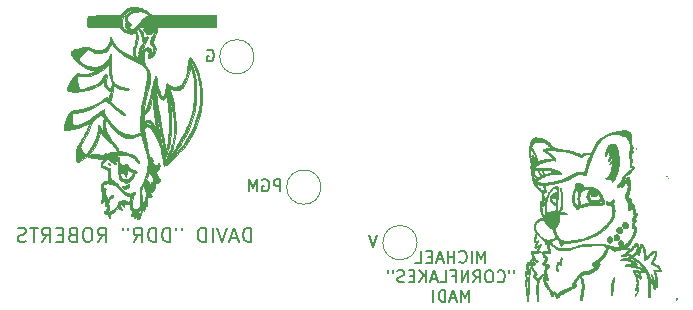
<source format=gbo>
G04 #@! TF.GenerationSoftware,KiCad,Pcbnew,(5.1.5)-3*
G04 #@! TF.CreationDate,2020-07-28T19:33:27-07:00*
G04 #@! TF.ProjectId,Main Board,4d61696e-2042-46f6-9172-642e6b696361,rev?*
G04 #@! TF.SameCoordinates,Original*
G04 #@! TF.FileFunction,Legend,Bot*
G04 #@! TF.FilePolarity,Positive*
%FSLAX46Y46*%
G04 Gerber Fmt 4.6, Leading zero omitted, Abs format (unit mm)*
G04 Created by KiCad (PCBNEW (5.1.5)-3) date 2020-07-28 19:33:27*
%MOMM*%
%LPD*%
G04 APERTURE LIST*
%ADD10C,0.150000*%
%ADD11C,0.180000*%
%ADD12C,0.010000*%
%ADD13C,0.120000*%
G04 APERTURE END LIST*
D10*
X169280952Y-106102380D02*
X169280952Y-105102380D01*
X168947619Y-105816666D01*
X168614285Y-105102380D01*
X168614285Y-106102380D01*
X168138095Y-106102380D02*
X168138095Y-105102380D01*
X167090476Y-106007142D02*
X167138095Y-106054761D01*
X167280952Y-106102380D01*
X167376190Y-106102380D01*
X167519047Y-106054761D01*
X167614285Y-105959523D01*
X167661904Y-105864285D01*
X167709523Y-105673809D01*
X167709523Y-105530952D01*
X167661904Y-105340476D01*
X167614285Y-105245238D01*
X167519047Y-105150000D01*
X167376190Y-105102380D01*
X167280952Y-105102380D01*
X167138095Y-105150000D01*
X167090476Y-105197619D01*
X166661904Y-106102380D02*
X166661904Y-105102380D01*
X166661904Y-105578571D02*
X166090476Y-105578571D01*
X166090476Y-106102380D02*
X166090476Y-105102380D01*
X165661904Y-105816666D02*
X165185714Y-105816666D01*
X165757142Y-106102380D02*
X165423809Y-105102380D01*
X165090476Y-106102380D01*
X164757142Y-105578571D02*
X164423809Y-105578571D01*
X164280952Y-106102380D02*
X164757142Y-106102380D01*
X164757142Y-105102380D01*
X164280952Y-105102380D01*
X163376190Y-106102380D02*
X163852380Y-106102380D01*
X163852380Y-105102380D01*
X171709523Y-106752380D02*
X171709523Y-106942857D01*
X171328571Y-106752380D02*
X171328571Y-106942857D01*
X170328571Y-107657142D02*
X170376190Y-107704761D01*
X170519047Y-107752380D01*
X170614285Y-107752380D01*
X170757142Y-107704761D01*
X170852380Y-107609523D01*
X170900000Y-107514285D01*
X170947619Y-107323809D01*
X170947619Y-107180952D01*
X170900000Y-106990476D01*
X170852380Y-106895238D01*
X170757142Y-106800000D01*
X170614285Y-106752380D01*
X170519047Y-106752380D01*
X170376190Y-106800000D01*
X170328571Y-106847619D01*
X169709523Y-106752380D02*
X169519047Y-106752380D01*
X169423809Y-106800000D01*
X169328571Y-106895238D01*
X169280952Y-107085714D01*
X169280952Y-107419047D01*
X169328571Y-107609523D01*
X169423809Y-107704761D01*
X169519047Y-107752380D01*
X169709523Y-107752380D01*
X169804761Y-107704761D01*
X169900000Y-107609523D01*
X169947619Y-107419047D01*
X169947619Y-107085714D01*
X169900000Y-106895238D01*
X169804761Y-106800000D01*
X169709523Y-106752380D01*
X168280952Y-107752380D02*
X168614285Y-107276190D01*
X168852380Y-107752380D02*
X168852380Y-106752380D01*
X168471428Y-106752380D01*
X168376190Y-106800000D01*
X168328571Y-106847619D01*
X168280952Y-106942857D01*
X168280952Y-107085714D01*
X168328571Y-107180952D01*
X168376190Y-107228571D01*
X168471428Y-107276190D01*
X168852380Y-107276190D01*
X167852380Y-107752380D02*
X167852380Y-106752380D01*
X167280952Y-107752380D01*
X167280952Y-106752380D01*
X166471428Y-107228571D02*
X166804761Y-107228571D01*
X166804761Y-107752380D02*
X166804761Y-106752380D01*
X166328571Y-106752380D01*
X165471428Y-107752380D02*
X165947619Y-107752380D01*
X165947619Y-106752380D01*
X165185714Y-107466666D02*
X164709523Y-107466666D01*
X165280952Y-107752380D02*
X164947619Y-106752380D01*
X164614285Y-107752380D01*
X164280952Y-107752380D02*
X164280952Y-106752380D01*
X163709523Y-107752380D02*
X164138095Y-107180952D01*
X163709523Y-106752380D02*
X164280952Y-107323809D01*
X163280952Y-107228571D02*
X162947619Y-107228571D01*
X162804761Y-107752380D02*
X163280952Y-107752380D01*
X163280952Y-106752380D01*
X162804761Y-106752380D01*
X162423809Y-107704761D02*
X162280952Y-107752380D01*
X162042857Y-107752380D01*
X161947619Y-107704761D01*
X161900000Y-107657142D01*
X161852380Y-107561904D01*
X161852380Y-107466666D01*
X161900000Y-107371428D01*
X161947619Y-107323809D01*
X162042857Y-107276190D01*
X162233333Y-107228571D01*
X162328571Y-107180952D01*
X162376190Y-107133333D01*
X162423809Y-107038095D01*
X162423809Y-106942857D01*
X162376190Y-106847619D01*
X162328571Y-106800000D01*
X162233333Y-106752380D01*
X161995238Y-106752380D01*
X161852380Y-106800000D01*
X161471428Y-106752380D02*
X161471428Y-106942857D01*
X161090476Y-106752380D02*
X161090476Y-106942857D01*
X167900000Y-109402380D02*
X167900000Y-108402380D01*
X167566666Y-109116666D01*
X167233333Y-108402380D01*
X167233333Y-109402380D01*
X166804761Y-109116666D02*
X166328571Y-109116666D01*
X166900000Y-109402380D02*
X166566666Y-108402380D01*
X166233333Y-109402380D01*
X165900000Y-109402380D02*
X165900000Y-108402380D01*
X165661904Y-108402380D01*
X165519047Y-108450000D01*
X165423809Y-108545238D01*
X165376190Y-108640476D01*
X165328571Y-108830952D01*
X165328571Y-108973809D01*
X165376190Y-109164285D01*
X165423809Y-109259523D01*
X165519047Y-109354761D01*
X165661904Y-109402380D01*
X165900000Y-109402380D01*
X164900000Y-109402380D02*
X164900000Y-108402380D01*
D11*
X149457142Y-104342857D02*
X149457142Y-103142857D01*
X149171428Y-103142857D01*
X149000000Y-103200000D01*
X148885714Y-103314285D01*
X148828571Y-103428571D01*
X148771428Y-103657142D01*
X148771428Y-103828571D01*
X148828571Y-104057142D01*
X148885714Y-104171428D01*
X149000000Y-104285714D01*
X149171428Y-104342857D01*
X149457142Y-104342857D01*
X148314285Y-104000000D02*
X147742857Y-104000000D01*
X148428571Y-104342857D02*
X148028571Y-103142857D01*
X147628571Y-104342857D01*
X147400000Y-103142857D02*
X147000000Y-104342857D01*
X146600000Y-103142857D01*
X146200000Y-104342857D02*
X146200000Y-103142857D01*
X145628571Y-104342857D02*
X145628571Y-103142857D01*
X145342857Y-103142857D01*
X145171428Y-103200000D01*
X145057142Y-103314285D01*
X145000000Y-103428571D01*
X144942857Y-103657142D01*
X144942857Y-103828571D01*
X145000000Y-104057142D01*
X145057142Y-104171428D01*
X145171428Y-104285714D01*
X145342857Y-104342857D01*
X145628571Y-104342857D01*
X143571428Y-103142857D02*
X143571428Y-103371428D01*
X143114285Y-103142857D02*
X143114285Y-103371428D01*
X142600000Y-104342857D02*
X142600000Y-103142857D01*
X142314285Y-103142857D01*
X142142857Y-103200000D01*
X142028571Y-103314285D01*
X141971428Y-103428571D01*
X141914285Y-103657142D01*
X141914285Y-103828571D01*
X141971428Y-104057142D01*
X142028571Y-104171428D01*
X142142857Y-104285714D01*
X142314285Y-104342857D01*
X142600000Y-104342857D01*
X141400000Y-104342857D02*
X141400000Y-103142857D01*
X141114285Y-103142857D01*
X140942857Y-103200000D01*
X140828571Y-103314285D01*
X140771428Y-103428571D01*
X140714285Y-103657142D01*
X140714285Y-103828571D01*
X140771428Y-104057142D01*
X140828571Y-104171428D01*
X140942857Y-104285714D01*
X141114285Y-104342857D01*
X141400000Y-104342857D01*
X139514285Y-104342857D02*
X139914285Y-103771428D01*
X140200000Y-104342857D02*
X140200000Y-103142857D01*
X139742857Y-103142857D01*
X139628571Y-103200000D01*
X139571428Y-103257142D01*
X139514285Y-103371428D01*
X139514285Y-103542857D01*
X139571428Y-103657142D01*
X139628571Y-103714285D01*
X139742857Y-103771428D01*
X140200000Y-103771428D01*
X139057142Y-103142857D02*
X139057142Y-103371428D01*
X138600000Y-103142857D02*
X138600000Y-103371428D01*
X136485714Y-104342857D02*
X136885714Y-103771428D01*
X137171428Y-104342857D02*
X137171428Y-103142857D01*
X136714285Y-103142857D01*
X136600000Y-103200000D01*
X136542857Y-103257142D01*
X136485714Y-103371428D01*
X136485714Y-103542857D01*
X136542857Y-103657142D01*
X136600000Y-103714285D01*
X136714285Y-103771428D01*
X137171428Y-103771428D01*
X135742857Y-103142857D02*
X135514285Y-103142857D01*
X135400000Y-103200000D01*
X135285714Y-103314285D01*
X135228571Y-103542857D01*
X135228571Y-103942857D01*
X135285714Y-104171428D01*
X135400000Y-104285714D01*
X135514285Y-104342857D01*
X135742857Y-104342857D01*
X135857142Y-104285714D01*
X135971428Y-104171428D01*
X136028571Y-103942857D01*
X136028571Y-103542857D01*
X135971428Y-103314285D01*
X135857142Y-103200000D01*
X135742857Y-103142857D01*
X134314285Y-103714285D02*
X134142857Y-103771428D01*
X134085714Y-103828571D01*
X134028571Y-103942857D01*
X134028571Y-104114285D01*
X134085714Y-104228571D01*
X134142857Y-104285714D01*
X134257142Y-104342857D01*
X134714285Y-104342857D01*
X134714285Y-103142857D01*
X134314285Y-103142857D01*
X134200000Y-103200000D01*
X134142857Y-103257142D01*
X134085714Y-103371428D01*
X134085714Y-103485714D01*
X134142857Y-103600000D01*
X134200000Y-103657142D01*
X134314285Y-103714285D01*
X134714285Y-103714285D01*
X133514285Y-103714285D02*
X133114285Y-103714285D01*
X132942857Y-104342857D02*
X133514285Y-104342857D01*
X133514285Y-103142857D01*
X132942857Y-103142857D01*
X131742857Y-104342857D02*
X132142857Y-103771428D01*
X132428571Y-104342857D02*
X132428571Y-103142857D01*
X131971428Y-103142857D01*
X131857142Y-103200000D01*
X131800000Y-103257142D01*
X131742857Y-103371428D01*
X131742857Y-103542857D01*
X131800000Y-103657142D01*
X131857142Y-103714285D01*
X131971428Y-103771428D01*
X132428571Y-103771428D01*
X131400000Y-103142857D02*
X130714285Y-103142857D01*
X131057142Y-104342857D02*
X131057142Y-103142857D01*
X130371428Y-104285714D02*
X130200000Y-104342857D01*
X129914285Y-104342857D01*
X129800000Y-104285714D01*
X129742857Y-104228571D01*
X129685714Y-104114285D01*
X129685714Y-104000000D01*
X129742857Y-103885714D01*
X129800000Y-103828571D01*
X129914285Y-103771428D01*
X130142857Y-103714285D01*
X130257142Y-103657142D01*
X130314285Y-103600000D01*
X130371428Y-103485714D01*
X130371428Y-103371428D01*
X130314285Y-103257142D01*
X130257142Y-103200000D01*
X130142857Y-103142857D01*
X129857142Y-103142857D01*
X129685714Y-103200000D01*
D10*
X151933333Y-100052380D02*
X151933333Y-99052380D01*
X151552380Y-99052380D01*
X151457142Y-99100000D01*
X151409523Y-99147619D01*
X151361904Y-99242857D01*
X151361904Y-99385714D01*
X151409523Y-99480952D01*
X151457142Y-99528571D01*
X151552380Y-99576190D01*
X151933333Y-99576190D01*
X150409523Y-99100000D02*
X150504761Y-99052380D01*
X150647619Y-99052380D01*
X150790476Y-99100000D01*
X150885714Y-99195238D01*
X150933333Y-99290476D01*
X150980952Y-99480952D01*
X150980952Y-99623809D01*
X150933333Y-99814285D01*
X150885714Y-99909523D01*
X150790476Y-100004761D01*
X150647619Y-100052380D01*
X150552380Y-100052380D01*
X150409523Y-100004761D01*
X150361904Y-99957142D01*
X150361904Y-99623809D01*
X150552380Y-99623809D01*
X149933333Y-100052380D02*
X149933333Y-99052380D01*
X149600000Y-99766666D01*
X149266666Y-99052380D01*
X149266666Y-100052380D01*
X145738095Y-88100000D02*
X145833333Y-88052380D01*
X145976190Y-88052380D01*
X146119047Y-88100000D01*
X146214285Y-88195238D01*
X146261904Y-88290476D01*
X146309523Y-88480952D01*
X146309523Y-88623809D01*
X146261904Y-88814285D01*
X146214285Y-88909523D01*
X146119047Y-89004761D01*
X145976190Y-89052380D01*
X145880952Y-89052380D01*
X145738095Y-89004761D01*
X145690476Y-88957142D01*
X145690476Y-88623809D01*
X145880952Y-88623809D01*
X160133333Y-103782380D02*
X159800000Y-104782380D01*
X159466666Y-103782380D01*
D12*
G36*
X137320630Y-97681630D02*
G01*
X137341202Y-97728447D01*
X137399623Y-97785917D01*
X137468993Y-97816240D01*
X137518266Y-97809225D01*
X137525667Y-97788998D01*
X137500500Y-97737000D01*
X137441000Y-97737000D01*
X137425511Y-97771845D01*
X137412778Y-97765222D01*
X137407711Y-97714982D01*
X137412778Y-97708777D01*
X137437945Y-97714588D01*
X137441000Y-97737000D01*
X137500500Y-97737000D01*
X137497925Y-97731680D01*
X137434846Y-97669560D01*
X137366648Y-97627222D01*
X137325821Y-97626401D01*
X137320630Y-97681630D01*
G37*
X137320630Y-97681630D02*
X137341202Y-97728447D01*
X137399623Y-97785917D01*
X137468993Y-97816240D01*
X137518266Y-97809225D01*
X137525667Y-97788998D01*
X137500500Y-97737000D01*
X137441000Y-97737000D01*
X137425511Y-97771845D01*
X137412778Y-97765222D01*
X137407711Y-97714982D01*
X137412778Y-97708777D01*
X137437945Y-97714588D01*
X137441000Y-97737000D01*
X137500500Y-97737000D01*
X137497925Y-97731680D01*
X137434846Y-97669560D01*
X137366648Y-97627222D01*
X137325821Y-97626401D01*
X137320630Y-97681630D01*
G36*
X138789200Y-97763346D02*
G01*
X138806936Y-97828501D01*
X138868097Y-97889591D01*
X138904256Y-97907381D01*
X138999960Y-97940998D01*
X139040469Y-97940945D01*
X139049057Y-97905353D01*
X139049019Y-97895750D01*
X139009289Y-97789027D01*
X138895503Y-97720147D01*
X138890917Y-97718686D01*
X138816617Y-97718587D01*
X138789200Y-97763346D01*
G37*
X138789200Y-97763346D02*
X138806936Y-97828501D01*
X138868097Y-97889591D01*
X138904256Y-97907381D01*
X138999960Y-97940998D01*
X139040469Y-97940945D01*
X139049057Y-97905353D01*
X139049019Y-97895750D01*
X139009289Y-97789027D01*
X138895503Y-97720147D01*
X138890917Y-97718686D01*
X138816617Y-97718587D01*
X138789200Y-97763346D01*
G36*
X138221445Y-97649828D02*
G01*
X138219241Y-97759305D01*
X138218303Y-97923418D01*
X138218766Y-98127154D01*
X138219349Y-98213250D01*
X138224394Y-98491772D01*
X138238093Y-98700980D01*
X138265913Y-98856164D01*
X138313321Y-98972616D01*
X138385787Y-99065627D01*
X138488779Y-99150490D01*
X138575421Y-99209003D01*
X138730937Y-99300058D01*
X138848920Y-99337104D01*
X138955643Y-99321782D01*
X139077381Y-99255735D01*
X139098381Y-99241676D01*
X139229012Y-99130144D01*
X139363595Y-98978968D01*
X139481639Y-98814940D01*
X139562653Y-98664847D01*
X139581204Y-98610459D01*
X139617764Y-98526033D01*
X139677493Y-98510063D01*
X139692647Y-98513352D01*
X139753869Y-98512859D01*
X139761992Y-98452218D01*
X139761261Y-98447100D01*
X139759469Y-98438153D01*
X139467560Y-98438153D01*
X139456961Y-98479485D01*
X139412850Y-98569823D01*
X139370831Y-98644733D01*
X139216974Y-98847642D01*
X139038536Y-98981313D01*
X138845411Y-99040966D01*
X138647496Y-99021825D01*
X138613838Y-99010296D01*
X138521337Y-98936508D01*
X138443490Y-98802078D01*
X138441749Y-98797773D01*
X138386968Y-98644787D01*
X138375197Y-98553609D01*
X138409439Y-98511429D01*
X138492697Y-98505439D01*
X138509917Y-98506901D01*
X138604484Y-98529449D01*
X138673440Y-98589511D01*
X138738938Y-98701317D01*
X138830376Y-98882468D01*
X138878273Y-98731833D01*
X138838000Y-98731833D01*
X138816833Y-98753000D01*
X138795667Y-98731833D01*
X138816833Y-98710666D01*
X138838000Y-98731833D01*
X138878273Y-98731833D01*
X138894707Y-98680151D01*
X138939264Y-98529763D01*
X138969241Y-98414333D01*
X138626333Y-98414333D01*
X138610844Y-98449178D01*
X138598111Y-98442555D01*
X138593045Y-98392315D01*
X138598111Y-98386111D01*
X138623278Y-98391922D01*
X138626333Y-98414333D01*
X138969241Y-98414333D01*
X138975872Y-98388800D01*
X138985468Y-98345173D01*
X139011898Y-98212512D01*
X139231866Y-98317988D01*
X139353452Y-98377435D01*
X139439846Y-98421824D01*
X139467560Y-98438153D01*
X139759469Y-98438153D01*
X139752673Y-98404240D01*
X139732979Y-98369181D01*
X139689100Y-98333747D01*
X139607954Y-98289762D01*
X139476463Y-98229050D01*
X139281546Y-98143436D01*
X139261333Y-98134618D01*
X139163482Y-98089738D01*
X138777267Y-98089738D01*
X138746300Y-98123243D01*
X138661141Y-98156520D01*
X138598133Y-98148037D01*
X138584000Y-98120498D01*
X138617400Y-98061517D01*
X138698464Y-98050789D01*
X138731896Y-98060253D01*
X138777267Y-98089738D01*
X139163482Y-98089738D01*
X139045139Y-98035460D01*
X138806602Y-97918621D01*
X138592894Y-97807298D01*
X138568265Y-97793817D01*
X138420020Y-97712628D01*
X138303240Y-97649776D01*
X138235119Y-97614465D01*
X138224780Y-97610000D01*
X138221445Y-97649828D01*
G37*
X138221445Y-97649828D02*
X138219241Y-97759305D01*
X138218303Y-97923418D01*
X138218766Y-98127154D01*
X138219349Y-98213250D01*
X138224394Y-98491772D01*
X138238093Y-98700980D01*
X138265913Y-98856164D01*
X138313321Y-98972616D01*
X138385787Y-99065627D01*
X138488779Y-99150490D01*
X138575421Y-99209003D01*
X138730937Y-99300058D01*
X138848920Y-99337104D01*
X138955643Y-99321782D01*
X139077381Y-99255735D01*
X139098381Y-99241676D01*
X139229012Y-99130144D01*
X139363595Y-98978968D01*
X139481639Y-98814940D01*
X139562653Y-98664847D01*
X139581204Y-98610459D01*
X139617764Y-98526033D01*
X139677493Y-98510063D01*
X139692647Y-98513352D01*
X139753869Y-98512859D01*
X139761992Y-98452218D01*
X139761261Y-98447100D01*
X139759469Y-98438153D01*
X139467560Y-98438153D01*
X139456961Y-98479485D01*
X139412850Y-98569823D01*
X139370831Y-98644733D01*
X139216974Y-98847642D01*
X139038536Y-98981313D01*
X138845411Y-99040966D01*
X138647496Y-99021825D01*
X138613838Y-99010296D01*
X138521337Y-98936508D01*
X138443490Y-98802078D01*
X138441749Y-98797773D01*
X138386968Y-98644787D01*
X138375197Y-98553609D01*
X138409439Y-98511429D01*
X138492697Y-98505439D01*
X138509917Y-98506901D01*
X138604484Y-98529449D01*
X138673440Y-98589511D01*
X138738938Y-98701317D01*
X138830376Y-98882468D01*
X138878273Y-98731833D01*
X138838000Y-98731833D01*
X138816833Y-98753000D01*
X138795667Y-98731833D01*
X138816833Y-98710666D01*
X138838000Y-98731833D01*
X138878273Y-98731833D01*
X138894707Y-98680151D01*
X138939264Y-98529763D01*
X138969241Y-98414333D01*
X138626333Y-98414333D01*
X138610844Y-98449178D01*
X138598111Y-98442555D01*
X138593045Y-98392315D01*
X138598111Y-98386111D01*
X138623278Y-98391922D01*
X138626333Y-98414333D01*
X138969241Y-98414333D01*
X138975872Y-98388800D01*
X138985468Y-98345173D01*
X139011898Y-98212512D01*
X139231866Y-98317988D01*
X139353452Y-98377435D01*
X139439846Y-98421824D01*
X139467560Y-98438153D01*
X139759469Y-98438153D01*
X139752673Y-98404240D01*
X139732979Y-98369181D01*
X139689100Y-98333747D01*
X139607954Y-98289762D01*
X139476463Y-98229050D01*
X139281546Y-98143436D01*
X139261333Y-98134618D01*
X139163482Y-98089738D01*
X138777267Y-98089738D01*
X138746300Y-98123243D01*
X138661141Y-98156520D01*
X138598133Y-98148037D01*
X138584000Y-98120498D01*
X138617400Y-98061517D01*
X138698464Y-98050789D01*
X138731896Y-98060253D01*
X138777267Y-98089738D01*
X139163482Y-98089738D01*
X139045139Y-98035460D01*
X138806602Y-97918621D01*
X138592894Y-97807298D01*
X138568265Y-97793817D01*
X138420020Y-97712628D01*
X138303240Y-97649776D01*
X138235119Y-97614465D01*
X138224780Y-97610000D01*
X138221445Y-97649828D01*
G36*
X138922213Y-99519067D02*
G01*
X138785327Y-99565263D01*
X138669489Y-99594422D01*
X138625879Y-99599666D01*
X138558758Y-99625923D01*
X138541667Y-99700970D01*
X138574685Y-99796976D01*
X138660778Y-99847468D01*
X138780506Y-99850633D01*
X138914430Y-99804660D01*
X139004085Y-99744070D01*
X139095234Y-99641830D01*
X139134110Y-99543018D01*
X139134333Y-99536470D01*
X139134333Y-99438467D01*
X138922213Y-99519067D01*
G37*
X138922213Y-99519067D02*
X138785327Y-99565263D01*
X138669489Y-99594422D01*
X138625879Y-99599666D01*
X138558758Y-99625923D01*
X138541667Y-99700970D01*
X138574685Y-99796976D01*
X138660778Y-99847468D01*
X138780506Y-99850633D01*
X138914430Y-99804660D01*
X139004085Y-99744070D01*
X139095234Y-99641830D01*
X139134110Y-99543018D01*
X139134333Y-99536470D01*
X139134333Y-99438467D01*
X138922213Y-99519067D01*
G36*
X139362384Y-84477932D02*
G01*
X139061108Y-84571209D01*
X138790570Y-84740854D01*
X138619347Y-84908481D01*
X138444179Y-85111838D01*
X137052954Y-85142991D01*
X136718157Y-85151543D01*
X136410964Y-85161415D01*
X136141474Y-85172126D01*
X135919784Y-85183192D01*
X135755994Y-85194130D01*
X135660204Y-85204456D01*
X135639193Y-85210605D01*
X135619958Y-85282664D01*
X135604853Y-85413868D01*
X135594738Y-85578760D01*
X135590472Y-85751882D01*
X135592916Y-85907776D01*
X135602929Y-86020983D01*
X135610743Y-86052860D01*
X135651429Y-86158554D01*
X137003378Y-86143761D01*
X138355326Y-86128968D01*
X138463679Y-86292700D01*
X138616426Y-86456609D01*
X138822253Y-86585734D01*
X139056851Y-86671575D01*
X139295912Y-86705635D01*
X139515128Y-86679412D01*
X139543459Y-86670231D01*
X139623862Y-86663407D01*
X139681645Y-86724963D01*
X139687018Y-86734727D01*
X139738090Y-86915406D01*
X139729305Y-87151542D01*
X139661103Y-87439157D01*
X139585775Y-87650171D01*
X139489015Y-87924654D01*
X139440911Y-88146927D01*
X139440261Y-88333210D01*
X139485862Y-88499721D01*
X139517849Y-88566416D01*
X139567980Y-88667751D01*
X139592086Y-88732383D01*
X139591823Y-88742288D01*
X139545342Y-88734892D01*
X139441591Y-88693004D01*
X139296495Y-88624685D01*
X139125979Y-88537999D01*
X138945969Y-88441007D01*
X138772391Y-88341772D01*
X138639289Y-88260070D01*
X138314586Y-88024396D01*
X138041882Y-87770293D01*
X137829594Y-87507637D01*
X137686138Y-87246303D01*
X137633303Y-87079583D01*
X137597399Y-86972867D01*
X137560571Y-86948073D01*
X137533086Y-87003200D01*
X137524737Y-87100750D01*
X137495565Y-87293685D01*
X137418131Y-87494163D01*
X137304317Y-87687613D01*
X137166009Y-87859466D01*
X137015090Y-87995151D01*
X136863444Y-88080099D01*
X136722955Y-88099740D01*
X136711456Y-88097844D01*
X136597377Y-88092199D01*
X136520956Y-88107872D01*
X136438063Y-88129750D01*
X136341120Y-88121204D01*
X136211993Y-88077667D01*
X136032549Y-87994568D01*
X135993168Y-87974886D01*
X135769214Y-87877936D01*
X135583256Y-87834702D01*
X135514106Y-87830999D01*
X135277620Y-87848629D01*
X135005616Y-87896051D01*
X134734140Y-87965062D01*
X134499240Y-88047461D01*
X134435333Y-88076467D01*
X134298954Y-88150685D01*
X134224165Y-88214672D01*
X134192527Y-88285832D01*
X134188934Y-88309023D01*
X134209960Y-88455084D01*
X134295202Y-88629496D01*
X134433703Y-88821650D01*
X134614508Y-89020938D01*
X134826663Y-89216750D01*
X135059212Y-89398476D01*
X135301200Y-89555507D01*
X135541672Y-89677234D01*
X135641833Y-89716064D01*
X135866770Y-89769455D01*
X136112114Y-89787872D01*
X136344699Y-89771030D01*
X136520250Y-89723575D01*
X136618540Y-89685498D01*
X136674260Y-89671622D01*
X136679000Y-89674050D01*
X136642455Y-89707006D01*
X136545189Y-89761254D01*
X136405758Y-89828357D01*
X136242717Y-89899878D01*
X136074622Y-89967381D01*
X135920029Y-90022430D01*
X135895833Y-90030127D01*
X135742218Y-90073621D01*
X135607912Y-90098082D01*
X135463073Y-90106123D01*
X135277857Y-90100357D01*
X135169811Y-90093718D01*
X134740122Y-90065129D01*
X134538752Y-90249814D01*
X134402554Y-90390208D01*
X134270029Y-90551476D01*
X134203852Y-90646166D01*
X134119476Y-90792351D01*
X134032078Y-90963966D01*
X133951380Y-91139257D01*
X133887105Y-91296470D01*
X133848976Y-91413852D01*
X133842667Y-91454338D01*
X133876270Y-91516552D01*
X133979850Y-91563748D01*
X134157563Y-91596950D01*
X134413565Y-91617183D01*
X134520000Y-91621315D01*
X135022766Y-91599899D01*
X135521825Y-91508302D01*
X135999797Y-91351813D01*
X136439301Y-91135717D01*
X136710750Y-90954844D01*
X136975333Y-90755393D01*
X136975333Y-90882056D01*
X137008274Y-91072802D01*
X137096323Y-91256693D01*
X137223319Y-91410991D01*
X137373101Y-91512958D01*
X137439235Y-91534778D01*
X137528561Y-91557246D01*
X137567910Y-91572780D01*
X137568000Y-91573180D01*
X137557508Y-91615986D01*
X137530646Y-91714554D01*
X137508908Y-91792066D01*
X137467692Y-91942563D01*
X137431981Y-92081067D01*
X137421039Y-92126794D01*
X137392263Y-92252755D01*
X137316369Y-92152140D01*
X137240475Y-92051526D01*
X137097321Y-92158699D01*
X136632011Y-92473336D01*
X136156076Y-92724457D01*
X135651924Y-92919182D01*
X135101967Y-93064629D01*
X134664378Y-93143343D01*
X134473392Y-93173751D01*
X134344854Y-93201871D01*
X134257253Y-93236352D01*
X134189080Y-93285842D01*
X134118825Y-93358988D01*
X134113708Y-93364729D01*
X133941236Y-93608200D01*
X133798116Y-93907281D01*
X133693951Y-94235253D01*
X133638347Y-94565395D01*
X133631735Y-94705550D01*
X133631000Y-94870267D01*
X133980250Y-94847194D01*
X134384600Y-94788263D01*
X134817193Y-94661899D01*
X135285004Y-94465940D01*
X135414362Y-94402775D01*
X135593330Y-94313642D01*
X135708736Y-94259680D01*
X135772565Y-94237837D01*
X135796801Y-94245061D01*
X135793432Y-94278302D01*
X135783367Y-94308832D01*
X135726797Y-94448527D01*
X135637691Y-94642452D01*
X135525868Y-94871523D01*
X135401145Y-95116660D01*
X135273343Y-95358781D01*
X135152278Y-95578802D01*
X135047771Y-95757644D01*
X134996319Y-95838404D01*
X134872469Y-96024419D01*
X134787146Y-96161495D01*
X134730964Y-96270500D01*
X134694537Y-96372301D01*
X134668478Y-96487764D01*
X134647054Y-96614830D01*
X134627451Y-96794208D01*
X134620445Y-96990826D01*
X134624768Y-97186771D01*
X134639152Y-97364129D01*
X134662328Y-97504989D01*
X134693027Y-97591436D01*
X134717529Y-97610000D01*
X134843494Y-97579033D01*
X135013008Y-97491277D01*
X135214777Y-97354446D01*
X135437510Y-97176255D01*
X135669914Y-96964420D01*
X135687427Y-96947383D01*
X135946147Y-96678011D01*
X136145411Y-96426585D01*
X136299171Y-96168862D01*
X136421375Y-95880598D01*
X136525976Y-95537552D01*
X136548219Y-95451499D01*
X136664217Y-94991286D01*
X136841535Y-95234781D01*
X136941509Y-95357591D01*
X137086226Y-95516802D01*
X137257046Y-95692682D01*
X137435327Y-95865499D01*
X137452551Y-95881576D01*
X137660987Y-96084613D01*
X137833242Y-96270891D01*
X137957266Y-96426901D01*
X138001949Y-96497455D01*
X138117649Y-96710033D01*
X137959241Y-96736217D01*
X137805005Y-96754146D01*
X137641421Y-96762752D01*
X137627478Y-96762867D01*
X137466678Y-96787663D01*
X137378733Y-96846637D01*
X137302758Y-96903040D01*
X137226788Y-96888971D01*
X137105701Y-96850162D01*
X137019775Y-96875310D01*
X136988663Y-96928600D01*
X136959490Y-96982209D01*
X136895577Y-96986604D01*
X136844230Y-96973823D01*
X136703488Y-96945049D01*
X136514605Y-96921401D01*
X136306895Y-96904913D01*
X136109671Y-96897621D01*
X135952247Y-96901558D01*
X135898581Y-96908191D01*
X135791507Y-96944190D01*
X135747835Y-96994681D01*
X135747667Y-96998084D01*
X135713738Y-97052535D01*
X135684167Y-97059666D01*
X135627799Y-97080326D01*
X135620667Y-97097858D01*
X135662160Y-97146385D01*
X135783414Y-97190469D01*
X135979589Y-97229019D01*
X136245844Y-97260938D01*
X136398855Y-97273712D01*
X136595707Y-97289425D01*
X136759334Y-97304779D01*
X136872624Y-97318010D01*
X136918429Y-97327317D01*
X136908816Y-97370039D01*
X136866119Y-97461214D01*
X136828667Y-97529851D01*
X136748782Y-97707740D01*
X136724468Y-97857190D01*
X136757341Y-97964110D01*
X136776568Y-97984140D01*
X136843069Y-98021203D01*
X136963294Y-98073558D01*
X137104651Y-98127455D01*
X137377500Y-98224930D01*
X137377500Y-98647715D01*
X137373423Y-98870096D01*
X137357865Y-99021091D01*
X137325838Y-99113729D01*
X137272353Y-99161040D01*
X137192422Y-99176054D01*
X137175118Y-99176333D01*
X137073698Y-99199649D01*
X136953258Y-99257277D01*
X136928677Y-99272870D01*
X136813771Y-99382455D01*
X136748921Y-99529308D01*
X136732558Y-99723373D01*
X136763115Y-99974595D01*
X136794791Y-100121785D01*
X136836096Y-100305972D01*
X136856094Y-100438067D01*
X136856152Y-100547555D01*
X136837633Y-100663920D01*
X136822918Y-100729298D01*
X136784412Y-100902579D01*
X136767947Y-101009106D01*
X136772750Y-101063659D01*
X136798048Y-101081017D01*
X136804511Y-101081333D01*
X136857589Y-101043684D01*
X136915057Y-100946078D01*
X136964441Y-100811528D01*
X136976635Y-100763833D01*
X137005567Y-100636833D01*
X137057495Y-100763833D01*
X137088070Y-100909693D01*
X137083832Y-101087523D01*
X137083670Y-101088774D01*
X137078031Y-101230783D01*
X137102108Y-101310340D01*
X137150724Y-101320184D01*
X137209637Y-101265489D01*
X137247178Y-101224079D01*
X137264649Y-101240448D01*
X137269978Y-101326635D01*
X137270320Y-101357663D01*
X137252980Y-101498118D01*
X137206527Y-101615529D01*
X137142753Y-101689081D01*
X137076775Y-101699339D01*
X137030444Y-101708960D01*
X137017189Y-101768539D01*
X137034972Y-101850991D01*
X137081753Y-101929232D01*
X137095084Y-101942605D01*
X137183303Y-101997770D01*
X137243250Y-102012666D01*
X137303077Y-102047284D01*
X137314000Y-102087913D01*
X137337037Y-102177144D01*
X137391471Y-102271763D01*
X137455287Y-102338504D01*
X137488328Y-102351333D01*
X137510782Y-102313030D01*
X137508558Y-102207580D01*
X137503294Y-102167543D01*
X137490480Y-102051160D01*
X137505843Y-101988211D01*
X137561261Y-101949045D01*
X137597071Y-101933493D01*
X137687380Y-101880952D01*
X137813670Y-101788698D01*
X137950611Y-101675410D01*
X137968441Y-101659607D01*
X138218473Y-101435981D01*
X138334906Y-101565573D01*
X138431242Y-101649825D01*
X138493220Y-101661465D01*
X138512419Y-101608481D01*
X138480415Y-101498859D01*
X138456480Y-101450306D01*
X138392401Y-101312446D01*
X138380395Y-101213035D01*
X138422314Y-101122365D01*
X138481276Y-101051943D01*
X138590219Y-100933166D01*
X138566233Y-101108140D01*
X138562076Y-101252812D01*
X138598769Y-101330023D01*
X138664966Y-101355602D01*
X138703075Y-101303639D01*
X138711000Y-101224942D01*
X138727715Y-101137047D01*
X138787586Y-101094373D01*
X138905208Y-101090404D01*
X138989172Y-101100737D01*
X139106394Y-101124356D01*
X139161391Y-101159101D01*
X139176469Y-101220881D01*
X139176667Y-101234468D01*
X139195147Y-101326225D01*
X139243380Y-101461581D01*
X139304598Y-101597928D01*
X139371063Y-101736971D01*
X139401632Y-101823108D01*
X139400219Y-101878156D01*
X139370739Y-101923930D01*
X139364387Y-101931071D01*
X139310115Y-102029576D01*
X139324530Y-102109988D01*
X139400276Y-102151536D01*
X139442909Y-102152863D01*
X139529273Y-102161644D01*
X139557229Y-102213918D01*
X139557667Y-102226946D01*
X139565311Y-102291563D01*
X139600251Y-102301363D01*
X139680501Y-102257993D01*
X139707323Y-102240631D01*
X139779749Y-102198221D01*
X139807289Y-102213612D01*
X139811666Y-102300022D01*
X139811667Y-102304131D01*
X139829823Y-102405680D01*
X139877256Y-102433898D01*
X139943413Y-102390166D01*
X140017041Y-102277250D01*
X140063467Y-102182043D01*
X140098169Y-102097978D01*
X140130361Y-101998223D01*
X140169254Y-101855948D01*
X140192932Y-101764967D01*
X140224314Y-101655330D01*
X140249754Y-101616137D01*
X140281736Y-101635194D01*
X140301285Y-101659134D01*
X140350101Y-101711983D01*
X140389105Y-101699925D01*
X140428986Y-101652833D01*
X140469280Y-101572079D01*
X140480028Y-101454569D01*
X140476494Y-101403725D01*
X140187064Y-101403725D01*
X140179565Y-101473923D01*
X140146712Y-101624277D01*
X140110363Y-101770594D01*
X140059433Y-101949331D01*
X140003692Y-102112709D01*
X139949933Y-102244108D01*
X139904948Y-102326908D01*
X139875719Y-102344684D01*
X139874108Y-102298148D01*
X139887536Y-102199489D01*
X139894704Y-102160833D01*
X139924205Y-102029497D01*
X139954400Y-101921685D01*
X139959584Y-101906833D01*
X139951707Y-101890473D01*
X139900396Y-101930152D01*
X139821009Y-102012666D01*
X139727002Y-102108359D01*
X139653489Y-102165755D01*
X139620476Y-102173493D01*
X139633337Y-102131554D01*
X139694323Y-102046127D01*
X139772652Y-101955181D01*
X139675641Y-101955181D01*
X139660057Y-101978612D01*
X139600000Y-102005537D01*
X139501141Y-102039425D01*
X139427129Y-102052878D01*
X139397286Y-102044628D01*
X139425080Y-102017015D01*
X139493330Y-101959413D01*
X139509747Y-101938774D01*
X139565541Y-101918334D01*
X139621167Y-101929332D01*
X139675641Y-101955181D01*
X139772652Y-101955181D01*
X139791451Y-101933355D01*
X139826429Y-101895993D01*
X139948653Y-101757879D01*
X139951798Y-101753791D01*
X139835414Y-101753791D01*
X139833882Y-101756969D01*
X139775056Y-101790235D01*
X139696280Y-101801000D01*
X139621172Y-101796133D01*
X139603528Y-101785788D01*
X139661874Y-101758194D01*
X139742076Y-101740898D01*
X139810976Y-101738047D01*
X139835414Y-101753791D01*
X139951798Y-101753791D01*
X140053527Y-101621594D01*
X140120763Y-101513789D01*
X140126084Y-101502333D01*
X140169230Y-101413318D01*
X140187064Y-101403725D01*
X140476494Y-101403725D01*
X140471739Y-101335333D01*
X140447506Y-101102500D01*
X140527956Y-101197750D01*
X140593101Y-101265916D01*
X140633369Y-101293000D01*
X140645557Y-101254179D01*
X140654624Y-101151748D01*
X140658816Y-101006751D01*
X140658912Y-100986083D01*
X140662550Y-100820003D01*
X140671549Y-100677142D01*
X140683977Y-100587880D01*
X140684278Y-100586737D01*
X140713793Y-100523332D01*
X140769889Y-100523570D01*
X140808000Y-100539386D01*
X140926461Y-100564956D01*
X141008299Y-100533135D01*
X141039107Y-100461516D01*
X141004478Y-100367690D01*
X140975833Y-100334452D01*
X140923967Y-100229402D01*
X140567907Y-100229402D01*
X140559528Y-100471399D01*
X140488471Y-100683326D01*
X140443075Y-100754561D01*
X140374497Y-100873650D01*
X140345841Y-101011684D01*
X140343073Y-101113083D01*
X140340827Y-101259853D01*
X140330692Y-101324148D01*
X140313272Y-101307730D01*
X140289171Y-101212365D01*
X140258993Y-101039815D01*
X140223342Y-100791844D01*
X140217219Y-100745657D01*
X140180331Y-100421006D01*
X140165369Y-100165250D01*
X140172781Y-99965388D01*
X140203014Y-99808419D01*
X140253701Y-99686418D01*
X140310575Y-99582670D01*
X140399736Y-99728751D01*
X140514384Y-99975723D01*
X140567907Y-100229402D01*
X140923967Y-100229402D01*
X140922753Y-100226945D01*
X140923347Y-100084921D01*
X140977451Y-99939208D01*
X140977967Y-99938333D01*
X141017768Y-99874553D01*
X141030312Y-99875356D01*
X141021107Y-99948812D01*
X141014089Y-99991250D01*
X141003630Y-100098394D01*
X141023380Y-100144089D01*
X141050576Y-100150000D01*
X141106368Y-100111707D01*
X141169402Y-100010057D01*
X141231222Y-99864889D01*
X141283369Y-99696044D01*
X141317249Y-99524399D01*
X141337484Y-99396942D01*
X141361960Y-99335365D01*
X141393208Y-99324500D01*
X141166371Y-99324500D01*
X141145167Y-99536166D01*
X141087337Y-99399121D01*
X141033990Y-99303979D01*
X140992675Y-99291422D01*
X140968025Y-99359691D01*
X140963133Y-99446255D01*
X140950821Y-99557025D01*
X140920467Y-99661975D01*
X140881948Y-99736666D01*
X140845140Y-99756664D01*
X140839371Y-99752482D01*
X140842545Y-99705422D01*
X140867791Y-99665828D01*
X140893531Y-99575442D01*
X140886392Y-99536166D01*
X140362000Y-99536166D01*
X140340833Y-99557333D01*
X140319667Y-99536166D01*
X140340833Y-99515000D01*
X140362000Y-99536166D01*
X140886392Y-99536166D01*
X140870772Y-99450247D01*
X140808735Y-99317378D01*
X140716637Y-99203970D01*
X140708398Y-99196681D01*
X140600170Y-99103587D01*
X140657209Y-98801293D01*
X140694287Y-98640874D01*
X140732939Y-98535101D01*
X140766267Y-98499000D01*
X140864607Y-98537927D01*
X140962562Y-98642011D01*
X141050900Y-98792206D01*
X141120390Y-98969466D01*
X141161801Y-99154745D01*
X141166371Y-99324500D01*
X141393208Y-99324500D01*
X141402613Y-99321230D01*
X141443827Y-99328866D01*
X141592312Y-99333614D01*
X141701814Y-99269905D01*
X141742808Y-99197500D01*
X141632000Y-99197500D01*
X141610833Y-99218666D01*
X141589667Y-99197500D01*
X141505000Y-99197500D01*
X141483833Y-99218666D01*
X141462667Y-99197500D01*
X141483833Y-99176333D01*
X141505000Y-99197500D01*
X141589667Y-99197500D01*
X141610833Y-99176333D01*
X141632000Y-99197500D01*
X141742808Y-99197500D01*
X141747866Y-99188568D01*
X141761901Y-99110696D01*
X141734101Y-99042621D01*
X141731833Y-99040229D01*
X141624802Y-99040229D01*
X141571939Y-99049329D01*
X141569990Y-99049333D01*
X141503217Y-99015672D01*
X141461058Y-98961660D01*
X141433089Y-98903781D01*
X141449764Y-98899691D01*
X141523069Y-98945362D01*
X141609718Y-99008248D01*
X141624802Y-99040229D01*
X141731833Y-99040229D01*
X141651865Y-98955896D01*
X141639915Y-98944877D01*
X141542588Y-98836452D01*
X141486387Y-98713116D01*
X141458600Y-98581798D01*
X141445802Y-98487706D01*
X141065785Y-98487706D01*
X141047015Y-98499000D01*
X140984969Y-98467844D01*
X140974093Y-98453850D01*
X140958246Y-98398740D01*
X140991098Y-98394218D01*
X141038484Y-98434476D01*
X141065785Y-98487706D01*
X141445802Y-98487706D01*
X141440341Y-98447561D01*
X141444424Y-98375947D01*
X140888727Y-98375947D01*
X140842415Y-98404976D01*
X140778584Y-98415486D01*
X140743222Y-98400487D01*
X140743000Y-98398104D01*
X140777907Y-98375869D01*
X140827725Y-98359718D01*
X140885019Y-98356930D01*
X140888727Y-98375947D01*
X141444424Y-98375947D01*
X141444936Y-98366968D01*
X141480372Y-98310311D01*
X141546692Y-98254091D01*
X141656971Y-98123161D01*
X141698586Y-98010608D01*
X141709818Y-97884354D01*
X141699494Y-97772765D01*
X141674043Y-97690358D01*
X141639895Y-97651648D01*
X141603478Y-97671151D01*
X141577401Y-97737000D01*
X141522910Y-97802079D01*
X141422104Y-97821682D01*
X141300086Y-97795803D01*
X141197226Y-97737086D01*
X141127317Y-97667392D01*
X141112930Y-97616194D01*
X140732371Y-97616194D01*
X140724345Y-97737238D01*
X140707176Y-97868887D01*
X140685023Y-98008487D01*
X140615422Y-98396098D01*
X140545325Y-98705299D01*
X140473139Y-98942344D01*
X140409001Y-99091666D01*
X140349426Y-99206217D01*
X140268603Y-99361254D01*
X140188321Y-99515000D01*
X140044500Y-99790166D01*
X140056360Y-100446333D01*
X140060335Y-100744796D01*
X140058861Y-100971698D01*
X140050199Y-101140063D01*
X140032610Y-101262915D01*
X140004355Y-101353280D01*
X139963696Y-101424180D01*
X139918570Y-101478344D01*
X139783270Y-101571090D01*
X139634216Y-101585233D01*
X139489803Y-101520494D01*
X139449909Y-101485424D01*
X139368684Y-101346143D01*
X139340813Y-101150155D01*
X139366078Y-100906316D01*
X139444261Y-100623480D01*
X139473000Y-100545245D01*
X139493089Y-100490289D01*
X139243680Y-100490289D01*
X139237136Y-100526295D01*
X139210085Y-100612052D01*
X139180965Y-100734136D01*
X139176741Y-100754928D01*
X139151946Y-100862589D01*
X139130198Y-100928171D01*
X139126336Y-100934108D01*
X139077536Y-100933942D01*
X138979502Y-100910167D01*
X138861323Y-100871324D01*
X138752089Y-100825953D01*
X138743325Y-100821658D01*
X138608137Y-100786723D01*
X138493427Y-100816426D01*
X138457000Y-100848500D01*
X138374808Y-100899244D01*
X138304260Y-100912000D01*
X138236707Y-100926713D01*
X138192549Y-100984954D01*
X138157996Y-101095569D01*
X138086348Y-101279655D01*
X137962709Y-101445062D01*
X137773751Y-101608329D01*
X137705512Y-101657168D01*
X137566654Y-101739622D01*
X137443655Y-101788658D01*
X137353832Y-101799677D01*
X137314504Y-101768079D01*
X137314000Y-101761165D01*
X137345052Y-101704756D01*
X137362190Y-101691547D01*
X137386899Y-101636498D01*
X137394431Y-101509054D01*
X137385564Y-101310128D01*
X137379123Y-101070317D01*
X137403216Y-100893720D01*
X137464236Y-100762398D01*
X137568575Y-100658410D01*
X137633493Y-100614435D01*
X137735913Y-100529953D01*
X137779525Y-100449041D01*
X137761785Y-100387654D01*
X137680154Y-100361745D01*
X137673763Y-100361666D01*
X137594197Y-100383409D01*
X137507977Y-100457177D01*
X137409936Y-100581484D01*
X137252013Y-100801301D01*
X137222392Y-100627786D01*
X137181539Y-100471055D01*
X137119787Y-100312087D01*
X137109294Y-100290644D01*
X137059660Y-100181725D01*
X137051299Y-100112708D01*
X137081305Y-100051273D01*
X137087037Y-100043297D01*
X137123927Y-99958006D01*
X137134702Y-99860229D01*
X137119993Y-99781318D01*
X137081167Y-99752537D01*
X137034137Y-99790170D01*
X136982069Y-99872161D01*
X136936013Y-99950665D01*
X136906696Y-99957867D01*
X136890454Y-99889289D01*
X136883840Y-99752167D01*
X136896864Y-99581744D01*
X136952068Y-99471546D01*
X137061353Y-99410882D01*
X137236624Y-99389060D01*
X137288811Y-99388413D01*
X137599250Y-99430702D01*
X137896262Y-99556140D01*
X138178730Y-99764112D01*
X138406834Y-100005655D01*
X138606139Y-100214142D01*
X138808633Y-100350147D01*
X139031952Y-100424612D01*
X139100273Y-100435878D01*
X139206340Y-100457500D01*
X139243680Y-100490289D01*
X139493089Y-100490289D01*
X139550204Y-100334047D01*
X139591004Y-100194856D01*
X139596287Y-100123665D01*
X139568250Y-100115826D01*
X139513190Y-100143282D01*
X139414796Y-100193101D01*
X139380841Y-100210388D01*
X139191546Y-100262816D01*
X138995251Y-100231409D01*
X138793251Y-100116592D01*
X138626548Y-99962965D01*
X138388666Y-99707979D01*
X138200007Y-99508579D01*
X138087050Y-99392489D01*
X137845942Y-99392489D01*
X137830667Y-99403472D01*
X137767879Y-99386203D01*
X137685269Y-99351327D01*
X137610526Y-99309490D01*
X137590133Y-99294142D01*
X137596101Y-99282605D01*
X137663173Y-99298878D01*
X137685461Y-99306351D01*
X137785149Y-99349269D01*
X137843903Y-99389629D01*
X137845942Y-99392489D01*
X138087050Y-99392489D01*
X138053032Y-99357528D01*
X137940203Y-99247587D01*
X137853984Y-99171521D01*
X137786835Y-99122091D01*
X137731220Y-99092060D01*
X137711186Y-99084101D01*
X137617725Y-99032995D01*
X137559821Y-98951430D01*
X137533256Y-98824835D01*
X137533812Y-98638640D01*
X137544046Y-98506668D01*
X137551814Y-98307115D01*
X137532787Y-98174605D01*
X137488126Y-98115231D01*
X137468789Y-98112660D01*
X137417788Y-98097697D01*
X137318595Y-98057623D01*
X137261855Y-98032538D01*
X137139249Y-97982819D01*
X137040950Y-97953158D01*
X137015175Y-97949596D01*
X136927533Y-97924875D01*
X136875854Y-97895047D01*
X136837451Y-97858287D01*
X136835129Y-97813365D01*
X136873886Y-97738156D01*
X136930844Y-97651630D01*
X137049635Y-97478033D01*
X137133327Y-97365125D01*
X137193338Y-97302857D01*
X137241088Y-97281174D01*
X137287995Y-97290025D01*
X137322474Y-97306873D01*
X137403717Y-97360513D01*
X137523575Y-97451406D01*
X137657263Y-97560689D01*
X137668134Y-97569935D01*
X137836291Y-97702451D01*
X137952690Y-97768671D01*
X138017922Y-97768841D01*
X138033667Y-97722310D01*
X138007744Y-97651453D01*
X137949000Y-97567666D01*
X137893761Y-97491208D01*
X137887620Y-97477714D01*
X137811001Y-97477714D01*
X137779989Y-97457425D01*
X137774414Y-97451955D01*
X137740975Y-97396451D01*
X137745509Y-97376046D01*
X137777000Y-97388750D01*
X137798112Y-97428257D01*
X137811001Y-97477714D01*
X137887620Y-97477714D01*
X137865755Y-97429670D01*
X137869754Y-97402133D01*
X137910527Y-97427678D01*
X137915133Y-97432199D01*
X137988590Y-97465638D01*
X138103987Y-97482509D01*
X138126800Y-97483000D01*
X138229495Y-97478621D01*
X138275331Y-97449258D01*
X138287253Y-97370566D01*
X138287667Y-97312338D01*
X138285320Y-97227076D01*
X138275756Y-97192410D01*
X136975333Y-97192410D01*
X136940673Y-97214582D01*
X136880083Y-97210694D01*
X136797403Y-97199320D01*
X136654313Y-97185270D01*
X136474927Y-97170782D01*
X136372083Y-97163604D01*
X136182167Y-97146781D01*
X136042971Y-97125649D01*
X135968258Y-97102598D01*
X135959333Y-97091893D01*
X135999832Y-97070715D01*
X136121918Y-97063502D01*
X136326478Y-97070213D01*
X136372083Y-97072894D01*
X136627695Y-97092131D01*
X136806938Y-97114234D01*
X136918102Y-97140847D01*
X136969475Y-97173611D01*
X136975333Y-97192410D01*
X138275756Y-97192410D01*
X138268952Y-97167751D01*
X138224573Y-97126607D01*
X138138194Y-97095887D01*
X137995824Y-97067835D01*
X137788166Y-97035407D01*
X137419833Y-96979472D01*
X138224167Y-96988477D01*
X139028500Y-96997482D01*
X139313213Y-97131698D01*
X139502073Y-97233560D01*
X139637194Y-97341742D01*
X139734112Y-97459123D01*
X139838343Y-97591351D01*
X139908598Y-97650775D01*
X139939429Y-97639696D01*
X139925386Y-97560420D01*
X139861021Y-97415249D01*
X139856868Y-97407230D01*
X139710074Y-97187904D01*
X139529728Y-97016098D01*
X139471143Y-96979292D01*
X137386674Y-96979292D01*
X137377792Y-97021711D01*
X137374778Y-97029742D01*
X137341242Y-97081581D01*
X137322176Y-97081953D01*
X137326924Y-97037170D01*
X137351080Y-97006044D01*
X137386674Y-96979292D01*
X139471143Y-96979292D01*
X139430393Y-96953691D01*
X139320804Y-96908650D01*
X139157017Y-96854781D01*
X138963472Y-96798635D01*
X138764610Y-96746764D01*
X138584869Y-96705717D01*
X138448692Y-96682046D01*
X138404693Y-96678773D01*
X138334740Y-96667553D01*
X138276809Y-96622671D01*
X138214237Y-96527067D01*
X138165157Y-96433561D01*
X138064748Y-96262548D01*
X137937117Y-96081554D01*
X137849476Y-95974959D01*
X137676878Y-95759986D01*
X137501373Y-95501903D01*
X137339917Y-95228758D01*
X137209469Y-94968602D01*
X137146927Y-94812844D01*
X137091903Y-94625467D01*
X137073701Y-94470934D01*
X137083698Y-94331415D01*
X137110000Y-94157221D01*
X137137327Y-94056470D01*
X137175196Y-94028688D01*
X137233122Y-94073400D01*
X137320621Y-94190132D01*
X137405202Y-94315401D01*
X137655726Y-94665348D01*
X137895061Y-94942934D01*
X138134002Y-95157556D01*
X138383349Y-95318616D01*
X138653899Y-95435512D01*
X138714851Y-95455463D01*
X138885425Y-95499432D01*
X139054598Y-95528564D01*
X139150378Y-95535666D01*
X139342112Y-95518959D01*
X139555165Y-95474734D01*
X139756946Y-95411838D01*
X139914864Y-95339115D01*
X139943859Y-95320302D01*
X140018084Y-95248533D01*
X140060959Y-95172735D01*
X140067968Y-95113340D01*
X140034597Y-95090782D01*
X139991583Y-95104290D01*
X139912924Y-95134719D01*
X139782699Y-95176449D01*
X139652622Y-95213886D01*
X139502471Y-95249913D01*
X139373311Y-95264803D01*
X139230569Y-95259801D01*
X139039673Y-95236157D01*
X139038788Y-95236029D01*
X138797303Y-95192675D01*
X138603853Y-95132766D01*
X138428015Y-95042608D01*
X138239363Y-94908509D01*
X138148418Y-94835319D01*
X138019212Y-94716821D01*
X137871388Y-94561492D01*
X137712837Y-94379961D01*
X137551452Y-94182858D01*
X137395123Y-93980810D01*
X137268041Y-93806765D01*
X137001081Y-93806765D01*
X136994894Y-93876483D01*
X136962597Y-93997491D01*
X136951708Y-94035026D01*
X136917088Y-94215745D01*
X136900455Y-94436615D01*
X136901790Y-94665849D01*
X136921075Y-94871662D01*
X136952286Y-95006500D01*
X136982245Y-95091166D01*
X136910551Y-95006500D01*
X136852901Y-94920479D01*
X136782153Y-94790890D01*
X136738296Y-94699583D01*
X136681258Y-94579909D01*
X136637271Y-94499224D01*
X136619496Y-94477333D01*
X136569212Y-94464144D01*
X136534296Y-94451637D01*
X136498642Y-94449590D01*
X136478121Y-94487995D01*
X136468754Y-94582394D01*
X136466598Y-94716220D01*
X136456139Y-94921871D01*
X136429896Y-95149915D01*
X136403993Y-95298541D01*
X136320848Y-95577000D01*
X136188351Y-95886462D01*
X136020189Y-96201408D01*
X135830047Y-96496319D01*
X135631613Y-96745677D01*
X135622487Y-96755658D01*
X135508858Y-96855111D01*
X135409125Y-96882092D01*
X135312740Y-96833856D01*
X135209153Y-96707655D01*
X135164297Y-96636333D01*
X135087300Y-96500220D01*
X135028186Y-96382054D01*
X135003192Y-96318116D01*
X135015976Y-96232745D01*
X135080206Y-96085468D01*
X135194112Y-95880231D01*
X135214821Y-95845607D01*
X135342752Y-95622143D01*
X135477781Y-95367022D01*
X135611480Y-95098163D01*
X135735419Y-94833489D01*
X135841170Y-94590921D01*
X135920302Y-94388381D01*
X135960618Y-94259961D01*
X135991973Y-94157320D01*
X136037652Y-94077323D01*
X136114731Y-94000248D01*
X136240284Y-93906374D01*
X136306077Y-93860950D01*
X136448277Y-93759155D01*
X136565285Y-93666883D01*
X136637258Y-93600058D01*
X136647215Y-93587174D01*
X136686678Y-93539421D01*
X136729185Y-93555460D01*
X136761922Y-93586588D01*
X136853355Y-93667156D01*
X136927563Y-93723693D01*
X136979268Y-93763961D01*
X137001081Y-93806765D01*
X137268041Y-93806765D01*
X137251744Y-93784446D01*
X137129205Y-93604396D01*
X137041554Y-93461333D01*
X136911833Y-93461333D01*
X136908477Y-93500342D01*
X136893165Y-93503666D01*
X136850056Y-93472936D01*
X136848333Y-93461333D01*
X136862777Y-93420100D01*
X136867002Y-93419000D01*
X136903145Y-93448664D01*
X136911833Y-93461333D01*
X137041554Y-93461333D01*
X137035399Y-93451288D01*
X136978217Y-93335751D01*
X136965551Y-93268414D01*
X136976323Y-93256722D01*
X137010804Y-93208379D01*
X137017667Y-93161328D01*
X137009730Y-93123886D01*
X136976209Y-93120275D01*
X136902538Y-93154927D01*
X136774150Y-93232272D01*
X136764349Y-93238392D01*
X136622104Y-93335002D01*
X136443651Y-93467267D01*
X136256132Y-93614671D01*
X136145289Y-93706303D01*
X135773177Y-93989365D01*
X135404974Y-94200287D01*
X135020923Y-94348220D01*
X134601268Y-94442314D01*
X134534896Y-94452228D01*
X134359292Y-94476954D01*
X134312646Y-94209092D01*
X134281859Y-93987371D01*
X134267587Y-93782528D01*
X134269102Y-93608199D01*
X134285671Y-93478018D01*
X134316564Y-93405620D01*
X134355952Y-93401099D01*
X134422784Y-93410205D01*
X134552105Y-93403799D01*
X134723776Y-93384834D01*
X134917657Y-93356263D01*
X135113609Y-93321037D01*
X135291491Y-93282108D01*
X135425693Y-93244288D01*
X135862586Y-93068976D01*
X136340053Y-92823341D01*
X136688353Y-92615616D01*
X136854383Y-92513777D01*
X136995770Y-92431280D01*
X137096328Y-92377297D01*
X137138171Y-92360666D01*
X137182174Y-92388457D01*
X137275586Y-92465197D01*
X137406994Y-92580934D01*
X137564984Y-92725717D01*
X137668420Y-92822987D01*
X137950243Y-93086144D01*
X138180377Y-93290785D01*
X138364181Y-93440954D01*
X138507017Y-93540697D01*
X138614243Y-93594058D01*
X138691220Y-93605080D01*
X138702098Y-93602927D01*
X138779173Y-93564100D01*
X138781590Y-93504434D01*
X138707942Y-93419767D01*
X138615750Y-93347274D01*
X138286420Y-93101636D01*
X138007615Y-92879112D01*
X137788441Y-92687124D01*
X137699356Y-92600071D01*
X137598594Y-92492012D01*
X137548776Y-92419657D01*
X137539763Y-92360079D01*
X137561417Y-92290354D01*
X137561880Y-92289218D01*
X137603093Y-92163489D01*
X137649725Y-91983424D01*
X137696186Y-91775820D01*
X137736889Y-91567474D01*
X137766243Y-91385183D01*
X137778661Y-91255745D01*
X137778751Y-91249416D01*
X137791417Y-91131735D01*
X137828506Y-91094548D01*
X137891392Y-91136879D01*
X137908983Y-91156957D01*
X137999439Y-91236197D01*
X138133833Y-91301187D01*
X138326113Y-91357197D01*
X138566070Y-91405319D01*
X138783585Y-91442201D01*
X138931317Y-91462712D01*
X139022634Y-91466434D01*
X139070903Y-91452950D01*
X139089491Y-91421845D01*
X139092000Y-91388918D01*
X139069014Y-91327442D01*
X138987715Y-91290541D01*
X138933250Y-91279558D01*
X138564588Y-91204016D01*
X138272013Y-91112451D01*
X138047921Y-91001644D01*
X137966858Y-90935454D01*
X137665854Y-90935454D01*
X137649509Y-91086789D01*
X137626369Y-91215976D01*
X137605086Y-91306412D01*
X137594806Y-91331971D01*
X137543260Y-91330715D01*
X137455282Y-91288353D01*
X137356663Y-91221198D01*
X137273195Y-91145561D01*
X137246512Y-91111687D01*
X137203223Y-90991184D01*
X137184408Y-90815988D01*
X137190979Y-90612726D01*
X137222609Y-90413333D01*
X137235392Y-90276153D01*
X137215964Y-90171736D01*
X137193631Y-90133507D01*
X137164573Y-90127939D01*
X137117798Y-90163586D01*
X137042317Y-90249003D01*
X136927139Y-90392744D01*
X136919333Y-90402640D01*
X136795604Y-90555185D01*
X136678395Y-90692113D01*
X136585745Y-90792659D01*
X136554883Y-90822258D01*
X136401765Y-90929922D01*
X136189590Y-91043704D01*
X135942428Y-91153648D01*
X135684349Y-91249799D01*
X135439423Y-91322203D01*
X135260833Y-91357469D01*
X135118567Y-91374714D01*
X135034757Y-91378475D01*
X134984212Y-91368375D01*
X134955163Y-91352873D01*
X134894007Y-91274537D01*
X134836683Y-91129549D01*
X134788228Y-90935918D01*
X134753675Y-90711649D01*
X134743279Y-90595045D01*
X134719957Y-90247591D01*
X134884078Y-90292907D01*
X135007336Y-90312504D01*
X135179866Y-90322078D01*
X135366677Y-90319831D01*
X135387350Y-90318742D01*
X135800764Y-90256819D01*
X136218123Y-90124154D01*
X136617871Y-89930740D01*
X136978456Y-89686573D01*
X137096820Y-89578801D01*
X136799176Y-89578801D01*
X136788876Y-89602459D01*
X136746251Y-89647905D01*
X136721746Y-89638583D01*
X136721333Y-89632665D01*
X136751402Y-89596858D01*
X136770208Y-89583790D01*
X136799176Y-89578801D01*
X137096820Y-89578801D01*
X137214760Y-89471416D01*
X137325133Y-89357660D01*
X137411446Y-89272320D01*
X137458715Y-89230100D01*
X137462791Y-89228000D01*
X137467142Y-89267305D01*
X137466424Y-89373455D01*
X137460985Y-89528802D01*
X137454299Y-89661916D01*
X137451526Y-90058211D01*
X137492097Y-90386803D01*
X137576809Y-90653189D01*
X137606995Y-90714494D01*
X137653324Y-90823560D01*
X137665854Y-90935454D01*
X137966858Y-90935454D01*
X137884706Y-90868376D01*
X137842051Y-90817799D01*
X137770307Y-90713451D01*
X137714740Y-90603287D01*
X137673382Y-90475050D01*
X137644265Y-90316484D01*
X137625421Y-90115334D01*
X137614883Y-89859343D01*
X137610682Y-89536254D01*
X137610333Y-89374622D01*
X137609444Y-89067698D01*
X137606306Y-88834906D01*
X137600218Y-88665723D01*
X137590476Y-88549630D01*
X137576379Y-88476104D01*
X137557224Y-88434625D01*
X137546833Y-88423666D01*
X137503555Y-88399606D01*
X137485987Y-88435753D01*
X137483333Y-88507766D01*
X137456606Y-88638474D01*
X137400565Y-88735199D01*
X137327496Y-88821627D01*
X137231992Y-88942598D01*
X137176391Y-89016031D01*
X137014743Y-89180093D01*
X136797252Y-89327492D01*
X136552742Y-89441888D01*
X136310430Y-89506884D01*
X136082254Y-89515677D01*
X135821337Y-89486307D01*
X135566960Y-89425125D01*
X135398485Y-89359467D01*
X135259162Y-89278324D01*
X135105692Y-89169922D01*
X135032800Y-89110740D01*
X134847099Y-88949831D01*
X134922185Y-88803165D01*
X135023659Y-88634710D01*
X135152692Y-88463090D01*
X135294869Y-88303192D01*
X135435778Y-88169903D01*
X135561005Y-88078110D01*
X135656135Y-88042702D01*
X135658486Y-88042666D01*
X135713686Y-88062801D01*
X135819212Y-88115792D01*
X135953040Y-88190522D01*
X135963767Y-88196788D01*
X136189238Y-88310178D01*
X136393213Y-88364222D01*
X136604982Y-88362232D01*
X136853834Y-88307522D01*
X136878614Y-88300256D01*
X137073998Y-88229943D01*
X137221916Y-88141356D01*
X137342772Y-88016181D01*
X137456971Y-87836100D01*
X137511831Y-87731866D01*
X137574488Y-87613213D01*
X137614693Y-87559986D01*
X137646469Y-87561206D01*
X137679840Y-87600318D01*
X137854587Y-87831003D01*
X138026817Y-88029952D01*
X138208399Y-88205779D01*
X138411199Y-88367101D01*
X138647085Y-88522531D01*
X138927925Y-88680687D01*
X139265586Y-88850181D01*
X139646582Y-89028083D01*
X139886883Y-89153878D01*
X140114499Y-89302491D01*
X140311909Y-89460204D01*
X140461591Y-89613299D01*
X140535653Y-89724163D01*
X140613101Y-89948643D01*
X140646619Y-90217731D01*
X140636321Y-90539808D01*
X140582322Y-90923255D01*
X140553945Y-91069500D01*
X140503789Y-91303743D01*
X140450838Y-91534678D01*
X140401396Y-91735701D01*
X140361780Y-91880174D01*
X140277414Y-92210415D01*
X140203433Y-92602725D01*
X140142642Y-93034846D01*
X140097847Y-93484522D01*
X140071855Y-93929493D01*
X140066350Y-94223333D01*
X140093129Y-94736140D01*
X140174712Y-95283343D01*
X140312934Y-95876051D01*
X140376673Y-96101891D01*
X140484608Y-96470010D01*
X140570410Y-96768406D01*
X140635935Y-97008556D01*
X140683037Y-97201935D01*
X140713573Y-97360017D01*
X140729400Y-97494278D01*
X140732371Y-97616194D01*
X141112930Y-97616194D01*
X141104605Y-97586569D01*
X141112304Y-97483980D01*
X141109129Y-97312568D01*
X141064978Y-97208726D01*
X140992108Y-97123211D01*
X140938185Y-97108948D01*
X140913044Y-97167359D01*
X140912333Y-97186666D01*
X140896547Y-97255486D01*
X140874681Y-97271333D01*
X140855137Y-97232463D01*
X140825113Y-97127376D01*
X140788123Y-96973361D01*
X140747680Y-96787702D01*
X140707294Y-96587686D01*
X140670481Y-96390600D01*
X140640751Y-96213730D01*
X140621619Y-96074362D01*
X140616302Y-95999827D01*
X140608047Y-95920320D01*
X140585256Y-95777205D01*
X140551254Y-95589635D01*
X140509363Y-95376764D01*
X140501869Y-95340277D01*
X140456026Y-95115016D01*
X140426950Y-94956699D01*
X140413653Y-94849487D01*
X140415144Y-94777541D01*
X140430435Y-94725021D01*
X140458535Y-94676089D01*
X140460210Y-94673527D01*
X140559732Y-94576093D01*
X140677231Y-94560752D01*
X140813246Y-94627600D01*
X140956358Y-94763083D01*
X141046951Y-94885847D01*
X141159450Y-95069393D01*
X141284637Y-95295763D01*
X141413291Y-95547002D01*
X141536191Y-95805154D01*
X141644119Y-96052263D01*
X141722587Y-96255333D01*
X141794148Y-96490682D01*
X141864266Y-96778876D01*
X141926361Y-97088250D01*
X141973854Y-97387138D01*
X141993720Y-97560180D01*
X142017578Y-97746094D01*
X142053970Y-97854462D01*
X142112734Y-97892361D01*
X142203705Y-97866868D01*
X142321057Y-97795702D01*
X142434698Y-97707070D01*
X142591605Y-97568034D01*
X142778809Y-97391484D01*
X142983341Y-97190309D01*
X143192232Y-96977398D01*
X143392513Y-96765641D01*
X143571214Y-96567926D01*
X143657989Y-96467000D01*
X144077882Y-95903604D01*
X144446621Y-95276325D01*
X144761663Y-94590597D01*
X145020471Y-93851855D01*
X145197163Y-93173632D01*
X145245013Y-92887655D01*
X145277456Y-92546225D01*
X145294281Y-92173587D01*
X145294669Y-92025982D01*
X145145667Y-92025982D01*
X145135132Y-92364000D01*
X145101308Y-92700407D01*
X145040865Y-93054815D01*
X144950473Y-93446840D01*
X144830136Y-93884666D01*
X144633053Y-94483709D01*
X144409004Y-95013865D01*
X144151422Y-95488422D01*
X143853736Y-95920668D01*
X143773233Y-96022500D01*
X143617667Y-96208529D01*
X143433712Y-96419406D01*
X143232655Y-96643090D01*
X143025787Y-96867539D01*
X142824394Y-97080714D01*
X142639767Y-97270573D01*
X142483194Y-97425076D01*
X142365965Y-97532181D01*
X142332653Y-97559029D01*
X142203500Y-97656225D01*
X142173872Y-97432029D01*
X142164285Y-97329169D01*
X142167990Y-97232226D01*
X142189154Y-97121722D01*
X142231943Y-96978176D01*
X142300527Y-96782110D01*
X142330532Y-96699833D01*
X142415239Y-96465140D01*
X142480574Y-96269916D01*
X142529947Y-96095937D01*
X142566769Y-95924980D01*
X142594447Y-95738820D01*
X142616393Y-95519234D01*
X142636016Y-95247997D01*
X142652481Y-94979051D01*
X142674359Y-94438463D01*
X142514279Y-94438463D01*
X142497049Y-94951691D01*
X142454827Y-95444720D01*
X142389383Y-95898418D01*
X142302489Y-96293649D01*
X142277245Y-96382333D01*
X142207279Y-96615166D01*
X142195684Y-96504295D01*
X142054432Y-96504295D01*
X142050862Y-96568573D01*
X142037981Y-96578345D01*
X142010957Y-96526135D01*
X141964962Y-96404469D01*
X141934598Y-96318833D01*
X141875327Y-96152371D01*
X141822899Y-96009229D01*
X141786424Y-95914163D01*
X141780138Y-95899138D01*
X141763969Y-95843528D01*
X141796906Y-95850462D01*
X141800313Y-95852536D01*
X141835370Y-95859949D01*
X141834710Y-95806672D01*
X141824939Y-95764230D01*
X141821004Y-95747333D01*
X141759000Y-95747333D01*
X141743511Y-95782178D01*
X141730778Y-95775555D01*
X141725711Y-95725315D01*
X141730778Y-95719111D01*
X141755945Y-95724922D01*
X141759000Y-95747333D01*
X141821004Y-95747333D01*
X141769293Y-95525300D01*
X141709589Y-95235566D01*
X141647957Y-94908773D01*
X141624379Y-94774387D01*
X141212658Y-94774387D01*
X141016277Y-94583527D01*
X140895652Y-94474683D01*
X140801449Y-94416534D01*
X140706054Y-94394592D01*
X140652472Y-94392666D01*
X140485048Y-94392666D01*
X140561107Y-94288163D01*
X140655044Y-94199031D01*
X140754944Y-94185777D01*
X140864118Y-94250159D01*
X140985876Y-94393933D01*
X141097795Y-94572943D01*
X141212658Y-94774387D01*
X141624379Y-94774387D01*
X141608053Y-94681343D01*
X141410645Y-94681343D01*
X141393782Y-94679008D01*
X141348738Y-94611028D01*
X141296302Y-94519666D01*
X141193505Y-94360872D01*
X141071151Y-94205314D01*
X140998277Y-94128083D01*
X140850487Y-94013303D01*
X140721084Y-93975418D01*
X140595384Y-94013383D01*
X140493477Y-94092151D01*
X140362000Y-94214969D01*
X140362000Y-93544630D01*
X140514316Y-93471995D01*
X140656469Y-93367205D01*
X140742264Y-93250430D01*
X140805992Y-93097608D01*
X140876132Y-92884522D01*
X140946150Y-92634578D01*
X141009510Y-92371183D01*
X141059679Y-92117744D01*
X141061569Y-92106666D01*
X141115320Y-91789166D01*
X141120022Y-92043166D01*
X141127928Y-92240885D01*
X141144053Y-92489776D01*
X141166085Y-92763711D01*
X141191712Y-93036562D01*
X141218624Y-93282202D01*
X141244506Y-93474502D01*
X141249255Y-93503666D01*
X141273425Y-93657890D01*
X141302169Y-93858508D01*
X141330133Y-94067834D01*
X141336205Y-94115756D01*
X141360225Y-94302832D01*
X141383073Y-94472348D01*
X141400909Y-94596087D01*
X141405324Y-94623756D01*
X141410645Y-94681343D01*
X141608053Y-94681343D01*
X141586528Y-94558665D01*
X141527436Y-94198988D01*
X141472811Y-93843486D01*
X141424784Y-93505905D01*
X141385488Y-93199989D01*
X141357054Y-92939484D01*
X141341613Y-92738134D01*
X141339788Y-92635833D01*
X141347649Y-92630095D01*
X141367026Y-92697345D01*
X141395939Y-92826987D01*
X141432404Y-93008428D01*
X141474440Y-93231069D01*
X141520065Y-93484318D01*
X141567296Y-93757577D01*
X141614152Y-94040252D01*
X141658652Y-94321747D01*
X141673858Y-94421723D01*
X141713422Y-94664891D01*
X141758556Y-94910709D01*
X141803614Y-95130010D01*
X141841840Y-95289556D01*
X141897839Y-95516037D01*
X141950867Y-95766520D01*
X141996862Y-96017799D01*
X142031764Y-96246666D01*
X142051510Y-96429915D01*
X142054432Y-96504295D01*
X142195684Y-96504295D01*
X142171899Y-96276886D01*
X142149671Y-96111918D01*
X142112757Y-95889643D01*
X142065673Y-95635216D01*
X142012937Y-95373790D01*
X141993273Y-95282052D01*
X141938662Y-95024115D01*
X141886489Y-94764013D01*
X141841624Y-94526959D01*
X141808934Y-94338163D01*
X141801079Y-94286833D01*
X141778411Y-94136537D01*
X141744879Y-93922729D01*
X141703681Y-93665385D01*
X141658016Y-93384483D01*
X141611330Y-93101500D01*
X141565616Y-92817145D01*
X141523316Y-92536461D01*
X141487231Y-92279393D01*
X141486801Y-92276000D01*
X141324137Y-92276000D01*
X141320834Y-92367560D01*
X141312391Y-92392695D01*
X141305791Y-92371250D01*
X141298787Y-92247891D01*
X141305791Y-92180750D01*
X141316260Y-92160688D01*
X141322902Y-92213875D01*
X141324137Y-92276000D01*
X141486801Y-92276000D01*
X141460160Y-92065885D01*
X141444924Y-91916166D01*
X141419320Y-91577500D01*
X141543032Y-91810333D01*
X141648575Y-91982609D01*
X141765168Y-92130815D01*
X141879344Y-92241387D01*
X141977637Y-92300762D01*
X142032776Y-92303558D01*
X142089500Y-92251161D01*
X142153814Y-92149187D01*
X142178822Y-92096874D01*
X142226863Y-91991289D01*
X142254293Y-91955829D01*
X142272595Y-91982271D01*
X142283372Y-92022000D01*
X142312628Y-92168278D01*
X142345880Y-92380227D01*
X142380944Y-92639074D01*
X142415635Y-92926048D01*
X142447769Y-93222379D01*
X142475160Y-93509295D01*
X142495626Y-93768025D01*
X142504746Y-93924171D01*
X142514279Y-94438463D01*
X142674359Y-94438463D01*
X142677341Y-94364802D01*
X142676106Y-93774857D01*
X142647424Y-93185844D01*
X142589943Y-92574393D01*
X142502310Y-91917132D01*
X142462589Y-91662166D01*
X142394000Y-91662166D01*
X142372833Y-91683333D01*
X142351667Y-91662166D01*
X142372833Y-91641000D01*
X142394000Y-91662166D01*
X142462589Y-91662166D01*
X142459291Y-91641000D01*
X142451133Y-91571228D01*
X142459660Y-91572065D01*
X142481645Y-91631829D01*
X142513858Y-91738837D01*
X142553069Y-91881407D01*
X142596049Y-92047856D01*
X142639568Y-92226503D01*
X142680399Y-92405665D01*
X142710884Y-92551166D01*
X142789304Y-93006559D01*
X142854831Y-93521636D01*
X142908616Y-94106174D01*
X142931239Y-94424077D01*
X142936737Y-94702168D01*
X142923234Y-95032814D01*
X142893047Y-95386631D01*
X142848491Y-95734236D01*
X142810554Y-95955238D01*
X142775367Y-96089663D01*
X142713945Y-96279108D01*
X142634658Y-96501323D01*
X142545873Y-96734054D01*
X142455959Y-96955049D01*
X142373285Y-97142058D01*
X142334230Y-97221788D01*
X142287723Y-97331895D01*
X142267063Y-97420711D01*
X142267000Y-97423958D01*
X142273003Y-97472034D01*
X142305441Y-97459960D01*
X142344417Y-97426061D01*
X142421994Y-97371625D01*
X142468646Y-97356000D01*
X142515228Y-97324231D01*
X142600844Y-97238073D01*
X142714236Y-97111247D01*
X142844147Y-96957476D01*
X142979319Y-96790482D01*
X143108493Y-96623986D01*
X143220413Y-96471711D01*
X143303821Y-96347378D01*
X143323877Y-96313566D01*
X143396036Y-96188770D01*
X143497169Y-96018147D01*
X143611688Y-95827858D01*
X143686541Y-95705000D01*
X144075017Y-94992108D01*
X144388841Y-94245680D01*
X144623952Y-93475821D01*
X144681400Y-93228500D01*
X144728239Y-92947433D01*
X144764193Y-92601877D01*
X144788558Y-92211397D01*
X144800626Y-91795557D01*
X144800224Y-91613434D01*
X144634261Y-91613434D01*
X144622366Y-92007711D01*
X144598123Y-92373517D01*
X144594565Y-92412274D01*
X144556626Y-92714458D01*
X144498836Y-93052228D01*
X144426675Y-93400856D01*
X144345622Y-93735615D01*
X144261159Y-94031776D01*
X144190598Y-94235149D01*
X144095166Y-94462310D01*
X143976570Y-94718697D01*
X143840096Y-94995173D01*
X143691031Y-95282601D01*
X143534660Y-95571843D01*
X143376270Y-95853761D01*
X143221145Y-96119218D01*
X143074571Y-96359076D01*
X142941835Y-96564197D01*
X142828222Y-96725445D01*
X142739018Y-96833682D01*
X142679509Y-96879770D01*
X142662557Y-96876667D01*
X142666076Y-96829628D01*
X142697125Y-96730925D01*
X142728582Y-96651027D01*
X142849883Y-96303700D01*
X142949896Y-95897320D01*
X143024507Y-95455737D01*
X143069603Y-95002806D01*
X143081548Y-94604333D01*
X143070454Y-94262469D01*
X143043265Y-93883891D01*
X143002369Y-93484441D01*
X142950155Y-93079957D01*
X142889010Y-92686280D01*
X142821323Y-92319250D01*
X142749483Y-91994706D01*
X142675876Y-91728489D01*
X142627409Y-91592236D01*
X142530307Y-91352972D01*
X142705570Y-91432556D01*
X142948543Y-91502818D01*
X143195202Y-91503178D01*
X143426566Y-91437857D01*
X143623658Y-91311078D01*
X143650727Y-91281166D01*
X143325333Y-91281166D01*
X143304167Y-91302333D01*
X143283000Y-91281166D01*
X143304167Y-91260000D01*
X143325333Y-91281166D01*
X143650727Y-91281166D01*
X143717416Y-91207474D01*
X143817165Y-91041813D01*
X143924526Y-90815566D01*
X144031660Y-90551030D01*
X144130728Y-90270502D01*
X144213892Y-89996279D01*
X144273314Y-89750659D01*
X144301153Y-89555939D01*
X144301687Y-89545500D01*
X144313426Y-89521153D01*
X144340332Y-89564979D01*
X144378196Y-89662728D01*
X144422807Y-89800154D01*
X144469953Y-89963008D01*
X144515426Y-90137043D01*
X144555013Y-90308011D01*
X144584504Y-90461665D01*
X144595684Y-90540333D01*
X144620936Y-90851689D01*
X144633790Y-91218742D01*
X144634261Y-91613434D01*
X144800224Y-91613434D01*
X144799694Y-91373920D01*
X144785056Y-90966049D01*
X144770693Y-90752000D01*
X144713574Y-90292994D01*
X144613842Y-89856775D01*
X144463353Y-89411565D01*
X144366869Y-89176443D01*
X144318383Y-89050851D01*
X144307992Y-88991775D01*
X144330191Y-88993150D01*
X144379473Y-89048914D01*
X144450332Y-89153005D01*
X144537263Y-89299360D01*
X144622466Y-89457877D01*
X144740357Y-89731113D01*
X144850429Y-90069574D01*
X144948739Y-90453903D01*
X145031344Y-90864748D01*
X145094301Y-91282755D01*
X145133666Y-91688568D01*
X145145667Y-92025982D01*
X145294669Y-92025982D01*
X145295279Y-91793988D01*
X145280238Y-91431674D01*
X145248949Y-91110889D01*
X145216689Y-90921333D01*
X145180605Y-90766001D01*
X145130942Y-90569726D01*
X145072577Y-90349915D01*
X145010389Y-90123975D01*
X144949254Y-89909316D01*
X144894052Y-89723343D01*
X144849659Y-89583465D01*
X144820955Y-89507090D01*
X144819739Y-89504722D01*
X144738861Y-89364972D01*
X144638253Y-89207944D01*
X144529582Y-89049794D01*
X144424512Y-88906678D01*
X144334708Y-88794752D01*
X144271835Y-88730171D01*
X144253631Y-88720664D01*
X144224909Y-88735128D01*
X144199620Y-88786702D01*
X144175101Y-88886720D01*
X144148686Y-89046515D01*
X144117711Y-89277422D01*
X144111964Y-89323249D01*
X144072620Y-89629985D01*
X144038009Y-89869224D01*
X144003964Y-90057670D01*
X143966322Y-90212024D01*
X143920917Y-90348989D01*
X143863583Y-90485267D01*
X143790154Y-90637560D01*
X143778283Y-90661250D01*
X143687950Y-90834145D01*
X143615285Y-90949424D01*
X143543719Y-91026908D01*
X143456686Y-91086416D01*
X143395723Y-91118918D01*
X143257527Y-91180434D01*
X143139233Y-91204272D01*
X142995213Y-91198063D01*
X142981913Y-91196500D01*
X142436333Y-91196500D01*
X142415167Y-91217666D01*
X142394000Y-91196500D01*
X142415167Y-91175333D01*
X142436333Y-91196500D01*
X142981913Y-91196500D01*
X142952528Y-91193047D01*
X142705084Y-91145924D01*
X142515227Y-91075705D01*
X142396030Y-90987279D01*
X142330643Y-90925971D01*
X142282877Y-90927462D01*
X142249335Y-90997574D01*
X142226624Y-91142133D01*
X142214935Y-91297987D01*
X142186749Y-91559760D01*
X142136953Y-91771828D01*
X142069255Y-91923799D01*
X141987362Y-92005280D01*
X141959237Y-92014683D01*
X141902956Y-91998900D01*
X141842459Y-91922788D01*
X141777708Y-91795690D01*
X141715325Y-91638210D01*
X141648609Y-91435402D01*
X141583817Y-91210795D01*
X141527207Y-90987918D01*
X141485037Y-90790297D01*
X141463564Y-90641460D01*
X141462089Y-90608988D01*
X141451154Y-90461829D01*
X141423798Y-90347840D01*
X141386141Y-90289584D01*
X141374555Y-90286333D01*
X141340881Y-90325623D01*
X141294630Y-90434502D01*
X141239553Y-90599480D01*
X141179401Y-90807069D01*
X141117927Y-91043781D01*
X141058882Y-91296126D01*
X141006018Y-91550616D01*
X140974216Y-91725666D01*
X140903493Y-92105291D01*
X140829433Y-92418256D01*
X140746723Y-92682542D01*
X140650051Y-92916134D01*
X140583379Y-93048583D01*
X140508650Y-93164578D01*
X140438261Y-93235864D01*
X140385124Y-93253505D01*
X140362149Y-93208566D01*
X140362000Y-93201801D01*
X140372167Y-93079434D01*
X140400703Y-92889814D01*
X140444659Y-92647628D01*
X140501086Y-92367564D01*
X140567037Y-92064308D01*
X140639561Y-91752546D01*
X140709344Y-91471666D01*
X140797160Y-91120289D01*
X140860702Y-90836581D01*
X140900524Y-90607267D01*
X140917183Y-90419072D01*
X140911234Y-90258722D01*
X140883235Y-90112942D01*
X140833739Y-89968457D01*
X140777596Y-89841833D01*
X140688003Y-89660615D01*
X140590663Y-89475716D01*
X140510627Y-89334006D01*
X140450718Y-89227177D01*
X140413491Y-89133590D01*
X140393713Y-89027591D01*
X140386149Y-88883528D01*
X140385386Y-88720173D01*
X140394505Y-88466577D01*
X140421515Y-88288813D01*
X140468744Y-88179488D01*
X140538520Y-88131211D01*
X140572084Y-88127333D01*
X140652563Y-88158658D01*
X140736324Y-88234332D01*
X140738741Y-88237366D01*
X140792449Y-88316338D01*
X140801444Y-88384039D01*
X140769290Y-88481286D01*
X140761653Y-88499712D01*
X140722643Y-88641156D01*
X140738698Y-88730432D01*
X140799019Y-88768572D01*
X140892809Y-88756611D01*
X141009268Y-88695581D01*
X141137599Y-88586516D01*
X141250842Y-88452894D01*
X141358267Y-88241131D01*
X141384950Y-88015422D01*
X141330933Y-87787169D01*
X141247881Y-87635965D01*
X141117761Y-87446843D01*
X141265110Y-87099171D01*
X141358816Y-86867447D01*
X141419631Y-86685632D01*
X141454066Y-86528696D01*
X141468633Y-86371606D01*
X141470263Y-86310450D01*
X141470582Y-86287278D01*
X141291465Y-86287278D01*
X141289442Y-86360537D01*
X141260185Y-86485153D01*
X141207053Y-86648024D01*
X141133401Y-86836046D01*
X141100807Y-86911193D01*
X140985671Y-87180387D01*
X140911421Y-87380477D01*
X140876807Y-87515793D01*
X140880578Y-87590668D01*
X140899626Y-87608030D01*
X140966941Y-87644768D01*
X141057819Y-87709454D01*
X141058376Y-87709892D01*
X141131580Y-87788027D01*
X141162277Y-87890394D01*
X141166333Y-87979483D01*
X141158223Y-88091400D01*
X141137827Y-88207133D01*
X141111045Y-88305766D01*
X141083778Y-88366386D01*
X141061928Y-88368080D01*
X141058921Y-88360166D01*
X141044069Y-88293219D01*
X141023681Y-88182468D01*
X141019655Y-88158762D01*
X140957825Y-88007708D01*
X140844501Y-87907305D01*
X140700523Y-87864201D01*
X140546730Y-87885045D01*
X140415052Y-87965893D01*
X140315365Y-88079559D01*
X140251884Y-88213023D01*
X140219286Y-88385478D01*
X140212251Y-88616115D01*
X140214043Y-88690817D01*
X140216993Y-88882868D01*
X140211661Y-88995733D01*
X140199054Y-89028183D01*
X140180181Y-88978986D01*
X140159933Y-88868166D01*
X139938667Y-88868166D01*
X139917500Y-88889333D01*
X139896333Y-88868166D01*
X139917500Y-88847000D01*
X139938667Y-88868166D01*
X140159933Y-88868166D01*
X140156049Y-88846911D01*
X140145653Y-88774313D01*
X140134273Y-88543390D01*
X140157359Y-88324286D01*
X140158417Y-88319264D01*
X140207425Y-88145390D01*
X140284167Y-87934175D01*
X140377112Y-87712403D01*
X140474731Y-87506856D01*
X140565495Y-87344320D01*
X140599730Y-87294074D01*
X140638131Y-87226431D01*
X140395575Y-87226431D01*
X140394689Y-87261323D01*
X140353079Y-87343222D01*
X140278616Y-87465125D01*
X140175266Y-87641968D01*
X140080913Y-87826066D01*
X140001909Y-88001878D01*
X139944603Y-88153865D01*
X139915345Y-88266486D01*
X139920486Y-88324201D01*
X139926115Y-88327760D01*
X139955638Y-88366493D01*
X139934798Y-88455008D01*
X139912390Y-88579148D01*
X139919032Y-88695604D01*
X139945227Y-88825833D01*
X139783197Y-88658691D01*
X139691982Y-88557844D01*
X139643579Y-88473504D01*
X139624654Y-88370698D01*
X139621800Y-88235358D01*
X139657157Y-87934284D01*
X139715015Y-87746333D01*
X139826141Y-87420856D01*
X139878393Y-87144990D01*
X139872223Y-86907936D01*
X139808083Y-86698898D01*
X139762332Y-86614187D01*
X139709711Y-86521949D01*
X139701517Y-86463692D01*
X139737832Y-86401274D01*
X139762858Y-86369116D01*
X139847620Y-86261359D01*
X139940728Y-86358262D01*
X140075142Y-86553648D01*
X140164348Y-86804748D01*
X140199693Y-87058416D01*
X140211097Y-87195510D01*
X140228060Y-87291130D01*
X140244968Y-87323000D01*
X140276968Y-87291208D01*
X140277333Y-87285604D01*
X140312490Y-87245824D01*
X140359787Y-87226646D01*
X140395575Y-87226431D01*
X140638131Y-87226431D01*
X140666358Y-87176711D01*
X140699762Y-87062226D01*
X140700667Y-87045853D01*
X140690201Y-86965966D01*
X140641077Y-86945454D01*
X140584250Y-86952374D01*
X140468427Y-86979071D01*
X140393750Y-87004042D01*
X140346769Y-87012642D01*
X140325109Y-86973064D01*
X140319676Y-86867644D01*
X140319667Y-86860176D01*
X140286502Y-86656652D01*
X140198713Y-86454291D01*
X140073855Y-86293222D01*
X140070172Y-86289855D01*
X140005090Y-86219615D01*
X139981000Y-86173438D01*
X140019908Y-86157276D01*
X140123076Y-86146510D01*
X140270173Y-86142999D01*
X140309083Y-86143431D01*
X140447156Y-86148225D01*
X140529757Y-86155986D01*
X140544454Y-86165301D01*
X140531333Y-86168654D01*
X140390152Y-86215809D01*
X140328894Y-86290759D01*
X140347525Y-86393653D01*
X140446008Y-86524640D01*
X140446667Y-86525330D01*
X140524578Y-86614318D01*
X140569402Y-86679965D01*
X140573667Y-86693472D01*
X140610537Y-86734955D01*
X140702709Y-86756431D01*
X140822529Y-86754817D01*
X140926133Y-86732764D01*
X141092098Y-86647585D01*
X141192610Y-86528205D01*
X141204578Y-86476654D01*
X140951894Y-86476654D01*
X140941382Y-86498577D01*
X140917733Y-86529250D01*
X140855943Y-86595064D01*
X140828362Y-86594778D01*
X140827667Y-86587350D01*
X140856596Y-86552012D01*
X140901750Y-86513266D01*
X140951894Y-86476654D01*
X141204578Y-86476654D01*
X141219250Y-86413464D01*
X141234696Y-86321648D01*
X141258094Y-86285833D01*
X140986324Y-86285833D01*
X140982917Y-86372958D01*
X140973324Y-86395446D01*
X140967914Y-86381576D01*
X140960029Y-86279916D01*
X140967059Y-86212243D01*
X140978211Y-86188781D01*
X140985226Y-86239663D01*
X140986324Y-86285833D01*
X141258094Y-86285833D01*
X141262899Y-86278479D01*
X141291465Y-86287278D01*
X141470582Y-86287278D01*
X141472148Y-86173844D01*
X140835058Y-86173844D01*
X140804398Y-86242170D01*
X140781225Y-86283289D01*
X140714892Y-86387100D01*
X140677640Y-86429604D01*
X140675673Y-86408108D01*
X140715194Y-86319918D01*
X140720445Y-86309684D01*
X140777248Y-86215751D01*
X140826026Y-86159891D01*
X140827439Y-86158974D01*
X140835058Y-86173844D01*
X141472148Y-86173844D01*
X141472648Y-86137666D01*
X146458000Y-86137666D01*
X146458000Y-85131118D01*
X140803177Y-85131118D01*
X140677839Y-85194645D01*
X140505900Y-85288762D01*
X140351653Y-85385695D01*
X140231404Y-85473939D01*
X140161456Y-85541995D01*
X140150333Y-85566773D01*
X140120583Y-85622285D01*
X140041181Y-85718435D01*
X139926900Y-85840925D01*
X139792511Y-85975458D01*
X139652788Y-86107736D01*
X139522503Y-86223461D01*
X139416428Y-86308336D01*
X139349336Y-86348063D01*
X139341789Y-86349333D01*
X139268603Y-86317134D01*
X139188473Y-86238411D01*
X139179549Y-86226381D01*
X139111959Y-86114630D01*
X139095388Y-86045867D01*
X139131398Y-86029777D01*
X139148718Y-86035088D01*
X139219090Y-86024766D01*
X139276827Y-85963686D01*
X139294577Y-85884471D01*
X139289950Y-85866649D01*
X139237491Y-85806265D01*
X139148017Y-85749308D01*
X139041334Y-85667958D01*
X138972163Y-85573243D01*
X138936647Y-85412972D01*
X138978042Y-85257495D01*
X139088699Y-85115841D01*
X139260969Y-84997037D01*
X139487202Y-84910114D01*
X139546314Y-84895525D01*
X139791687Y-84847328D01*
X139986033Y-84822712D01*
X140115799Y-84823299D01*
X140129167Y-84825730D01*
X140211177Y-84844318D01*
X140213833Y-84844935D01*
X140292434Y-84857857D01*
X140321962Y-84861218D01*
X140392158Y-84886412D01*
X140504166Y-84944632D01*
X140595467Y-84999392D01*
X140803177Y-85131118D01*
X146458000Y-85131118D01*
X146458000Y-85121666D01*
X141047095Y-85121666D01*
X140820964Y-84937612D01*
X140650257Y-84805489D01*
X140499462Y-84709115D01*
X140409556Y-84666562D01*
X139875167Y-84666562D01*
X139659356Y-84698206D01*
X139348641Y-84769549D01*
X139098150Y-84880453D01*
X138912215Y-85025524D01*
X138795168Y-85199366D01*
X138751341Y-85396584D01*
X138785066Y-85611781D01*
X138833562Y-85726793D01*
X138873205Y-85828836D01*
X138879020Y-85896968D01*
X138855599Y-85916008D01*
X138807533Y-85870771D01*
X138795451Y-85852807D01*
X138766275Y-85816912D01*
X138761305Y-85847872D01*
X138772033Y-85922464D01*
X138815161Y-86054039D01*
X138889200Y-86188012D01*
X138901851Y-86205390D01*
X138968012Y-86298493D01*
X139004708Y-86362490D01*
X139007333Y-86372264D01*
X138973974Y-86385292D01*
X138894664Y-86371787D01*
X138800554Y-86340197D01*
X138722796Y-86298970D01*
X138715111Y-86293013D01*
X138633411Y-86186942D01*
X138562797Y-86027741D01*
X138514758Y-85846945D01*
X138500263Y-85703288D01*
X138541117Y-85440128D01*
X138666007Y-85185845D01*
X138870561Y-84944869D01*
X139049604Y-84795227D01*
X139225874Y-84706055D01*
X139429308Y-84665979D01*
X139616901Y-84661281D01*
X139875167Y-84666562D01*
X140409556Y-84666562D01*
X140338709Y-84633030D01*
X140138125Y-84561771D01*
X140029496Y-84527944D01*
X139687484Y-84462889D01*
X139362384Y-84477932D01*
G37*
X139362384Y-84477932D02*
X139061108Y-84571209D01*
X138790570Y-84740854D01*
X138619347Y-84908481D01*
X138444179Y-85111838D01*
X137052954Y-85142991D01*
X136718157Y-85151543D01*
X136410964Y-85161415D01*
X136141474Y-85172126D01*
X135919784Y-85183192D01*
X135755994Y-85194130D01*
X135660204Y-85204456D01*
X135639193Y-85210605D01*
X135619958Y-85282664D01*
X135604853Y-85413868D01*
X135594738Y-85578760D01*
X135590472Y-85751882D01*
X135592916Y-85907776D01*
X135602929Y-86020983D01*
X135610743Y-86052860D01*
X135651429Y-86158554D01*
X137003378Y-86143761D01*
X138355326Y-86128968D01*
X138463679Y-86292700D01*
X138616426Y-86456609D01*
X138822253Y-86585734D01*
X139056851Y-86671575D01*
X139295912Y-86705635D01*
X139515128Y-86679412D01*
X139543459Y-86670231D01*
X139623862Y-86663407D01*
X139681645Y-86724963D01*
X139687018Y-86734727D01*
X139738090Y-86915406D01*
X139729305Y-87151542D01*
X139661103Y-87439157D01*
X139585775Y-87650171D01*
X139489015Y-87924654D01*
X139440911Y-88146927D01*
X139440261Y-88333210D01*
X139485862Y-88499721D01*
X139517849Y-88566416D01*
X139567980Y-88667751D01*
X139592086Y-88732383D01*
X139591823Y-88742288D01*
X139545342Y-88734892D01*
X139441591Y-88693004D01*
X139296495Y-88624685D01*
X139125979Y-88537999D01*
X138945969Y-88441007D01*
X138772391Y-88341772D01*
X138639289Y-88260070D01*
X138314586Y-88024396D01*
X138041882Y-87770293D01*
X137829594Y-87507637D01*
X137686138Y-87246303D01*
X137633303Y-87079583D01*
X137597399Y-86972867D01*
X137560571Y-86948073D01*
X137533086Y-87003200D01*
X137524737Y-87100750D01*
X137495565Y-87293685D01*
X137418131Y-87494163D01*
X137304317Y-87687613D01*
X137166009Y-87859466D01*
X137015090Y-87995151D01*
X136863444Y-88080099D01*
X136722955Y-88099740D01*
X136711456Y-88097844D01*
X136597377Y-88092199D01*
X136520956Y-88107872D01*
X136438063Y-88129750D01*
X136341120Y-88121204D01*
X136211993Y-88077667D01*
X136032549Y-87994568D01*
X135993168Y-87974886D01*
X135769214Y-87877936D01*
X135583256Y-87834702D01*
X135514106Y-87830999D01*
X135277620Y-87848629D01*
X135005616Y-87896051D01*
X134734140Y-87965062D01*
X134499240Y-88047461D01*
X134435333Y-88076467D01*
X134298954Y-88150685D01*
X134224165Y-88214672D01*
X134192527Y-88285832D01*
X134188934Y-88309023D01*
X134209960Y-88455084D01*
X134295202Y-88629496D01*
X134433703Y-88821650D01*
X134614508Y-89020938D01*
X134826663Y-89216750D01*
X135059212Y-89398476D01*
X135301200Y-89555507D01*
X135541672Y-89677234D01*
X135641833Y-89716064D01*
X135866770Y-89769455D01*
X136112114Y-89787872D01*
X136344699Y-89771030D01*
X136520250Y-89723575D01*
X136618540Y-89685498D01*
X136674260Y-89671622D01*
X136679000Y-89674050D01*
X136642455Y-89707006D01*
X136545189Y-89761254D01*
X136405758Y-89828357D01*
X136242717Y-89899878D01*
X136074622Y-89967381D01*
X135920029Y-90022430D01*
X135895833Y-90030127D01*
X135742218Y-90073621D01*
X135607912Y-90098082D01*
X135463073Y-90106123D01*
X135277857Y-90100357D01*
X135169811Y-90093718D01*
X134740122Y-90065129D01*
X134538752Y-90249814D01*
X134402554Y-90390208D01*
X134270029Y-90551476D01*
X134203852Y-90646166D01*
X134119476Y-90792351D01*
X134032078Y-90963966D01*
X133951380Y-91139257D01*
X133887105Y-91296470D01*
X133848976Y-91413852D01*
X133842667Y-91454338D01*
X133876270Y-91516552D01*
X133979850Y-91563748D01*
X134157563Y-91596950D01*
X134413565Y-91617183D01*
X134520000Y-91621315D01*
X135022766Y-91599899D01*
X135521825Y-91508302D01*
X135999797Y-91351813D01*
X136439301Y-91135717D01*
X136710750Y-90954844D01*
X136975333Y-90755393D01*
X136975333Y-90882056D01*
X137008274Y-91072802D01*
X137096323Y-91256693D01*
X137223319Y-91410991D01*
X137373101Y-91512958D01*
X137439235Y-91534778D01*
X137528561Y-91557246D01*
X137567910Y-91572780D01*
X137568000Y-91573180D01*
X137557508Y-91615986D01*
X137530646Y-91714554D01*
X137508908Y-91792066D01*
X137467692Y-91942563D01*
X137431981Y-92081067D01*
X137421039Y-92126794D01*
X137392263Y-92252755D01*
X137316369Y-92152140D01*
X137240475Y-92051526D01*
X137097321Y-92158699D01*
X136632011Y-92473336D01*
X136156076Y-92724457D01*
X135651924Y-92919182D01*
X135101967Y-93064629D01*
X134664378Y-93143343D01*
X134473392Y-93173751D01*
X134344854Y-93201871D01*
X134257253Y-93236352D01*
X134189080Y-93285842D01*
X134118825Y-93358988D01*
X134113708Y-93364729D01*
X133941236Y-93608200D01*
X133798116Y-93907281D01*
X133693951Y-94235253D01*
X133638347Y-94565395D01*
X133631735Y-94705550D01*
X133631000Y-94870267D01*
X133980250Y-94847194D01*
X134384600Y-94788263D01*
X134817193Y-94661899D01*
X135285004Y-94465940D01*
X135414362Y-94402775D01*
X135593330Y-94313642D01*
X135708736Y-94259680D01*
X135772565Y-94237837D01*
X135796801Y-94245061D01*
X135793432Y-94278302D01*
X135783367Y-94308832D01*
X135726797Y-94448527D01*
X135637691Y-94642452D01*
X135525868Y-94871523D01*
X135401145Y-95116660D01*
X135273343Y-95358781D01*
X135152278Y-95578802D01*
X135047771Y-95757644D01*
X134996319Y-95838404D01*
X134872469Y-96024419D01*
X134787146Y-96161495D01*
X134730964Y-96270500D01*
X134694537Y-96372301D01*
X134668478Y-96487764D01*
X134647054Y-96614830D01*
X134627451Y-96794208D01*
X134620445Y-96990826D01*
X134624768Y-97186771D01*
X134639152Y-97364129D01*
X134662328Y-97504989D01*
X134693027Y-97591436D01*
X134717529Y-97610000D01*
X134843494Y-97579033D01*
X135013008Y-97491277D01*
X135214777Y-97354446D01*
X135437510Y-97176255D01*
X135669914Y-96964420D01*
X135687427Y-96947383D01*
X135946147Y-96678011D01*
X136145411Y-96426585D01*
X136299171Y-96168862D01*
X136421375Y-95880598D01*
X136525976Y-95537552D01*
X136548219Y-95451499D01*
X136664217Y-94991286D01*
X136841535Y-95234781D01*
X136941509Y-95357591D01*
X137086226Y-95516802D01*
X137257046Y-95692682D01*
X137435327Y-95865499D01*
X137452551Y-95881576D01*
X137660987Y-96084613D01*
X137833242Y-96270891D01*
X137957266Y-96426901D01*
X138001949Y-96497455D01*
X138117649Y-96710033D01*
X137959241Y-96736217D01*
X137805005Y-96754146D01*
X137641421Y-96762752D01*
X137627478Y-96762867D01*
X137466678Y-96787663D01*
X137378733Y-96846637D01*
X137302758Y-96903040D01*
X137226788Y-96888971D01*
X137105701Y-96850162D01*
X137019775Y-96875310D01*
X136988663Y-96928600D01*
X136959490Y-96982209D01*
X136895577Y-96986604D01*
X136844230Y-96973823D01*
X136703488Y-96945049D01*
X136514605Y-96921401D01*
X136306895Y-96904913D01*
X136109671Y-96897621D01*
X135952247Y-96901558D01*
X135898581Y-96908191D01*
X135791507Y-96944190D01*
X135747835Y-96994681D01*
X135747667Y-96998084D01*
X135713738Y-97052535D01*
X135684167Y-97059666D01*
X135627799Y-97080326D01*
X135620667Y-97097858D01*
X135662160Y-97146385D01*
X135783414Y-97190469D01*
X135979589Y-97229019D01*
X136245844Y-97260938D01*
X136398855Y-97273712D01*
X136595707Y-97289425D01*
X136759334Y-97304779D01*
X136872624Y-97318010D01*
X136918429Y-97327317D01*
X136908816Y-97370039D01*
X136866119Y-97461214D01*
X136828667Y-97529851D01*
X136748782Y-97707740D01*
X136724468Y-97857190D01*
X136757341Y-97964110D01*
X136776568Y-97984140D01*
X136843069Y-98021203D01*
X136963294Y-98073558D01*
X137104651Y-98127455D01*
X137377500Y-98224930D01*
X137377500Y-98647715D01*
X137373423Y-98870096D01*
X137357865Y-99021091D01*
X137325838Y-99113729D01*
X137272353Y-99161040D01*
X137192422Y-99176054D01*
X137175118Y-99176333D01*
X137073698Y-99199649D01*
X136953258Y-99257277D01*
X136928677Y-99272870D01*
X136813771Y-99382455D01*
X136748921Y-99529308D01*
X136732558Y-99723373D01*
X136763115Y-99974595D01*
X136794791Y-100121785D01*
X136836096Y-100305972D01*
X136856094Y-100438067D01*
X136856152Y-100547555D01*
X136837633Y-100663920D01*
X136822918Y-100729298D01*
X136784412Y-100902579D01*
X136767947Y-101009106D01*
X136772750Y-101063659D01*
X136798048Y-101081017D01*
X136804511Y-101081333D01*
X136857589Y-101043684D01*
X136915057Y-100946078D01*
X136964441Y-100811528D01*
X136976635Y-100763833D01*
X137005567Y-100636833D01*
X137057495Y-100763833D01*
X137088070Y-100909693D01*
X137083832Y-101087523D01*
X137083670Y-101088774D01*
X137078031Y-101230783D01*
X137102108Y-101310340D01*
X137150724Y-101320184D01*
X137209637Y-101265489D01*
X137247178Y-101224079D01*
X137264649Y-101240448D01*
X137269978Y-101326635D01*
X137270320Y-101357663D01*
X137252980Y-101498118D01*
X137206527Y-101615529D01*
X137142753Y-101689081D01*
X137076775Y-101699339D01*
X137030444Y-101708960D01*
X137017189Y-101768539D01*
X137034972Y-101850991D01*
X137081753Y-101929232D01*
X137095084Y-101942605D01*
X137183303Y-101997770D01*
X137243250Y-102012666D01*
X137303077Y-102047284D01*
X137314000Y-102087913D01*
X137337037Y-102177144D01*
X137391471Y-102271763D01*
X137455287Y-102338504D01*
X137488328Y-102351333D01*
X137510782Y-102313030D01*
X137508558Y-102207580D01*
X137503294Y-102167543D01*
X137490480Y-102051160D01*
X137505843Y-101988211D01*
X137561261Y-101949045D01*
X137597071Y-101933493D01*
X137687380Y-101880952D01*
X137813670Y-101788698D01*
X137950611Y-101675410D01*
X137968441Y-101659607D01*
X138218473Y-101435981D01*
X138334906Y-101565573D01*
X138431242Y-101649825D01*
X138493220Y-101661465D01*
X138512419Y-101608481D01*
X138480415Y-101498859D01*
X138456480Y-101450306D01*
X138392401Y-101312446D01*
X138380395Y-101213035D01*
X138422314Y-101122365D01*
X138481276Y-101051943D01*
X138590219Y-100933166D01*
X138566233Y-101108140D01*
X138562076Y-101252812D01*
X138598769Y-101330023D01*
X138664966Y-101355602D01*
X138703075Y-101303639D01*
X138711000Y-101224942D01*
X138727715Y-101137047D01*
X138787586Y-101094373D01*
X138905208Y-101090404D01*
X138989172Y-101100737D01*
X139106394Y-101124356D01*
X139161391Y-101159101D01*
X139176469Y-101220881D01*
X139176667Y-101234468D01*
X139195147Y-101326225D01*
X139243380Y-101461581D01*
X139304598Y-101597928D01*
X139371063Y-101736971D01*
X139401632Y-101823108D01*
X139400219Y-101878156D01*
X139370739Y-101923930D01*
X139364387Y-101931071D01*
X139310115Y-102029576D01*
X139324530Y-102109988D01*
X139400276Y-102151536D01*
X139442909Y-102152863D01*
X139529273Y-102161644D01*
X139557229Y-102213918D01*
X139557667Y-102226946D01*
X139565311Y-102291563D01*
X139600251Y-102301363D01*
X139680501Y-102257993D01*
X139707323Y-102240631D01*
X139779749Y-102198221D01*
X139807289Y-102213612D01*
X139811666Y-102300022D01*
X139811667Y-102304131D01*
X139829823Y-102405680D01*
X139877256Y-102433898D01*
X139943413Y-102390166D01*
X140017041Y-102277250D01*
X140063467Y-102182043D01*
X140098169Y-102097978D01*
X140130361Y-101998223D01*
X140169254Y-101855948D01*
X140192932Y-101764967D01*
X140224314Y-101655330D01*
X140249754Y-101616137D01*
X140281736Y-101635194D01*
X140301285Y-101659134D01*
X140350101Y-101711983D01*
X140389105Y-101699925D01*
X140428986Y-101652833D01*
X140469280Y-101572079D01*
X140480028Y-101454569D01*
X140476494Y-101403725D01*
X140187064Y-101403725D01*
X140179565Y-101473923D01*
X140146712Y-101624277D01*
X140110363Y-101770594D01*
X140059433Y-101949331D01*
X140003692Y-102112709D01*
X139949933Y-102244108D01*
X139904948Y-102326908D01*
X139875719Y-102344684D01*
X139874108Y-102298148D01*
X139887536Y-102199489D01*
X139894704Y-102160833D01*
X139924205Y-102029497D01*
X139954400Y-101921685D01*
X139959584Y-101906833D01*
X139951707Y-101890473D01*
X139900396Y-101930152D01*
X139821009Y-102012666D01*
X139727002Y-102108359D01*
X139653489Y-102165755D01*
X139620476Y-102173493D01*
X139633337Y-102131554D01*
X139694323Y-102046127D01*
X139772652Y-101955181D01*
X139675641Y-101955181D01*
X139660057Y-101978612D01*
X139600000Y-102005537D01*
X139501141Y-102039425D01*
X139427129Y-102052878D01*
X139397286Y-102044628D01*
X139425080Y-102017015D01*
X139493330Y-101959413D01*
X139509747Y-101938774D01*
X139565541Y-101918334D01*
X139621167Y-101929332D01*
X139675641Y-101955181D01*
X139772652Y-101955181D01*
X139791451Y-101933355D01*
X139826429Y-101895993D01*
X139948653Y-101757879D01*
X139951798Y-101753791D01*
X139835414Y-101753791D01*
X139833882Y-101756969D01*
X139775056Y-101790235D01*
X139696280Y-101801000D01*
X139621172Y-101796133D01*
X139603528Y-101785788D01*
X139661874Y-101758194D01*
X139742076Y-101740898D01*
X139810976Y-101738047D01*
X139835414Y-101753791D01*
X139951798Y-101753791D01*
X140053527Y-101621594D01*
X140120763Y-101513789D01*
X140126084Y-101502333D01*
X140169230Y-101413318D01*
X140187064Y-101403725D01*
X140476494Y-101403725D01*
X140471739Y-101335333D01*
X140447506Y-101102500D01*
X140527956Y-101197750D01*
X140593101Y-101265916D01*
X140633369Y-101293000D01*
X140645557Y-101254179D01*
X140654624Y-101151748D01*
X140658816Y-101006751D01*
X140658912Y-100986083D01*
X140662550Y-100820003D01*
X140671549Y-100677142D01*
X140683977Y-100587880D01*
X140684278Y-100586737D01*
X140713793Y-100523332D01*
X140769889Y-100523570D01*
X140808000Y-100539386D01*
X140926461Y-100564956D01*
X141008299Y-100533135D01*
X141039107Y-100461516D01*
X141004478Y-100367690D01*
X140975833Y-100334452D01*
X140923967Y-100229402D01*
X140567907Y-100229402D01*
X140559528Y-100471399D01*
X140488471Y-100683326D01*
X140443075Y-100754561D01*
X140374497Y-100873650D01*
X140345841Y-101011684D01*
X140343073Y-101113083D01*
X140340827Y-101259853D01*
X140330692Y-101324148D01*
X140313272Y-101307730D01*
X140289171Y-101212365D01*
X140258993Y-101039815D01*
X140223342Y-100791844D01*
X140217219Y-100745657D01*
X140180331Y-100421006D01*
X140165369Y-100165250D01*
X140172781Y-99965388D01*
X140203014Y-99808419D01*
X140253701Y-99686418D01*
X140310575Y-99582670D01*
X140399736Y-99728751D01*
X140514384Y-99975723D01*
X140567907Y-100229402D01*
X140923967Y-100229402D01*
X140922753Y-100226945D01*
X140923347Y-100084921D01*
X140977451Y-99939208D01*
X140977967Y-99938333D01*
X141017768Y-99874553D01*
X141030312Y-99875356D01*
X141021107Y-99948812D01*
X141014089Y-99991250D01*
X141003630Y-100098394D01*
X141023380Y-100144089D01*
X141050576Y-100150000D01*
X141106368Y-100111707D01*
X141169402Y-100010057D01*
X141231222Y-99864889D01*
X141283369Y-99696044D01*
X141317249Y-99524399D01*
X141337484Y-99396942D01*
X141361960Y-99335365D01*
X141393208Y-99324500D01*
X141166371Y-99324500D01*
X141145167Y-99536166D01*
X141087337Y-99399121D01*
X141033990Y-99303979D01*
X140992675Y-99291422D01*
X140968025Y-99359691D01*
X140963133Y-99446255D01*
X140950821Y-99557025D01*
X140920467Y-99661975D01*
X140881948Y-99736666D01*
X140845140Y-99756664D01*
X140839371Y-99752482D01*
X140842545Y-99705422D01*
X140867791Y-99665828D01*
X140893531Y-99575442D01*
X140886392Y-99536166D01*
X140362000Y-99536166D01*
X140340833Y-99557333D01*
X140319667Y-99536166D01*
X140340833Y-99515000D01*
X140362000Y-99536166D01*
X140886392Y-99536166D01*
X140870772Y-99450247D01*
X140808735Y-99317378D01*
X140716637Y-99203970D01*
X140708398Y-99196681D01*
X140600170Y-99103587D01*
X140657209Y-98801293D01*
X140694287Y-98640874D01*
X140732939Y-98535101D01*
X140766267Y-98499000D01*
X140864607Y-98537927D01*
X140962562Y-98642011D01*
X141050900Y-98792206D01*
X141120390Y-98969466D01*
X141161801Y-99154745D01*
X141166371Y-99324500D01*
X141393208Y-99324500D01*
X141402613Y-99321230D01*
X141443827Y-99328866D01*
X141592312Y-99333614D01*
X141701814Y-99269905D01*
X141742808Y-99197500D01*
X141632000Y-99197500D01*
X141610833Y-99218666D01*
X141589667Y-99197500D01*
X141505000Y-99197500D01*
X141483833Y-99218666D01*
X141462667Y-99197500D01*
X141483833Y-99176333D01*
X141505000Y-99197500D01*
X141589667Y-99197500D01*
X141610833Y-99176333D01*
X141632000Y-99197500D01*
X141742808Y-99197500D01*
X141747866Y-99188568D01*
X141761901Y-99110696D01*
X141734101Y-99042621D01*
X141731833Y-99040229D01*
X141624802Y-99040229D01*
X141571939Y-99049329D01*
X141569990Y-99049333D01*
X141503217Y-99015672D01*
X141461058Y-98961660D01*
X141433089Y-98903781D01*
X141449764Y-98899691D01*
X141523069Y-98945362D01*
X141609718Y-99008248D01*
X141624802Y-99040229D01*
X141731833Y-99040229D01*
X141651865Y-98955896D01*
X141639915Y-98944877D01*
X141542588Y-98836452D01*
X141486387Y-98713116D01*
X141458600Y-98581798D01*
X141445802Y-98487706D01*
X141065785Y-98487706D01*
X141047015Y-98499000D01*
X140984969Y-98467844D01*
X140974093Y-98453850D01*
X140958246Y-98398740D01*
X140991098Y-98394218D01*
X141038484Y-98434476D01*
X141065785Y-98487706D01*
X141445802Y-98487706D01*
X141440341Y-98447561D01*
X141444424Y-98375947D01*
X140888727Y-98375947D01*
X140842415Y-98404976D01*
X140778584Y-98415486D01*
X140743222Y-98400487D01*
X140743000Y-98398104D01*
X140777907Y-98375869D01*
X140827725Y-98359718D01*
X140885019Y-98356930D01*
X140888727Y-98375947D01*
X141444424Y-98375947D01*
X141444936Y-98366968D01*
X141480372Y-98310311D01*
X141546692Y-98254091D01*
X141656971Y-98123161D01*
X141698586Y-98010608D01*
X141709818Y-97884354D01*
X141699494Y-97772765D01*
X141674043Y-97690358D01*
X141639895Y-97651648D01*
X141603478Y-97671151D01*
X141577401Y-97737000D01*
X141522910Y-97802079D01*
X141422104Y-97821682D01*
X141300086Y-97795803D01*
X141197226Y-97737086D01*
X141127317Y-97667392D01*
X141112930Y-97616194D01*
X140732371Y-97616194D01*
X140724345Y-97737238D01*
X140707176Y-97868887D01*
X140685023Y-98008487D01*
X140615422Y-98396098D01*
X140545325Y-98705299D01*
X140473139Y-98942344D01*
X140409001Y-99091666D01*
X140349426Y-99206217D01*
X140268603Y-99361254D01*
X140188321Y-99515000D01*
X140044500Y-99790166D01*
X140056360Y-100446333D01*
X140060335Y-100744796D01*
X140058861Y-100971698D01*
X140050199Y-101140063D01*
X140032610Y-101262915D01*
X140004355Y-101353280D01*
X139963696Y-101424180D01*
X139918570Y-101478344D01*
X139783270Y-101571090D01*
X139634216Y-101585233D01*
X139489803Y-101520494D01*
X139449909Y-101485424D01*
X139368684Y-101346143D01*
X139340813Y-101150155D01*
X139366078Y-100906316D01*
X139444261Y-100623480D01*
X139473000Y-100545245D01*
X139493089Y-100490289D01*
X139243680Y-100490289D01*
X139237136Y-100526295D01*
X139210085Y-100612052D01*
X139180965Y-100734136D01*
X139176741Y-100754928D01*
X139151946Y-100862589D01*
X139130198Y-100928171D01*
X139126336Y-100934108D01*
X139077536Y-100933942D01*
X138979502Y-100910167D01*
X138861323Y-100871324D01*
X138752089Y-100825953D01*
X138743325Y-100821658D01*
X138608137Y-100786723D01*
X138493427Y-100816426D01*
X138457000Y-100848500D01*
X138374808Y-100899244D01*
X138304260Y-100912000D01*
X138236707Y-100926713D01*
X138192549Y-100984954D01*
X138157996Y-101095569D01*
X138086348Y-101279655D01*
X137962709Y-101445062D01*
X137773751Y-101608329D01*
X137705512Y-101657168D01*
X137566654Y-101739622D01*
X137443655Y-101788658D01*
X137353832Y-101799677D01*
X137314504Y-101768079D01*
X137314000Y-101761165D01*
X137345052Y-101704756D01*
X137362190Y-101691547D01*
X137386899Y-101636498D01*
X137394431Y-101509054D01*
X137385564Y-101310128D01*
X137379123Y-101070317D01*
X137403216Y-100893720D01*
X137464236Y-100762398D01*
X137568575Y-100658410D01*
X137633493Y-100614435D01*
X137735913Y-100529953D01*
X137779525Y-100449041D01*
X137761785Y-100387654D01*
X137680154Y-100361745D01*
X137673763Y-100361666D01*
X137594197Y-100383409D01*
X137507977Y-100457177D01*
X137409936Y-100581484D01*
X137252013Y-100801301D01*
X137222392Y-100627786D01*
X137181539Y-100471055D01*
X137119787Y-100312087D01*
X137109294Y-100290644D01*
X137059660Y-100181725D01*
X137051299Y-100112708D01*
X137081305Y-100051273D01*
X137087037Y-100043297D01*
X137123927Y-99958006D01*
X137134702Y-99860229D01*
X137119993Y-99781318D01*
X137081167Y-99752537D01*
X137034137Y-99790170D01*
X136982069Y-99872161D01*
X136936013Y-99950665D01*
X136906696Y-99957867D01*
X136890454Y-99889289D01*
X136883840Y-99752167D01*
X136896864Y-99581744D01*
X136952068Y-99471546D01*
X137061353Y-99410882D01*
X137236624Y-99389060D01*
X137288811Y-99388413D01*
X137599250Y-99430702D01*
X137896262Y-99556140D01*
X138178730Y-99764112D01*
X138406834Y-100005655D01*
X138606139Y-100214142D01*
X138808633Y-100350147D01*
X139031952Y-100424612D01*
X139100273Y-100435878D01*
X139206340Y-100457500D01*
X139243680Y-100490289D01*
X139493089Y-100490289D01*
X139550204Y-100334047D01*
X139591004Y-100194856D01*
X139596287Y-100123665D01*
X139568250Y-100115826D01*
X139513190Y-100143282D01*
X139414796Y-100193101D01*
X139380841Y-100210388D01*
X139191546Y-100262816D01*
X138995251Y-100231409D01*
X138793251Y-100116592D01*
X138626548Y-99962965D01*
X138388666Y-99707979D01*
X138200007Y-99508579D01*
X138087050Y-99392489D01*
X137845942Y-99392489D01*
X137830667Y-99403472D01*
X137767879Y-99386203D01*
X137685269Y-99351327D01*
X137610526Y-99309490D01*
X137590133Y-99294142D01*
X137596101Y-99282605D01*
X137663173Y-99298878D01*
X137685461Y-99306351D01*
X137785149Y-99349269D01*
X137843903Y-99389629D01*
X137845942Y-99392489D01*
X138087050Y-99392489D01*
X138053032Y-99357528D01*
X137940203Y-99247587D01*
X137853984Y-99171521D01*
X137786835Y-99122091D01*
X137731220Y-99092060D01*
X137711186Y-99084101D01*
X137617725Y-99032995D01*
X137559821Y-98951430D01*
X137533256Y-98824835D01*
X137533812Y-98638640D01*
X137544046Y-98506668D01*
X137551814Y-98307115D01*
X137532787Y-98174605D01*
X137488126Y-98115231D01*
X137468789Y-98112660D01*
X137417788Y-98097697D01*
X137318595Y-98057623D01*
X137261855Y-98032538D01*
X137139249Y-97982819D01*
X137040950Y-97953158D01*
X137015175Y-97949596D01*
X136927533Y-97924875D01*
X136875854Y-97895047D01*
X136837451Y-97858287D01*
X136835129Y-97813365D01*
X136873886Y-97738156D01*
X136930844Y-97651630D01*
X137049635Y-97478033D01*
X137133327Y-97365125D01*
X137193338Y-97302857D01*
X137241088Y-97281174D01*
X137287995Y-97290025D01*
X137322474Y-97306873D01*
X137403717Y-97360513D01*
X137523575Y-97451406D01*
X137657263Y-97560689D01*
X137668134Y-97569935D01*
X137836291Y-97702451D01*
X137952690Y-97768671D01*
X138017922Y-97768841D01*
X138033667Y-97722310D01*
X138007744Y-97651453D01*
X137949000Y-97567666D01*
X137893761Y-97491208D01*
X137887620Y-97477714D01*
X137811001Y-97477714D01*
X137779989Y-97457425D01*
X137774414Y-97451955D01*
X137740975Y-97396451D01*
X137745509Y-97376046D01*
X137777000Y-97388750D01*
X137798112Y-97428257D01*
X137811001Y-97477714D01*
X137887620Y-97477714D01*
X137865755Y-97429670D01*
X137869754Y-97402133D01*
X137910527Y-97427678D01*
X137915133Y-97432199D01*
X137988590Y-97465638D01*
X138103987Y-97482509D01*
X138126800Y-97483000D01*
X138229495Y-97478621D01*
X138275331Y-97449258D01*
X138287253Y-97370566D01*
X138287667Y-97312338D01*
X138285320Y-97227076D01*
X138275756Y-97192410D01*
X136975333Y-97192410D01*
X136940673Y-97214582D01*
X136880083Y-97210694D01*
X136797403Y-97199320D01*
X136654313Y-97185270D01*
X136474927Y-97170782D01*
X136372083Y-97163604D01*
X136182167Y-97146781D01*
X136042971Y-97125649D01*
X135968258Y-97102598D01*
X135959333Y-97091893D01*
X135999832Y-97070715D01*
X136121918Y-97063502D01*
X136326478Y-97070213D01*
X136372083Y-97072894D01*
X136627695Y-97092131D01*
X136806938Y-97114234D01*
X136918102Y-97140847D01*
X136969475Y-97173611D01*
X136975333Y-97192410D01*
X138275756Y-97192410D01*
X138268952Y-97167751D01*
X138224573Y-97126607D01*
X138138194Y-97095887D01*
X137995824Y-97067835D01*
X137788166Y-97035407D01*
X137419833Y-96979472D01*
X138224167Y-96988477D01*
X139028500Y-96997482D01*
X139313213Y-97131698D01*
X139502073Y-97233560D01*
X139637194Y-97341742D01*
X139734112Y-97459123D01*
X139838343Y-97591351D01*
X139908598Y-97650775D01*
X139939429Y-97639696D01*
X139925386Y-97560420D01*
X139861021Y-97415249D01*
X139856868Y-97407230D01*
X139710074Y-97187904D01*
X139529728Y-97016098D01*
X139471143Y-96979292D01*
X137386674Y-96979292D01*
X137377792Y-97021711D01*
X137374778Y-97029742D01*
X137341242Y-97081581D01*
X137322176Y-97081953D01*
X137326924Y-97037170D01*
X137351080Y-97006044D01*
X137386674Y-96979292D01*
X139471143Y-96979292D01*
X139430393Y-96953691D01*
X139320804Y-96908650D01*
X139157017Y-96854781D01*
X138963472Y-96798635D01*
X138764610Y-96746764D01*
X138584869Y-96705717D01*
X138448692Y-96682046D01*
X138404693Y-96678773D01*
X138334740Y-96667553D01*
X138276809Y-96622671D01*
X138214237Y-96527067D01*
X138165157Y-96433561D01*
X138064748Y-96262548D01*
X137937117Y-96081554D01*
X137849476Y-95974959D01*
X137676878Y-95759986D01*
X137501373Y-95501903D01*
X137339917Y-95228758D01*
X137209469Y-94968602D01*
X137146927Y-94812844D01*
X137091903Y-94625467D01*
X137073701Y-94470934D01*
X137083698Y-94331415D01*
X137110000Y-94157221D01*
X137137327Y-94056470D01*
X137175196Y-94028688D01*
X137233122Y-94073400D01*
X137320621Y-94190132D01*
X137405202Y-94315401D01*
X137655726Y-94665348D01*
X137895061Y-94942934D01*
X138134002Y-95157556D01*
X138383349Y-95318616D01*
X138653899Y-95435512D01*
X138714851Y-95455463D01*
X138885425Y-95499432D01*
X139054598Y-95528564D01*
X139150378Y-95535666D01*
X139342112Y-95518959D01*
X139555165Y-95474734D01*
X139756946Y-95411838D01*
X139914864Y-95339115D01*
X139943859Y-95320302D01*
X140018084Y-95248533D01*
X140060959Y-95172735D01*
X140067968Y-95113340D01*
X140034597Y-95090782D01*
X139991583Y-95104290D01*
X139912924Y-95134719D01*
X139782699Y-95176449D01*
X139652622Y-95213886D01*
X139502471Y-95249913D01*
X139373311Y-95264803D01*
X139230569Y-95259801D01*
X139039673Y-95236157D01*
X139038788Y-95236029D01*
X138797303Y-95192675D01*
X138603853Y-95132766D01*
X138428015Y-95042608D01*
X138239363Y-94908509D01*
X138148418Y-94835319D01*
X138019212Y-94716821D01*
X137871388Y-94561492D01*
X137712837Y-94379961D01*
X137551452Y-94182858D01*
X137395123Y-93980810D01*
X137268041Y-93806765D01*
X137001081Y-93806765D01*
X136994894Y-93876483D01*
X136962597Y-93997491D01*
X136951708Y-94035026D01*
X136917088Y-94215745D01*
X136900455Y-94436615D01*
X136901790Y-94665849D01*
X136921075Y-94871662D01*
X136952286Y-95006500D01*
X136982245Y-95091166D01*
X136910551Y-95006500D01*
X136852901Y-94920479D01*
X136782153Y-94790890D01*
X136738296Y-94699583D01*
X136681258Y-94579909D01*
X136637271Y-94499224D01*
X136619496Y-94477333D01*
X136569212Y-94464144D01*
X136534296Y-94451637D01*
X136498642Y-94449590D01*
X136478121Y-94487995D01*
X136468754Y-94582394D01*
X136466598Y-94716220D01*
X136456139Y-94921871D01*
X136429896Y-95149915D01*
X136403993Y-95298541D01*
X136320848Y-95577000D01*
X136188351Y-95886462D01*
X136020189Y-96201408D01*
X135830047Y-96496319D01*
X135631613Y-96745677D01*
X135622487Y-96755658D01*
X135508858Y-96855111D01*
X135409125Y-96882092D01*
X135312740Y-96833856D01*
X135209153Y-96707655D01*
X135164297Y-96636333D01*
X135087300Y-96500220D01*
X135028186Y-96382054D01*
X135003192Y-96318116D01*
X135015976Y-96232745D01*
X135080206Y-96085468D01*
X135194112Y-95880231D01*
X135214821Y-95845607D01*
X135342752Y-95622143D01*
X135477781Y-95367022D01*
X135611480Y-95098163D01*
X135735419Y-94833489D01*
X135841170Y-94590921D01*
X135920302Y-94388381D01*
X135960618Y-94259961D01*
X135991973Y-94157320D01*
X136037652Y-94077323D01*
X136114731Y-94000248D01*
X136240284Y-93906374D01*
X136306077Y-93860950D01*
X136448277Y-93759155D01*
X136565285Y-93666883D01*
X136637258Y-93600058D01*
X136647215Y-93587174D01*
X136686678Y-93539421D01*
X136729185Y-93555460D01*
X136761922Y-93586588D01*
X136853355Y-93667156D01*
X136927563Y-93723693D01*
X136979268Y-93763961D01*
X137001081Y-93806765D01*
X137268041Y-93806765D01*
X137251744Y-93784446D01*
X137129205Y-93604396D01*
X137041554Y-93461333D01*
X136911833Y-93461333D01*
X136908477Y-93500342D01*
X136893165Y-93503666D01*
X136850056Y-93472936D01*
X136848333Y-93461333D01*
X136862777Y-93420100D01*
X136867002Y-93419000D01*
X136903145Y-93448664D01*
X136911833Y-93461333D01*
X137041554Y-93461333D01*
X137035399Y-93451288D01*
X136978217Y-93335751D01*
X136965551Y-93268414D01*
X136976323Y-93256722D01*
X137010804Y-93208379D01*
X137017667Y-93161328D01*
X137009730Y-93123886D01*
X136976209Y-93120275D01*
X136902538Y-93154927D01*
X136774150Y-93232272D01*
X136764349Y-93238392D01*
X136622104Y-93335002D01*
X136443651Y-93467267D01*
X136256132Y-93614671D01*
X136145289Y-93706303D01*
X135773177Y-93989365D01*
X135404974Y-94200287D01*
X135020923Y-94348220D01*
X134601268Y-94442314D01*
X134534896Y-94452228D01*
X134359292Y-94476954D01*
X134312646Y-94209092D01*
X134281859Y-93987371D01*
X134267587Y-93782528D01*
X134269102Y-93608199D01*
X134285671Y-93478018D01*
X134316564Y-93405620D01*
X134355952Y-93401099D01*
X134422784Y-93410205D01*
X134552105Y-93403799D01*
X134723776Y-93384834D01*
X134917657Y-93356263D01*
X135113609Y-93321037D01*
X135291491Y-93282108D01*
X135425693Y-93244288D01*
X135862586Y-93068976D01*
X136340053Y-92823341D01*
X136688353Y-92615616D01*
X136854383Y-92513777D01*
X136995770Y-92431280D01*
X137096328Y-92377297D01*
X137138171Y-92360666D01*
X137182174Y-92388457D01*
X137275586Y-92465197D01*
X137406994Y-92580934D01*
X137564984Y-92725717D01*
X137668420Y-92822987D01*
X137950243Y-93086144D01*
X138180377Y-93290785D01*
X138364181Y-93440954D01*
X138507017Y-93540697D01*
X138614243Y-93594058D01*
X138691220Y-93605080D01*
X138702098Y-93602927D01*
X138779173Y-93564100D01*
X138781590Y-93504434D01*
X138707942Y-93419767D01*
X138615750Y-93347274D01*
X138286420Y-93101636D01*
X138007615Y-92879112D01*
X137788441Y-92687124D01*
X137699356Y-92600071D01*
X137598594Y-92492012D01*
X137548776Y-92419657D01*
X137539763Y-92360079D01*
X137561417Y-92290354D01*
X137561880Y-92289218D01*
X137603093Y-92163489D01*
X137649725Y-91983424D01*
X137696186Y-91775820D01*
X137736889Y-91567474D01*
X137766243Y-91385183D01*
X137778661Y-91255745D01*
X137778751Y-91249416D01*
X137791417Y-91131735D01*
X137828506Y-91094548D01*
X137891392Y-91136879D01*
X137908983Y-91156957D01*
X137999439Y-91236197D01*
X138133833Y-91301187D01*
X138326113Y-91357197D01*
X138566070Y-91405319D01*
X138783585Y-91442201D01*
X138931317Y-91462712D01*
X139022634Y-91466434D01*
X139070903Y-91452950D01*
X139089491Y-91421845D01*
X139092000Y-91388918D01*
X139069014Y-91327442D01*
X138987715Y-91290541D01*
X138933250Y-91279558D01*
X138564588Y-91204016D01*
X138272013Y-91112451D01*
X138047921Y-91001644D01*
X137966858Y-90935454D01*
X137665854Y-90935454D01*
X137649509Y-91086789D01*
X137626369Y-91215976D01*
X137605086Y-91306412D01*
X137594806Y-91331971D01*
X137543260Y-91330715D01*
X137455282Y-91288353D01*
X137356663Y-91221198D01*
X137273195Y-91145561D01*
X137246512Y-91111687D01*
X137203223Y-90991184D01*
X137184408Y-90815988D01*
X137190979Y-90612726D01*
X137222609Y-90413333D01*
X137235392Y-90276153D01*
X137215964Y-90171736D01*
X137193631Y-90133507D01*
X137164573Y-90127939D01*
X137117798Y-90163586D01*
X137042317Y-90249003D01*
X136927139Y-90392744D01*
X136919333Y-90402640D01*
X136795604Y-90555185D01*
X136678395Y-90692113D01*
X136585745Y-90792659D01*
X136554883Y-90822258D01*
X136401765Y-90929922D01*
X136189590Y-91043704D01*
X135942428Y-91153648D01*
X135684349Y-91249799D01*
X135439423Y-91322203D01*
X135260833Y-91357469D01*
X135118567Y-91374714D01*
X135034757Y-91378475D01*
X134984212Y-91368375D01*
X134955163Y-91352873D01*
X134894007Y-91274537D01*
X134836683Y-91129549D01*
X134788228Y-90935918D01*
X134753675Y-90711649D01*
X134743279Y-90595045D01*
X134719957Y-90247591D01*
X134884078Y-90292907D01*
X135007336Y-90312504D01*
X135179866Y-90322078D01*
X135366677Y-90319831D01*
X135387350Y-90318742D01*
X135800764Y-90256819D01*
X136218123Y-90124154D01*
X136617871Y-89930740D01*
X136978456Y-89686573D01*
X137096820Y-89578801D01*
X136799176Y-89578801D01*
X136788876Y-89602459D01*
X136746251Y-89647905D01*
X136721746Y-89638583D01*
X136721333Y-89632665D01*
X136751402Y-89596858D01*
X136770208Y-89583790D01*
X136799176Y-89578801D01*
X137096820Y-89578801D01*
X137214760Y-89471416D01*
X137325133Y-89357660D01*
X137411446Y-89272320D01*
X137458715Y-89230100D01*
X137462791Y-89228000D01*
X137467142Y-89267305D01*
X137466424Y-89373455D01*
X137460985Y-89528802D01*
X137454299Y-89661916D01*
X137451526Y-90058211D01*
X137492097Y-90386803D01*
X137576809Y-90653189D01*
X137606995Y-90714494D01*
X137653324Y-90823560D01*
X137665854Y-90935454D01*
X137966858Y-90935454D01*
X137884706Y-90868376D01*
X137842051Y-90817799D01*
X137770307Y-90713451D01*
X137714740Y-90603287D01*
X137673382Y-90475050D01*
X137644265Y-90316484D01*
X137625421Y-90115334D01*
X137614883Y-89859343D01*
X137610682Y-89536254D01*
X137610333Y-89374622D01*
X137609444Y-89067698D01*
X137606306Y-88834906D01*
X137600218Y-88665723D01*
X137590476Y-88549630D01*
X137576379Y-88476104D01*
X137557224Y-88434625D01*
X137546833Y-88423666D01*
X137503555Y-88399606D01*
X137485987Y-88435753D01*
X137483333Y-88507766D01*
X137456606Y-88638474D01*
X137400565Y-88735199D01*
X137327496Y-88821627D01*
X137231992Y-88942598D01*
X137176391Y-89016031D01*
X137014743Y-89180093D01*
X136797252Y-89327492D01*
X136552742Y-89441888D01*
X136310430Y-89506884D01*
X136082254Y-89515677D01*
X135821337Y-89486307D01*
X135566960Y-89425125D01*
X135398485Y-89359467D01*
X135259162Y-89278324D01*
X135105692Y-89169922D01*
X135032800Y-89110740D01*
X134847099Y-88949831D01*
X134922185Y-88803165D01*
X135023659Y-88634710D01*
X135152692Y-88463090D01*
X135294869Y-88303192D01*
X135435778Y-88169903D01*
X135561005Y-88078110D01*
X135656135Y-88042702D01*
X135658486Y-88042666D01*
X135713686Y-88062801D01*
X135819212Y-88115792D01*
X135953040Y-88190522D01*
X135963767Y-88196788D01*
X136189238Y-88310178D01*
X136393213Y-88364222D01*
X136604982Y-88362232D01*
X136853834Y-88307522D01*
X136878614Y-88300256D01*
X137073998Y-88229943D01*
X137221916Y-88141356D01*
X137342772Y-88016181D01*
X137456971Y-87836100D01*
X137511831Y-87731866D01*
X137574488Y-87613213D01*
X137614693Y-87559986D01*
X137646469Y-87561206D01*
X137679840Y-87600318D01*
X137854587Y-87831003D01*
X138026817Y-88029952D01*
X138208399Y-88205779D01*
X138411199Y-88367101D01*
X138647085Y-88522531D01*
X138927925Y-88680687D01*
X139265586Y-88850181D01*
X139646582Y-89028083D01*
X139886883Y-89153878D01*
X140114499Y-89302491D01*
X140311909Y-89460204D01*
X140461591Y-89613299D01*
X140535653Y-89724163D01*
X140613101Y-89948643D01*
X140646619Y-90217731D01*
X140636321Y-90539808D01*
X140582322Y-90923255D01*
X140553945Y-91069500D01*
X140503789Y-91303743D01*
X140450838Y-91534678D01*
X140401396Y-91735701D01*
X140361780Y-91880174D01*
X140277414Y-92210415D01*
X140203433Y-92602725D01*
X140142642Y-93034846D01*
X140097847Y-93484522D01*
X140071855Y-93929493D01*
X140066350Y-94223333D01*
X140093129Y-94736140D01*
X140174712Y-95283343D01*
X140312934Y-95876051D01*
X140376673Y-96101891D01*
X140484608Y-96470010D01*
X140570410Y-96768406D01*
X140635935Y-97008556D01*
X140683037Y-97201935D01*
X140713573Y-97360017D01*
X140729400Y-97494278D01*
X140732371Y-97616194D01*
X141112930Y-97616194D01*
X141104605Y-97586569D01*
X141112304Y-97483980D01*
X141109129Y-97312568D01*
X141064978Y-97208726D01*
X140992108Y-97123211D01*
X140938185Y-97108948D01*
X140913044Y-97167359D01*
X140912333Y-97186666D01*
X140896547Y-97255486D01*
X140874681Y-97271333D01*
X140855137Y-97232463D01*
X140825113Y-97127376D01*
X140788123Y-96973361D01*
X140747680Y-96787702D01*
X140707294Y-96587686D01*
X140670481Y-96390600D01*
X140640751Y-96213730D01*
X140621619Y-96074362D01*
X140616302Y-95999827D01*
X140608047Y-95920320D01*
X140585256Y-95777205D01*
X140551254Y-95589635D01*
X140509363Y-95376764D01*
X140501869Y-95340277D01*
X140456026Y-95115016D01*
X140426950Y-94956699D01*
X140413653Y-94849487D01*
X140415144Y-94777541D01*
X140430435Y-94725021D01*
X140458535Y-94676089D01*
X140460210Y-94673527D01*
X140559732Y-94576093D01*
X140677231Y-94560752D01*
X140813246Y-94627600D01*
X140956358Y-94763083D01*
X141046951Y-94885847D01*
X141159450Y-95069393D01*
X141284637Y-95295763D01*
X141413291Y-95547002D01*
X141536191Y-95805154D01*
X141644119Y-96052263D01*
X141722587Y-96255333D01*
X141794148Y-96490682D01*
X141864266Y-96778876D01*
X141926361Y-97088250D01*
X141973854Y-97387138D01*
X141993720Y-97560180D01*
X142017578Y-97746094D01*
X142053970Y-97854462D01*
X142112734Y-97892361D01*
X142203705Y-97866868D01*
X142321057Y-97795702D01*
X142434698Y-97707070D01*
X142591605Y-97568034D01*
X142778809Y-97391484D01*
X142983341Y-97190309D01*
X143192232Y-96977398D01*
X143392513Y-96765641D01*
X143571214Y-96567926D01*
X143657989Y-96467000D01*
X144077882Y-95903604D01*
X144446621Y-95276325D01*
X144761663Y-94590597D01*
X145020471Y-93851855D01*
X145197163Y-93173632D01*
X145245013Y-92887655D01*
X145277456Y-92546225D01*
X145294281Y-92173587D01*
X145294669Y-92025982D01*
X145145667Y-92025982D01*
X145135132Y-92364000D01*
X145101308Y-92700407D01*
X145040865Y-93054815D01*
X144950473Y-93446840D01*
X144830136Y-93884666D01*
X144633053Y-94483709D01*
X144409004Y-95013865D01*
X144151422Y-95488422D01*
X143853736Y-95920668D01*
X143773233Y-96022500D01*
X143617667Y-96208529D01*
X143433712Y-96419406D01*
X143232655Y-96643090D01*
X143025787Y-96867539D01*
X142824394Y-97080714D01*
X142639767Y-97270573D01*
X142483194Y-97425076D01*
X142365965Y-97532181D01*
X142332653Y-97559029D01*
X142203500Y-97656225D01*
X142173872Y-97432029D01*
X142164285Y-97329169D01*
X142167990Y-97232226D01*
X142189154Y-97121722D01*
X142231943Y-96978176D01*
X142300527Y-96782110D01*
X142330532Y-96699833D01*
X142415239Y-96465140D01*
X142480574Y-96269916D01*
X142529947Y-96095937D01*
X142566769Y-95924980D01*
X142594447Y-95738820D01*
X142616393Y-95519234D01*
X142636016Y-95247997D01*
X142652481Y-94979051D01*
X142674359Y-94438463D01*
X142514279Y-94438463D01*
X142497049Y-94951691D01*
X142454827Y-95444720D01*
X142389383Y-95898418D01*
X142302489Y-96293649D01*
X142277245Y-96382333D01*
X142207279Y-96615166D01*
X142195684Y-96504295D01*
X142054432Y-96504295D01*
X142050862Y-96568573D01*
X142037981Y-96578345D01*
X142010957Y-96526135D01*
X141964962Y-96404469D01*
X141934598Y-96318833D01*
X141875327Y-96152371D01*
X141822899Y-96009229D01*
X141786424Y-95914163D01*
X141780138Y-95899138D01*
X141763969Y-95843528D01*
X141796906Y-95850462D01*
X141800313Y-95852536D01*
X141835370Y-95859949D01*
X141834710Y-95806672D01*
X141824939Y-95764230D01*
X141821004Y-95747333D01*
X141759000Y-95747333D01*
X141743511Y-95782178D01*
X141730778Y-95775555D01*
X141725711Y-95725315D01*
X141730778Y-95719111D01*
X141755945Y-95724922D01*
X141759000Y-95747333D01*
X141821004Y-95747333D01*
X141769293Y-95525300D01*
X141709589Y-95235566D01*
X141647957Y-94908773D01*
X141624379Y-94774387D01*
X141212658Y-94774387D01*
X141016277Y-94583527D01*
X140895652Y-94474683D01*
X140801449Y-94416534D01*
X140706054Y-94394592D01*
X140652472Y-94392666D01*
X140485048Y-94392666D01*
X140561107Y-94288163D01*
X140655044Y-94199031D01*
X140754944Y-94185777D01*
X140864118Y-94250159D01*
X140985876Y-94393933D01*
X141097795Y-94572943D01*
X141212658Y-94774387D01*
X141624379Y-94774387D01*
X141608053Y-94681343D01*
X141410645Y-94681343D01*
X141393782Y-94679008D01*
X141348738Y-94611028D01*
X141296302Y-94519666D01*
X141193505Y-94360872D01*
X141071151Y-94205314D01*
X140998277Y-94128083D01*
X140850487Y-94013303D01*
X140721084Y-93975418D01*
X140595384Y-94013383D01*
X140493477Y-94092151D01*
X140362000Y-94214969D01*
X140362000Y-93544630D01*
X140514316Y-93471995D01*
X140656469Y-93367205D01*
X140742264Y-93250430D01*
X140805992Y-93097608D01*
X140876132Y-92884522D01*
X140946150Y-92634578D01*
X141009510Y-92371183D01*
X141059679Y-92117744D01*
X141061569Y-92106666D01*
X141115320Y-91789166D01*
X141120022Y-92043166D01*
X141127928Y-92240885D01*
X141144053Y-92489776D01*
X141166085Y-92763711D01*
X141191712Y-93036562D01*
X141218624Y-93282202D01*
X141244506Y-93474502D01*
X141249255Y-93503666D01*
X141273425Y-93657890D01*
X141302169Y-93858508D01*
X141330133Y-94067834D01*
X141336205Y-94115756D01*
X141360225Y-94302832D01*
X141383073Y-94472348D01*
X141400909Y-94596087D01*
X141405324Y-94623756D01*
X141410645Y-94681343D01*
X141608053Y-94681343D01*
X141586528Y-94558665D01*
X141527436Y-94198988D01*
X141472811Y-93843486D01*
X141424784Y-93505905D01*
X141385488Y-93199989D01*
X141357054Y-92939484D01*
X141341613Y-92738134D01*
X141339788Y-92635833D01*
X141347649Y-92630095D01*
X141367026Y-92697345D01*
X141395939Y-92826987D01*
X141432404Y-93008428D01*
X141474440Y-93231069D01*
X141520065Y-93484318D01*
X141567296Y-93757577D01*
X141614152Y-94040252D01*
X141658652Y-94321747D01*
X141673858Y-94421723D01*
X141713422Y-94664891D01*
X141758556Y-94910709D01*
X141803614Y-95130010D01*
X141841840Y-95289556D01*
X141897839Y-95516037D01*
X141950867Y-95766520D01*
X141996862Y-96017799D01*
X142031764Y-96246666D01*
X142051510Y-96429915D01*
X142054432Y-96504295D01*
X142195684Y-96504295D01*
X142171899Y-96276886D01*
X142149671Y-96111918D01*
X142112757Y-95889643D01*
X142065673Y-95635216D01*
X142012937Y-95373790D01*
X141993273Y-95282052D01*
X141938662Y-95024115D01*
X141886489Y-94764013D01*
X141841624Y-94526959D01*
X141808934Y-94338163D01*
X141801079Y-94286833D01*
X141778411Y-94136537D01*
X141744879Y-93922729D01*
X141703681Y-93665385D01*
X141658016Y-93384483D01*
X141611330Y-93101500D01*
X141565616Y-92817145D01*
X141523316Y-92536461D01*
X141487231Y-92279393D01*
X141486801Y-92276000D01*
X141324137Y-92276000D01*
X141320834Y-92367560D01*
X141312391Y-92392695D01*
X141305791Y-92371250D01*
X141298787Y-92247891D01*
X141305791Y-92180750D01*
X141316260Y-92160688D01*
X141322902Y-92213875D01*
X141324137Y-92276000D01*
X141486801Y-92276000D01*
X141460160Y-92065885D01*
X141444924Y-91916166D01*
X141419320Y-91577500D01*
X141543032Y-91810333D01*
X141648575Y-91982609D01*
X141765168Y-92130815D01*
X141879344Y-92241387D01*
X141977637Y-92300762D01*
X142032776Y-92303558D01*
X142089500Y-92251161D01*
X142153814Y-92149187D01*
X142178822Y-92096874D01*
X142226863Y-91991289D01*
X142254293Y-91955829D01*
X142272595Y-91982271D01*
X142283372Y-92022000D01*
X142312628Y-92168278D01*
X142345880Y-92380227D01*
X142380944Y-92639074D01*
X142415635Y-92926048D01*
X142447769Y-93222379D01*
X142475160Y-93509295D01*
X142495626Y-93768025D01*
X142504746Y-93924171D01*
X142514279Y-94438463D01*
X142674359Y-94438463D01*
X142677341Y-94364802D01*
X142676106Y-93774857D01*
X142647424Y-93185844D01*
X142589943Y-92574393D01*
X142502310Y-91917132D01*
X142462589Y-91662166D01*
X142394000Y-91662166D01*
X142372833Y-91683333D01*
X142351667Y-91662166D01*
X142372833Y-91641000D01*
X142394000Y-91662166D01*
X142462589Y-91662166D01*
X142459291Y-91641000D01*
X142451133Y-91571228D01*
X142459660Y-91572065D01*
X142481645Y-91631829D01*
X142513858Y-91738837D01*
X142553069Y-91881407D01*
X142596049Y-92047856D01*
X142639568Y-92226503D01*
X142680399Y-92405665D01*
X142710884Y-92551166D01*
X142789304Y-93006559D01*
X142854831Y-93521636D01*
X142908616Y-94106174D01*
X142931239Y-94424077D01*
X142936737Y-94702168D01*
X142923234Y-95032814D01*
X142893047Y-95386631D01*
X142848491Y-95734236D01*
X142810554Y-95955238D01*
X142775367Y-96089663D01*
X142713945Y-96279108D01*
X142634658Y-96501323D01*
X142545873Y-96734054D01*
X142455959Y-96955049D01*
X142373285Y-97142058D01*
X142334230Y-97221788D01*
X142287723Y-97331895D01*
X142267063Y-97420711D01*
X142267000Y-97423958D01*
X142273003Y-97472034D01*
X142305441Y-97459960D01*
X142344417Y-97426061D01*
X142421994Y-97371625D01*
X142468646Y-97356000D01*
X142515228Y-97324231D01*
X142600844Y-97238073D01*
X142714236Y-97111247D01*
X142844147Y-96957476D01*
X142979319Y-96790482D01*
X143108493Y-96623986D01*
X143220413Y-96471711D01*
X143303821Y-96347378D01*
X143323877Y-96313566D01*
X143396036Y-96188770D01*
X143497169Y-96018147D01*
X143611688Y-95827858D01*
X143686541Y-95705000D01*
X144075017Y-94992108D01*
X144388841Y-94245680D01*
X144623952Y-93475821D01*
X144681400Y-93228500D01*
X144728239Y-92947433D01*
X144764193Y-92601877D01*
X144788558Y-92211397D01*
X144800626Y-91795557D01*
X144800224Y-91613434D01*
X144634261Y-91613434D01*
X144622366Y-92007711D01*
X144598123Y-92373517D01*
X144594565Y-92412274D01*
X144556626Y-92714458D01*
X144498836Y-93052228D01*
X144426675Y-93400856D01*
X144345622Y-93735615D01*
X144261159Y-94031776D01*
X144190598Y-94235149D01*
X144095166Y-94462310D01*
X143976570Y-94718697D01*
X143840096Y-94995173D01*
X143691031Y-95282601D01*
X143534660Y-95571843D01*
X143376270Y-95853761D01*
X143221145Y-96119218D01*
X143074571Y-96359076D01*
X142941835Y-96564197D01*
X142828222Y-96725445D01*
X142739018Y-96833682D01*
X142679509Y-96879770D01*
X142662557Y-96876667D01*
X142666076Y-96829628D01*
X142697125Y-96730925D01*
X142728582Y-96651027D01*
X142849883Y-96303700D01*
X142949896Y-95897320D01*
X143024507Y-95455737D01*
X143069603Y-95002806D01*
X143081548Y-94604333D01*
X143070454Y-94262469D01*
X143043265Y-93883891D01*
X143002369Y-93484441D01*
X142950155Y-93079957D01*
X142889010Y-92686280D01*
X142821323Y-92319250D01*
X142749483Y-91994706D01*
X142675876Y-91728489D01*
X142627409Y-91592236D01*
X142530307Y-91352972D01*
X142705570Y-91432556D01*
X142948543Y-91502818D01*
X143195202Y-91503178D01*
X143426566Y-91437857D01*
X143623658Y-91311078D01*
X143650727Y-91281166D01*
X143325333Y-91281166D01*
X143304167Y-91302333D01*
X143283000Y-91281166D01*
X143304167Y-91260000D01*
X143325333Y-91281166D01*
X143650727Y-91281166D01*
X143717416Y-91207474D01*
X143817165Y-91041813D01*
X143924526Y-90815566D01*
X144031660Y-90551030D01*
X144130728Y-90270502D01*
X144213892Y-89996279D01*
X144273314Y-89750659D01*
X144301153Y-89555939D01*
X144301687Y-89545500D01*
X144313426Y-89521153D01*
X144340332Y-89564979D01*
X144378196Y-89662728D01*
X144422807Y-89800154D01*
X144469953Y-89963008D01*
X144515426Y-90137043D01*
X144555013Y-90308011D01*
X144584504Y-90461665D01*
X144595684Y-90540333D01*
X144620936Y-90851689D01*
X144633790Y-91218742D01*
X144634261Y-91613434D01*
X144800224Y-91613434D01*
X144799694Y-91373920D01*
X144785056Y-90966049D01*
X144770693Y-90752000D01*
X144713574Y-90292994D01*
X144613842Y-89856775D01*
X144463353Y-89411565D01*
X144366869Y-89176443D01*
X144318383Y-89050851D01*
X144307992Y-88991775D01*
X144330191Y-88993150D01*
X144379473Y-89048914D01*
X144450332Y-89153005D01*
X144537263Y-89299360D01*
X144622466Y-89457877D01*
X144740357Y-89731113D01*
X144850429Y-90069574D01*
X144948739Y-90453903D01*
X145031344Y-90864748D01*
X145094301Y-91282755D01*
X145133666Y-91688568D01*
X145145667Y-92025982D01*
X145294669Y-92025982D01*
X145295279Y-91793988D01*
X145280238Y-91431674D01*
X145248949Y-91110889D01*
X145216689Y-90921333D01*
X145180605Y-90766001D01*
X145130942Y-90569726D01*
X145072577Y-90349915D01*
X145010389Y-90123975D01*
X144949254Y-89909316D01*
X144894052Y-89723343D01*
X144849659Y-89583465D01*
X144820955Y-89507090D01*
X144819739Y-89504722D01*
X144738861Y-89364972D01*
X144638253Y-89207944D01*
X144529582Y-89049794D01*
X144424512Y-88906678D01*
X144334708Y-88794752D01*
X144271835Y-88730171D01*
X144253631Y-88720664D01*
X144224909Y-88735128D01*
X144199620Y-88786702D01*
X144175101Y-88886720D01*
X144148686Y-89046515D01*
X144117711Y-89277422D01*
X144111964Y-89323249D01*
X144072620Y-89629985D01*
X144038009Y-89869224D01*
X144003964Y-90057670D01*
X143966322Y-90212024D01*
X143920917Y-90348989D01*
X143863583Y-90485267D01*
X143790154Y-90637560D01*
X143778283Y-90661250D01*
X143687950Y-90834145D01*
X143615285Y-90949424D01*
X143543719Y-91026908D01*
X143456686Y-91086416D01*
X143395723Y-91118918D01*
X143257527Y-91180434D01*
X143139233Y-91204272D01*
X142995213Y-91198063D01*
X142981913Y-91196500D01*
X142436333Y-91196500D01*
X142415167Y-91217666D01*
X142394000Y-91196500D01*
X142415167Y-91175333D01*
X142436333Y-91196500D01*
X142981913Y-91196500D01*
X142952528Y-91193047D01*
X142705084Y-91145924D01*
X142515227Y-91075705D01*
X142396030Y-90987279D01*
X142330643Y-90925971D01*
X142282877Y-90927462D01*
X142249335Y-90997574D01*
X142226624Y-91142133D01*
X142214935Y-91297987D01*
X142186749Y-91559760D01*
X142136953Y-91771828D01*
X142069255Y-91923799D01*
X141987362Y-92005280D01*
X141959237Y-92014683D01*
X141902956Y-91998900D01*
X141842459Y-91922788D01*
X141777708Y-91795690D01*
X141715325Y-91638210D01*
X141648609Y-91435402D01*
X141583817Y-91210795D01*
X141527207Y-90987918D01*
X141485037Y-90790297D01*
X141463564Y-90641460D01*
X141462089Y-90608988D01*
X141451154Y-90461829D01*
X141423798Y-90347840D01*
X141386141Y-90289584D01*
X141374555Y-90286333D01*
X141340881Y-90325623D01*
X141294630Y-90434502D01*
X141239553Y-90599480D01*
X141179401Y-90807069D01*
X141117927Y-91043781D01*
X141058882Y-91296126D01*
X141006018Y-91550616D01*
X140974216Y-91725666D01*
X140903493Y-92105291D01*
X140829433Y-92418256D01*
X140746723Y-92682542D01*
X140650051Y-92916134D01*
X140583379Y-93048583D01*
X140508650Y-93164578D01*
X140438261Y-93235864D01*
X140385124Y-93253505D01*
X140362149Y-93208566D01*
X140362000Y-93201801D01*
X140372167Y-93079434D01*
X140400703Y-92889814D01*
X140444659Y-92647628D01*
X140501086Y-92367564D01*
X140567037Y-92064308D01*
X140639561Y-91752546D01*
X140709344Y-91471666D01*
X140797160Y-91120289D01*
X140860702Y-90836581D01*
X140900524Y-90607267D01*
X140917183Y-90419072D01*
X140911234Y-90258722D01*
X140883235Y-90112942D01*
X140833739Y-89968457D01*
X140777596Y-89841833D01*
X140688003Y-89660615D01*
X140590663Y-89475716D01*
X140510627Y-89334006D01*
X140450718Y-89227177D01*
X140413491Y-89133590D01*
X140393713Y-89027591D01*
X140386149Y-88883528D01*
X140385386Y-88720173D01*
X140394505Y-88466577D01*
X140421515Y-88288813D01*
X140468744Y-88179488D01*
X140538520Y-88131211D01*
X140572084Y-88127333D01*
X140652563Y-88158658D01*
X140736324Y-88234332D01*
X140738741Y-88237366D01*
X140792449Y-88316338D01*
X140801444Y-88384039D01*
X140769290Y-88481286D01*
X140761653Y-88499712D01*
X140722643Y-88641156D01*
X140738698Y-88730432D01*
X140799019Y-88768572D01*
X140892809Y-88756611D01*
X141009268Y-88695581D01*
X141137599Y-88586516D01*
X141250842Y-88452894D01*
X141358267Y-88241131D01*
X141384950Y-88015422D01*
X141330933Y-87787169D01*
X141247881Y-87635965D01*
X141117761Y-87446843D01*
X141265110Y-87099171D01*
X141358816Y-86867447D01*
X141419631Y-86685632D01*
X141454066Y-86528696D01*
X141468633Y-86371606D01*
X141470263Y-86310450D01*
X141470582Y-86287278D01*
X141291465Y-86287278D01*
X141289442Y-86360537D01*
X141260185Y-86485153D01*
X141207053Y-86648024D01*
X141133401Y-86836046D01*
X141100807Y-86911193D01*
X140985671Y-87180387D01*
X140911421Y-87380477D01*
X140876807Y-87515793D01*
X140880578Y-87590668D01*
X140899626Y-87608030D01*
X140966941Y-87644768D01*
X141057819Y-87709454D01*
X141058376Y-87709892D01*
X141131580Y-87788027D01*
X141162277Y-87890394D01*
X141166333Y-87979483D01*
X141158223Y-88091400D01*
X141137827Y-88207133D01*
X141111045Y-88305766D01*
X141083778Y-88366386D01*
X141061928Y-88368080D01*
X141058921Y-88360166D01*
X141044069Y-88293219D01*
X141023681Y-88182468D01*
X141019655Y-88158762D01*
X140957825Y-88007708D01*
X140844501Y-87907305D01*
X140700523Y-87864201D01*
X140546730Y-87885045D01*
X140415052Y-87965893D01*
X140315365Y-88079559D01*
X140251884Y-88213023D01*
X140219286Y-88385478D01*
X140212251Y-88616115D01*
X140214043Y-88690817D01*
X140216993Y-88882868D01*
X140211661Y-88995733D01*
X140199054Y-89028183D01*
X140180181Y-88978986D01*
X140159933Y-88868166D01*
X139938667Y-88868166D01*
X139917500Y-88889333D01*
X139896333Y-88868166D01*
X139917500Y-88847000D01*
X139938667Y-88868166D01*
X140159933Y-88868166D01*
X140156049Y-88846911D01*
X140145653Y-88774313D01*
X140134273Y-88543390D01*
X140157359Y-88324286D01*
X140158417Y-88319264D01*
X140207425Y-88145390D01*
X140284167Y-87934175D01*
X140377112Y-87712403D01*
X140474731Y-87506856D01*
X140565495Y-87344320D01*
X140599730Y-87294074D01*
X140638131Y-87226431D01*
X140395575Y-87226431D01*
X140394689Y-87261323D01*
X140353079Y-87343222D01*
X140278616Y-87465125D01*
X140175266Y-87641968D01*
X140080913Y-87826066D01*
X140001909Y-88001878D01*
X139944603Y-88153865D01*
X139915345Y-88266486D01*
X139920486Y-88324201D01*
X139926115Y-88327760D01*
X139955638Y-88366493D01*
X139934798Y-88455008D01*
X139912390Y-88579148D01*
X139919032Y-88695604D01*
X139945227Y-88825833D01*
X139783197Y-88658691D01*
X139691982Y-88557844D01*
X139643579Y-88473504D01*
X139624654Y-88370698D01*
X139621800Y-88235358D01*
X139657157Y-87934284D01*
X139715015Y-87746333D01*
X139826141Y-87420856D01*
X139878393Y-87144990D01*
X139872223Y-86907936D01*
X139808083Y-86698898D01*
X139762332Y-86614187D01*
X139709711Y-86521949D01*
X139701517Y-86463692D01*
X139737832Y-86401274D01*
X139762858Y-86369116D01*
X139847620Y-86261359D01*
X139940728Y-86358262D01*
X140075142Y-86553648D01*
X140164348Y-86804748D01*
X140199693Y-87058416D01*
X140211097Y-87195510D01*
X140228060Y-87291130D01*
X140244968Y-87323000D01*
X140276968Y-87291208D01*
X140277333Y-87285604D01*
X140312490Y-87245824D01*
X140359787Y-87226646D01*
X140395575Y-87226431D01*
X140638131Y-87226431D01*
X140666358Y-87176711D01*
X140699762Y-87062226D01*
X140700667Y-87045853D01*
X140690201Y-86965966D01*
X140641077Y-86945454D01*
X140584250Y-86952374D01*
X140468427Y-86979071D01*
X140393750Y-87004042D01*
X140346769Y-87012642D01*
X140325109Y-86973064D01*
X140319676Y-86867644D01*
X140319667Y-86860176D01*
X140286502Y-86656652D01*
X140198713Y-86454291D01*
X140073855Y-86293222D01*
X140070172Y-86289855D01*
X140005090Y-86219615D01*
X139981000Y-86173438D01*
X140019908Y-86157276D01*
X140123076Y-86146510D01*
X140270173Y-86142999D01*
X140309083Y-86143431D01*
X140447156Y-86148225D01*
X140529757Y-86155986D01*
X140544454Y-86165301D01*
X140531333Y-86168654D01*
X140390152Y-86215809D01*
X140328894Y-86290759D01*
X140347525Y-86393653D01*
X140446008Y-86524640D01*
X140446667Y-86525330D01*
X140524578Y-86614318D01*
X140569402Y-86679965D01*
X140573667Y-86693472D01*
X140610537Y-86734955D01*
X140702709Y-86756431D01*
X140822529Y-86754817D01*
X140926133Y-86732764D01*
X141092098Y-86647585D01*
X141192610Y-86528205D01*
X141204578Y-86476654D01*
X140951894Y-86476654D01*
X140941382Y-86498577D01*
X140917733Y-86529250D01*
X140855943Y-86595064D01*
X140828362Y-86594778D01*
X140827667Y-86587350D01*
X140856596Y-86552012D01*
X140901750Y-86513266D01*
X140951894Y-86476654D01*
X141204578Y-86476654D01*
X141219250Y-86413464D01*
X141234696Y-86321648D01*
X141258094Y-86285833D01*
X140986324Y-86285833D01*
X140982917Y-86372958D01*
X140973324Y-86395446D01*
X140967914Y-86381576D01*
X140960029Y-86279916D01*
X140967059Y-86212243D01*
X140978211Y-86188781D01*
X140985226Y-86239663D01*
X140986324Y-86285833D01*
X141258094Y-86285833D01*
X141262899Y-86278479D01*
X141291465Y-86287278D01*
X141470582Y-86287278D01*
X141472148Y-86173844D01*
X140835058Y-86173844D01*
X140804398Y-86242170D01*
X140781225Y-86283289D01*
X140714892Y-86387100D01*
X140677640Y-86429604D01*
X140675673Y-86408108D01*
X140715194Y-86319918D01*
X140720445Y-86309684D01*
X140777248Y-86215751D01*
X140826026Y-86159891D01*
X140827439Y-86158974D01*
X140835058Y-86173844D01*
X141472148Y-86173844D01*
X141472648Y-86137666D01*
X146458000Y-86137666D01*
X146458000Y-85131118D01*
X140803177Y-85131118D01*
X140677839Y-85194645D01*
X140505900Y-85288762D01*
X140351653Y-85385695D01*
X140231404Y-85473939D01*
X140161456Y-85541995D01*
X140150333Y-85566773D01*
X140120583Y-85622285D01*
X140041181Y-85718435D01*
X139926900Y-85840925D01*
X139792511Y-85975458D01*
X139652788Y-86107736D01*
X139522503Y-86223461D01*
X139416428Y-86308336D01*
X139349336Y-86348063D01*
X139341789Y-86349333D01*
X139268603Y-86317134D01*
X139188473Y-86238411D01*
X139179549Y-86226381D01*
X139111959Y-86114630D01*
X139095388Y-86045867D01*
X139131398Y-86029777D01*
X139148718Y-86035088D01*
X139219090Y-86024766D01*
X139276827Y-85963686D01*
X139294577Y-85884471D01*
X139289950Y-85866649D01*
X139237491Y-85806265D01*
X139148017Y-85749308D01*
X139041334Y-85667958D01*
X138972163Y-85573243D01*
X138936647Y-85412972D01*
X138978042Y-85257495D01*
X139088699Y-85115841D01*
X139260969Y-84997037D01*
X139487202Y-84910114D01*
X139546314Y-84895525D01*
X139791687Y-84847328D01*
X139986033Y-84822712D01*
X140115799Y-84823299D01*
X140129167Y-84825730D01*
X140211177Y-84844318D01*
X140213833Y-84844935D01*
X140292434Y-84857857D01*
X140321962Y-84861218D01*
X140392158Y-84886412D01*
X140504166Y-84944632D01*
X140595467Y-84999392D01*
X140803177Y-85131118D01*
X146458000Y-85131118D01*
X146458000Y-85121666D01*
X141047095Y-85121666D01*
X140820964Y-84937612D01*
X140650257Y-84805489D01*
X140499462Y-84709115D01*
X140409556Y-84666562D01*
X139875167Y-84666562D01*
X139659356Y-84698206D01*
X139348641Y-84769549D01*
X139098150Y-84880453D01*
X138912215Y-85025524D01*
X138795168Y-85199366D01*
X138751341Y-85396584D01*
X138785066Y-85611781D01*
X138833562Y-85726793D01*
X138873205Y-85828836D01*
X138879020Y-85896968D01*
X138855599Y-85916008D01*
X138807533Y-85870771D01*
X138795451Y-85852807D01*
X138766275Y-85816912D01*
X138761305Y-85847872D01*
X138772033Y-85922464D01*
X138815161Y-86054039D01*
X138889200Y-86188012D01*
X138901851Y-86205390D01*
X138968012Y-86298493D01*
X139004708Y-86362490D01*
X139007333Y-86372264D01*
X138973974Y-86385292D01*
X138894664Y-86371787D01*
X138800554Y-86340197D01*
X138722796Y-86298970D01*
X138715111Y-86293013D01*
X138633411Y-86186942D01*
X138562797Y-86027741D01*
X138514758Y-85846945D01*
X138500263Y-85703288D01*
X138541117Y-85440128D01*
X138666007Y-85185845D01*
X138870561Y-84944869D01*
X139049604Y-84795227D01*
X139225874Y-84706055D01*
X139429308Y-84665979D01*
X139616901Y-84661281D01*
X139875167Y-84666562D01*
X140409556Y-84666562D01*
X140338709Y-84633030D01*
X140138125Y-84561771D01*
X140029496Y-84527944D01*
X139687484Y-84462889D01*
X139362384Y-84477932D01*
G36*
X179936556Y-96044193D02*
G01*
X179894872Y-96058643D01*
X179842590Y-96082271D01*
X179786768Y-96111207D01*
X179734458Y-96141580D01*
X179692718Y-96169519D01*
X179668602Y-96191153D01*
X179668535Y-96191243D01*
X179655976Y-96211754D01*
X179634925Y-96249917D01*
X179608795Y-96299443D01*
X179591623Y-96332936D01*
X179564882Y-96392273D01*
X179537768Y-96464204D01*
X179511124Y-96545062D01*
X179485797Y-96631176D01*
X179462630Y-96718878D01*
X179442469Y-96804499D01*
X179426158Y-96884370D01*
X179414542Y-96954821D01*
X179408467Y-97012184D01*
X179408776Y-97052790D01*
X179416315Y-97072969D01*
X179420866Y-97074527D01*
X179435397Y-97065573D01*
X179460937Y-97042665D01*
X179478964Y-97024395D01*
X179514657Y-96976822D01*
X179540466Y-96916902D01*
X179549862Y-96884549D01*
X179564555Y-96836778D01*
X179580362Y-96798390D01*
X179593612Y-96777991D01*
X179610099Y-96759583D01*
X179636454Y-96725115D01*
X179667917Y-96680908D01*
X179679571Y-96663838D01*
X179710377Y-96620234D01*
X179736678Y-96586732D01*
X179754346Y-96568443D01*
X179758197Y-96566527D01*
X179768296Y-96579155D01*
X179769965Y-96616820D01*
X179763225Y-96679192D01*
X179748096Y-96765944D01*
X179744295Y-96785056D01*
X179731597Y-96848012D01*
X179723601Y-96889958D01*
X179719849Y-96916115D01*
X179719879Y-96931707D01*
X179723234Y-96941956D01*
X179729452Y-96952084D01*
X179729576Y-96952279D01*
X179741970Y-96963091D01*
X179761458Y-96957199D01*
X179772818Y-96950437D01*
X179808298Y-96934299D01*
X179851083Y-96922352D01*
X179853606Y-96921892D01*
X179902632Y-96913309D01*
X179885758Y-96977276D01*
X179845765Y-97092147D01*
X179790227Y-97199254D01*
X179773530Y-97224816D01*
X179733748Y-97285004D01*
X179698797Y-97342283D01*
X179671526Y-97391585D01*
X179654781Y-97427841D01*
X179650842Y-97443166D01*
X179660249Y-97465310D01*
X179686892Y-97469277D01*
X179728400Y-97455072D01*
X179750866Y-97443005D01*
X179780688Y-97423774D01*
X179804596Y-97402517D01*
X179825540Y-97374529D01*
X179846471Y-97335105D01*
X179870340Y-97279540D01*
X179898243Y-97207988D01*
X179929059Y-97131035D01*
X179954543Y-97076865D01*
X179976524Y-97042501D01*
X179996830Y-97024966D01*
X180013072Y-97021053D01*
X180032265Y-97028350D01*
X180044607Y-97052087D01*
X180050632Y-97095032D01*
X180050872Y-97159955D01*
X180048724Y-97206184D01*
X180040793Y-97288393D01*
X180025390Y-97354073D01*
X179998723Y-97413178D01*
X179957002Y-97475660D01*
X179935485Y-97503530D01*
X179877494Y-97577655D01*
X179835521Y-97634161D01*
X179808266Y-97675802D01*
X179794430Y-97705327D01*
X179792712Y-97725490D01*
X179801813Y-97739042D01*
X179819770Y-97748481D01*
X179837698Y-97743318D01*
X179865111Y-97724042D01*
X179894705Y-97697350D01*
X179919179Y-97669936D01*
X179931228Y-97648497D01*
X179931515Y-97646027D01*
X179941671Y-97636135D01*
X179943639Y-97636000D01*
X179957376Y-97648103D01*
X179970288Y-97679417D01*
X179980196Y-97722450D01*
X179984921Y-97769712D01*
X179985052Y-97778364D01*
X179986158Y-97814528D01*
X179993444Y-97831355D01*
X180012862Y-97836245D01*
X180031842Y-97836527D01*
X180064624Y-97840716D01*
X180077039Y-97854528D01*
X180068825Y-97879829D01*
X180039718Y-97918484D01*
X180016687Y-97944001D01*
X179978258Y-97990839D01*
X179953156Y-98038210D01*
X179938852Y-98093726D01*
X179932817Y-98164997D01*
X179932161Y-98198390D01*
X179924728Y-98279299D01*
X179902617Y-98366133D01*
X179864240Y-98464480D01*
X179844173Y-98507890D01*
X179822255Y-98556454D01*
X179805947Y-98597983D01*
X179798170Y-98624885D01*
X179797895Y-98628033D01*
X179790474Y-98658318D01*
X179771167Y-98701954D01*
X179744407Y-98751114D01*
X179714627Y-98797970D01*
X179686259Y-98834694D01*
X179674013Y-98846791D01*
X179633760Y-98870502D01*
X179593000Y-98880280D01*
X179551337Y-98885444D01*
X179508395Y-98897036D01*
X179473146Y-98911948D01*
X179454562Y-98927068D01*
X179453961Y-98928485D01*
X179461133Y-98944037D01*
X179488614Y-98958642D01*
X179529997Y-98970285D01*
X179578875Y-98976949D01*
X179610325Y-98977691D01*
X179656766Y-98974249D01*
X179684708Y-98965093D01*
X179702192Y-98947612D01*
X179722802Y-98923432D01*
X179735326Y-98924132D01*
X179738798Y-98949448D01*
X179742484Y-98966558D01*
X179757775Y-98983253D01*
X179789069Y-99002960D01*
X179840762Y-99029108D01*
X179841342Y-99029387D01*
X179893287Y-99056700D01*
X179929058Y-99080328D01*
X179944606Y-99097528D01*
X179944947Y-99099571D01*
X179951928Y-99117996D01*
X179970416Y-99113971D01*
X179982156Y-99104076D01*
X179999296Y-99092827D01*
X180004616Y-99105275D01*
X179998135Y-99141544D01*
X179991054Y-99166731D01*
X179980422Y-99205747D01*
X179974894Y-99233543D01*
X179974834Y-99241134D01*
X179987920Y-99241624D01*
X180017023Y-99232835D01*
X180034304Y-99225923D01*
X180071453Y-99204875D01*
X180112454Y-99173961D01*
X180151231Y-99138841D01*
X180181711Y-99105175D01*
X180197820Y-99078623D01*
X180198947Y-99072519D01*
X180206999Y-99051547D01*
X180226855Y-99022130D01*
X180231715Y-99016162D01*
X180252148Y-98983074D01*
X180273494Y-98934694D01*
X180290134Y-98884794D01*
X180307968Y-98827183D01*
X180331984Y-98758249D01*
X180357564Y-98691126D01*
X180362601Y-98678737D01*
X180384700Y-98624113D01*
X180403697Y-98575376D01*
X180416584Y-98540311D01*
X180419406Y-98531684D01*
X180431005Y-98499066D01*
X180448494Y-98456133D01*
X180456185Y-98438570D01*
X180480180Y-98374697D01*
X180504611Y-98291477D01*
X180527835Y-98196217D01*
X180548210Y-98096225D01*
X180564095Y-97998810D01*
X180573396Y-97916952D01*
X180579905Y-97844145D01*
X180587381Y-97770501D01*
X180594742Y-97706270D01*
X180599148Y-97673081D01*
X180603723Y-97629176D01*
X180608000Y-97565211D01*
X180611647Y-97487862D01*
X180614331Y-97403803D01*
X180615445Y-97345555D01*
X180618633Y-97107948D01*
X180555001Y-96860632D01*
X180515955Y-96710314D01*
X180482174Y-96583611D01*
X180466323Y-96526421D01*
X179650842Y-96526421D01*
X179645951Y-96537425D01*
X179641930Y-96535334D01*
X179640330Y-96519468D01*
X179641930Y-96517509D01*
X179649877Y-96519344D01*
X179650842Y-96526421D01*
X180466323Y-96526421D01*
X180452925Y-96478082D01*
X180427477Y-96391284D01*
X180405097Y-96320778D01*
X180385053Y-96264121D01*
X180366613Y-96218873D01*
X180355294Y-96194732D01*
X180328797Y-96145875D01*
X180303978Y-96113803D01*
X180273243Y-96090221D01*
X180245790Y-96075161D01*
X180171376Y-96048521D01*
X180084301Y-96034617D01*
X179995999Y-96034593D01*
X179936556Y-96044193D01*
G37*
X179936556Y-96044193D02*
X179894872Y-96058643D01*
X179842590Y-96082271D01*
X179786768Y-96111207D01*
X179734458Y-96141580D01*
X179692718Y-96169519D01*
X179668602Y-96191153D01*
X179668535Y-96191243D01*
X179655976Y-96211754D01*
X179634925Y-96249917D01*
X179608795Y-96299443D01*
X179591623Y-96332936D01*
X179564882Y-96392273D01*
X179537768Y-96464204D01*
X179511124Y-96545062D01*
X179485797Y-96631176D01*
X179462630Y-96718878D01*
X179442469Y-96804499D01*
X179426158Y-96884370D01*
X179414542Y-96954821D01*
X179408467Y-97012184D01*
X179408776Y-97052790D01*
X179416315Y-97072969D01*
X179420866Y-97074527D01*
X179435397Y-97065573D01*
X179460937Y-97042665D01*
X179478964Y-97024395D01*
X179514657Y-96976822D01*
X179540466Y-96916902D01*
X179549862Y-96884549D01*
X179564555Y-96836778D01*
X179580362Y-96798390D01*
X179593612Y-96777991D01*
X179610099Y-96759583D01*
X179636454Y-96725115D01*
X179667917Y-96680908D01*
X179679571Y-96663838D01*
X179710377Y-96620234D01*
X179736678Y-96586732D01*
X179754346Y-96568443D01*
X179758197Y-96566527D01*
X179768296Y-96579155D01*
X179769965Y-96616820D01*
X179763225Y-96679192D01*
X179748096Y-96765944D01*
X179744295Y-96785056D01*
X179731597Y-96848012D01*
X179723601Y-96889958D01*
X179719849Y-96916115D01*
X179719879Y-96931707D01*
X179723234Y-96941956D01*
X179729452Y-96952084D01*
X179729576Y-96952279D01*
X179741970Y-96963091D01*
X179761458Y-96957199D01*
X179772818Y-96950437D01*
X179808298Y-96934299D01*
X179851083Y-96922352D01*
X179853606Y-96921892D01*
X179902632Y-96913309D01*
X179885758Y-96977276D01*
X179845765Y-97092147D01*
X179790227Y-97199254D01*
X179773530Y-97224816D01*
X179733748Y-97285004D01*
X179698797Y-97342283D01*
X179671526Y-97391585D01*
X179654781Y-97427841D01*
X179650842Y-97443166D01*
X179660249Y-97465310D01*
X179686892Y-97469277D01*
X179728400Y-97455072D01*
X179750866Y-97443005D01*
X179780688Y-97423774D01*
X179804596Y-97402517D01*
X179825540Y-97374529D01*
X179846471Y-97335105D01*
X179870340Y-97279540D01*
X179898243Y-97207988D01*
X179929059Y-97131035D01*
X179954543Y-97076865D01*
X179976524Y-97042501D01*
X179996830Y-97024966D01*
X180013072Y-97021053D01*
X180032265Y-97028350D01*
X180044607Y-97052087D01*
X180050632Y-97095032D01*
X180050872Y-97159955D01*
X180048724Y-97206184D01*
X180040793Y-97288393D01*
X180025390Y-97354073D01*
X179998723Y-97413178D01*
X179957002Y-97475660D01*
X179935485Y-97503530D01*
X179877494Y-97577655D01*
X179835521Y-97634161D01*
X179808266Y-97675802D01*
X179794430Y-97705327D01*
X179792712Y-97725490D01*
X179801813Y-97739042D01*
X179819770Y-97748481D01*
X179837698Y-97743318D01*
X179865111Y-97724042D01*
X179894705Y-97697350D01*
X179919179Y-97669936D01*
X179931228Y-97648497D01*
X179931515Y-97646027D01*
X179941671Y-97636135D01*
X179943639Y-97636000D01*
X179957376Y-97648103D01*
X179970288Y-97679417D01*
X179980196Y-97722450D01*
X179984921Y-97769712D01*
X179985052Y-97778364D01*
X179986158Y-97814528D01*
X179993444Y-97831355D01*
X180012862Y-97836245D01*
X180031842Y-97836527D01*
X180064624Y-97840716D01*
X180077039Y-97854528D01*
X180068825Y-97879829D01*
X180039718Y-97918484D01*
X180016687Y-97944001D01*
X179978258Y-97990839D01*
X179953156Y-98038210D01*
X179938852Y-98093726D01*
X179932817Y-98164997D01*
X179932161Y-98198390D01*
X179924728Y-98279299D01*
X179902617Y-98366133D01*
X179864240Y-98464480D01*
X179844173Y-98507890D01*
X179822255Y-98556454D01*
X179805947Y-98597983D01*
X179798170Y-98624885D01*
X179797895Y-98628033D01*
X179790474Y-98658318D01*
X179771167Y-98701954D01*
X179744407Y-98751114D01*
X179714627Y-98797970D01*
X179686259Y-98834694D01*
X179674013Y-98846791D01*
X179633760Y-98870502D01*
X179593000Y-98880280D01*
X179551337Y-98885444D01*
X179508395Y-98897036D01*
X179473146Y-98911948D01*
X179454562Y-98927068D01*
X179453961Y-98928485D01*
X179461133Y-98944037D01*
X179488614Y-98958642D01*
X179529997Y-98970285D01*
X179578875Y-98976949D01*
X179610325Y-98977691D01*
X179656766Y-98974249D01*
X179684708Y-98965093D01*
X179702192Y-98947612D01*
X179722802Y-98923432D01*
X179735326Y-98924132D01*
X179738798Y-98949448D01*
X179742484Y-98966558D01*
X179757775Y-98983253D01*
X179789069Y-99002960D01*
X179840762Y-99029108D01*
X179841342Y-99029387D01*
X179893287Y-99056700D01*
X179929058Y-99080328D01*
X179944606Y-99097528D01*
X179944947Y-99099571D01*
X179951928Y-99117996D01*
X179970416Y-99113971D01*
X179982156Y-99104076D01*
X179999296Y-99092827D01*
X180004616Y-99105275D01*
X179998135Y-99141544D01*
X179991054Y-99166731D01*
X179980422Y-99205747D01*
X179974894Y-99233543D01*
X179974834Y-99241134D01*
X179987920Y-99241624D01*
X180017023Y-99232835D01*
X180034304Y-99225923D01*
X180071453Y-99204875D01*
X180112454Y-99173961D01*
X180151231Y-99138841D01*
X180181711Y-99105175D01*
X180197820Y-99078623D01*
X180198947Y-99072519D01*
X180206999Y-99051547D01*
X180226855Y-99022130D01*
X180231715Y-99016162D01*
X180252148Y-98983074D01*
X180273494Y-98934694D01*
X180290134Y-98884794D01*
X180307968Y-98827183D01*
X180331984Y-98758249D01*
X180357564Y-98691126D01*
X180362601Y-98678737D01*
X180384700Y-98624113D01*
X180403697Y-98575376D01*
X180416584Y-98540311D01*
X180419406Y-98531684D01*
X180431005Y-98499066D01*
X180448494Y-98456133D01*
X180456185Y-98438570D01*
X180480180Y-98374697D01*
X180504611Y-98291477D01*
X180527835Y-98196217D01*
X180548210Y-98096225D01*
X180564095Y-97998810D01*
X180573396Y-97916952D01*
X180579905Y-97844145D01*
X180587381Y-97770501D01*
X180594742Y-97706270D01*
X180599148Y-97673081D01*
X180603723Y-97629176D01*
X180608000Y-97565211D01*
X180611647Y-97487862D01*
X180614331Y-97403803D01*
X180615445Y-97345555D01*
X180618633Y-97107948D01*
X180555001Y-96860632D01*
X180515955Y-96710314D01*
X180482174Y-96583611D01*
X180466323Y-96526421D01*
X179650842Y-96526421D01*
X179645951Y-96537425D01*
X179641930Y-96535334D01*
X179640330Y-96519468D01*
X179641930Y-96517509D01*
X179649877Y-96519344D01*
X179650842Y-96526421D01*
X180466323Y-96526421D01*
X180452925Y-96478082D01*
X180427477Y-96391284D01*
X180405097Y-96320778D01*
X180385053Y-96264121D01*
X180366613Y-96218873D01*
X180355294Y-96194732D01*
X180328797Y-96145875D01*
X180303978Y-96113803D01*
X180273243Y-96090221D01*
X180245790Y-96075161D01*
X180171376Y-96048521D01*
X180084301Y-96034617D01*
X179995999Y-96034593D01*
X179936556Y-96044193D01*
G36*
X177004293Y-99340008D02*
G01*
X176939776Y-99359813D01*
X176895320Y-99395343D01*
X176868901Y-99448687D01*
X176858493Y-99521934D01*
X176858928Y-99572985D01*
X176862301Y-99620668D01*
X176868941Y-99660931D01*
X176881188Y-99701448D01*
X176901377Y-99749895D01*
X176931846Y-99813946D01*
X176933046Y-99816398D01*
X176981297Y-99904249D01*
X177035113Y-99984044D01*
X177090585Y-100050815D01*
X177143807Y-100099596D01*
X177168632Y-100115842D01*
X177180320Y-100124007D01*
X177184980Y-100135928D01*
X177182175Y-100157523D01*
X177171469Y-100194712D01*
X177160236Y-100229528D01*
X177138682Y-100298867D01*
X177121674Y-100363051D01*
X177108887Y-100426177D01*
X177099997Y-100492341D01*
X177094680Y-100565641D01*
X177092611Y-100650174D01*
X177093467Y-100750035D01*
X177096923Y-100869322D01*
X177101125Y-100976363D01*
X177104689Y-101070331D01*
X177106025Y-101140918D01*
X177104578Y-101191426D01*
X177099793Y-101225157D01*
X177091115Y-101245415D01*
X177077988Y-101255502D01*
X177059859Y-101258722D01*
X177053661Y-101258842D01*
X177023345Y-101247265D01*
X176986288Y-101215426D01*
X176946225Y-101167660D01*
X176906890Y-101108305D01*
X176878461Y-101055400D01*
X176835708Y-100943127D01*
X176805486Y-100812075D01*
X176787850Y-100667114D01*
X176782857Y-100513113D01*
X176790564Y-100354944D01*
X176811027Y-100197475D01*
X176844304Y-100045576D01*
X176865877Y-99972893D01*
X176886061Y-99900385D01*
X176892410Y-99848448D01*
X176890430Y-99829183D01*
X176879851Y-99797129D01*
X176866850Y-99791368D01*
X176849720Y-99811754D01*
X176842412Y-99825079D01*
X176827009Y-99853082D01*
X176816737Y-99868527D01*
X176802236Y-99891715D01*
X176779947Y-99940067D01*
X176750033Y-100013218D01*
X176738679Y-100042316D01*
X176701601Y-100158917D01*
X176672993Y-100291486D01*
X176653155Y-100434009D01*
X176642389Y-100580469D01*
X176640996Y-100724850D01*
X176649276Y-100861138D01*
X176667531Y-100983316D01*
X176687700Y-101061298D01*
X176711548Y-101124248D01*
X176743915Y-101195328D01*
X176778348Y-101260515D01*
X176783047Y-101268509D01*
X176812240Y-101312947D01*
X176849793Y-101363833D01*
X176891977Y-101416838D01*
X176935066Y-101467635D01*
X176975331Y-101511896D01*
X177009044Y-101545295D01*
X177032478Y-101563504D01*
X177038947Y-101565579D01*
X177055344Y-101557975D01*
X177086064Y-101538968D01*
X177117526Y-101517510D01*
X177219141Y-101453889D01*
X177333549Y-101398590D01*
X177463541Y-101350706D01*
X177611910Y-101309327D01*
X177781448Y-101273546D01*
X177953052Y-101245577D01*
X178083666Y-101226920D01*
X178193498Y-101212022D01*
X178288177Y-101200455D01*
X178373329Y-101191792D01*
X178454581Y-101185605D01*
X178537558Y-101181468D01*
X178627889Y-101178954D01*
X178731200Y-101177634D01*
X178853117Y-101177083D01*
X178855284Y-101177078D01*
X178965483Y-101176777D01*
X179052155Y-101176271D01*
X179118511Y-101175313D01*
X179167760Y-101173659D01*
X179203112Y-101171061D01*
X179227777Y-101167275D01*
X179244966Y-101162054D01*
X179257889Y-101155153D01*
X179269755Y-101146325D01*
X179271136Y-101145224D01*
X179309947Y-101114230D01*
X179306775Y-100980220D01*
X179154524Y-100980220D01*
X179141696Y-101012650D01*
X179115847Y-101030252D01*
X179104558Y-101031579D01*
X179083216Y-101029167D01*
X179042862Y-101022723D01*
X178990709Y-101013431D01*
X178966864Y-101008935D01*
X178914721Y-100997442D01*
X178914175Y-100997283D01*
X178202888Y-100997283D01*
X178185810Y-101011974D01*
X178148911Y-101025672D01*
X178099099Y-101036617D01*
X178043278Y-101043045D01*
X178019895Y-101043971D01*
X177910916Y-101051981D01*
X177789065Y-101071679D01*
X177664360Y-101100937D01*
X177546816Y-101137623D01*
X177505210Y-101153431D01*
X177427424Y-101179734D01*
X177364516Y-101190441D01*
X177318825Y-101185354D01*
X177297169Y-101170947D01*
X177289042Y-101148788D01*
X177281903Y-101102589D01*
X177275657Y-101031489D01*
X177270209Y-100934625D01*
X177269605Y-100921255D01*
X177265690Y-100838660D01*
X177261423Y-100758839D01*
X177257192Y-100688417D01*
X177253386Y-100634021D01*
X177251429Y-100611440D01*
X177251107Y-100515066D01*
X177266718Y-100411702D01*
X177295973Y-100307355D01*
X177336582Y-100208036D01*
X177386256Y-100119753D01*
X177442707Y-100048514D01*
X177477767Y-100017286D01*
X177554440Y-99966103D01*
X177643999Y-99916756D01*
X177735094Y-99875048D01*
X177805106Y-99849978D01*
X177852776Y-99839785D01*
X177912355Y-99832569D01*
X177975360Y-99828727D01*
X178033309Y-99828656D01*
X178077721Y-99832752D01*
X178092328Y-99836536D01*
X178112086Y-99855110D01*
X178112238Y-99883349D01*
X178094426Y-99914688D01*
X178066810Y-99938588D01*
X178024404Y-99978462D01*
X177983000Y-100039701D01*
X177944293Y-100116940D01*
X177909980Y-100204816D01*
X177881756Y-100297966D01*
X177861318Y-100391025D01*
X177850361Y-100478631D01*
X177850582Y-100555419D01*
X177858024Y-100598872D01*
X177877991Y-100649148D01*
X177911469Y-100710425D01*
X177953133Y-100774727D01*
X177997657Y-100834077D01*
X178039718Y-100880501D01*
X178055044Y-100893970D01*
X178098347Y-100924880D01*
X178143797Y-100952386D01*
X178157634Y-100959491D01*
X178187543Y-100977261D01*
X178202532Y-100993196D01*
X178202888Y-100997283D01*
X178914175Y-100997283D01*
X178874343Y-100985693D01*
X178851631Y-100975543D01*
X178848737Y-100971804D01*
X178860360Y-100959281D01*
X178890788Y-100941543D01*
X178933355Y-100921508D01*
X178981398Y-100902098D01*
X179028250Y-100886232D01*
X179064382Y-100877311D01*
X179099711Y-100874345D01*
X179121570Y-100884096D01*
X179134567Y-100899680D01*
X179152694Y-100940162D01*
X179154524Y-100980220D01*
X179306775Y-100980220D01*
X179306083Y-100950988D01*
X179303386Y-100874853D01*
X179298958Y-100819722D01*
X179292005Y-100779879D01*
X179281735Y-100749609D01*
X179276685Y-100739215D01*
X179261576Y-100706975D01*
X179240281Y-100656957D01*
X179228200Y-100627059D01*
X178995789Y-100627059D01*
X178985841Y-100641224D01*
X178959682Y-100666420D01*
X178922840Y-100698115D01*
X178880842Y-100731774D01*
X178839215Y-100762862D01*
X178803487Y-100786847D01*
X178794697Y-100792007D01*
X178744687Y-100809720D01*
X178675268Y-100820183D01*
X178592783Y-100823331D01*
X178503576Y-100819101D01*
X178413989Y-100807428D01*
X178360789Y-100796365D01*
X178269254Y-100762695D01*
X178189963Y-100707975D01*
X178123551Y-100635656D01*
X178082269Y-100573412D01*
X178054682Y-100509118D01*
X178038609Y-100435353D01*
X178031863Y-100344696D01*
X178031424Y-100322566D01*
X178039103Y-100203499D01*
X178065552Y-100103351D01*
X178111050Y-100021733D01*
X178175877Y-99958252D01*
X178260311Y-99912517D01*
X178340737Y-99888746D01*
X178387526Y-99878776D01*
X178356734Y-99912036D01*
X178322289Y-99942530D01*
X178283207Y-99968763D01*
X178223789Y-100015223D01*
X178181791Y-100076631D01*
X178159807Y-100146839D01*
X178160430Y-100219700D01*
X178166604Y-100245125D01*
X178192153Y-100308695D01*
X178226486Y-100369003D01*
X178264707Y-100418741D01*
X178301921Y-100450597D01*
X178305552Y-100452598D01*
X178358316Y-100469232D01*
X178426997Y-100475980D01*
X178502751Y-100473044D01*
X178576735Y-100460625D01*
X178625552Y-100445285D01*
X178705506Y-100401060D01*
X178778544Y-100337936D01*
X178823597Y-100282164D01*
X178841075Y-100260858D01*
X178856033Y-100260356D01*
X178868135Y-100269036D01*
X178895669Y-100302911D01*
X178924064Y-100356221D01*
X178950795Y-100421883D01*
X178973335Y-100492811D01*
X178989158Y-100561919D01*
X178995737Y-100622122D01*
X178995789Y-100627059D01*
X179228200Y-100627059D01*
X179215841Y-100596476D01*
X179195369Y-100543632D01*
X179142884Y-100413875D01*
X179091353Y-100305411D01*
X179037920Y-100213068D01*
X178979728Y-100131674D01*
X178944632Y-100089669D01*
X178816466Y-99963767D01*
X178671949Y-99858964D01*
X178511292Y-99775371D01*
X178334705Y-99713098D01*
X178146895Y-99672937D01*
X178080193Y-99664598D01*
X178014073Y-99659487D01*
X177958929Y-99658288D01*
X177939684Y-99659278D01*
X177825074Y-99671980D01*
X177734324Y-99686879D01*
X177664604Y-99704564D01*
X177613087Y-99725621D01*
X177608682Y-99728017D01*
X177572522Y-99747178D01*
X177545982Y-99759328D01*
X177538212Y-99761579D01*
X177534059Y-99749323D01*
X177532382Y-99716818D01*
X177533433Y-99670461D01*
X177534120Y-99657974D01*
X177534816Y-99583526D01*
X177524591Y-99525222D01*
X177500338Y-99479099D01*
X177458953Y-99441193D01*
X177397329Y-99407541D01*
X177312360Y-99374181D01*
X177311478Y-99373869D01*
X177240573Y-99351307D01*
X177180017Y-99338862D01*
X177116539Y-99334123D01*
X177090899Y-99333840D01*
X177004293Y-99340008D01*
G37*
X177004293Y-99340008D02*
X176939776Y-99359813D01*
X176895320Y-99395343D01*
X176868901Y-99448687D01*
X176858493Y-99521934D01*
X176858928Y-99572985D01*
X176862301Y-99620668D01*
X176868941Y-99660931D01*
X176881188Y-99701448D01*
X176901377Y-99749895D01*
X176931846Y-99813946D01*
X176933046Y-99816398D01*
X176981297Y-99904249D01*
X177035113Y-99984044D01*
X177090585Y-100050815D01*
X177143807Y-100099596D01*
X177168632Y-100115842D01*
X177180320Y-100124007D01*
X177184980Y-100135928D01*
X177182175Y-100157523D01*
X177171469Y-100194712D01*
X177160236Y-100229528D01*
X177138682Y-100298867D01*
X177121674Y-100363051D01*
X177108887Y-100426177D01*
X177099997Y-100492341D01*
X177094680Y-100565641D01*
X177092611Y-100650174D01*
X177093467Y-100750035D01*
X177096923Y-100869322D01*
X177101125Y-100976363D01*
X177104689Y-101070331D01*
X177106025Y-101140918D01*
X177104578Y-101191426D01*
X177099793Y-101225157D01*
X177091115Y-101245415D01*
X177077988Y-101255502D01*
X177059859Y-101258722D01*
X177053661Y-101258842D01*
X177023345Y-101247265D01*
X176986288Y-101215426D01*
X176946225Y-101167660D01*
X176906890Y-101108305D01*
X176878461Y-101055400D01*
X176835708Y-100943127D01*
X176805486Y-100812075D01*
X176787850Y-100667114D01*
X176782857Y-100513113D01*
X176790564Y-100354944D01*
X176811027Y-100197475D01*
X176844304Y-100045576D01*
X176865877Y-99972893D01*
X176886061Y-99900385D01*
X176892410Y-99848448D01*
X176890430Y-99829183D01*
X176879851Y-99797129D01*
X176866850Y-99791368D01*
X176849720Y-99811754D01*
X176842412Y-99825079D01*
X176827009Y-99853082D01*
X176816737Y-99868527D01*
X176802236Y-99891715D01*
X176779947Y-99940067D01*
X176750033Y-100013218D01*
X176738679Y-100042316D01*
X176701601Y-100158917D01*
X176672993Y-100291486D01*
X176653155Y-100434009D01*
X176642389Y-100580469D01*
X176640996Y-100724850D01*
X176649276Y-100861138D01*
X176667531Y-100983316D01*
X176687700Y-101061298D01*
X176711548Y-101124248D01*
X176743915Y-101195328D01*
X176778348Y-101260515D01*
X176783047Y-101268509D01*
X176812240Y-101312947D01*
X176849793Y-101363833D01*
X176891977Y-101416838D01*
X176935066Y-101467635D01*
X176975331Y-101511896D01*
X177009044Y-101545295D01*
X177032478Y-101563504D01*
X177038947Y-101565579D01*
X177055344Y-101557975D01*
X177086064Y-101538968D01*
X177117526Y-101517510D01*
X177219141Y-101453889D01*
X177333549Y-101398590D01*
X177463541Y-101350706D01*
X177611910Y-101309327D01*
X177781448Y-101273546D01*
X177953052Y-101245577D01*
X178083666Y-101226920D01*
X178193498Y-101212022D01*
X178288177Y-101200455D01*
X178373329Y-101191792D01*
X178454581Y-101185605D01*
X178537558Y-101181468D01*
X178627889Y-101178954D01*
X178731200Y-101177634D01*
X178853117Y-101177083D01*
X178855284Y-101177078D01*
X178965483Y-101176777D01*
X179052155Y-101176271D01*
X179118511Y-101175313D01*
X179167760Y-101173659D01*
X179203112Y-101171061D01*
X179227777Y-101167275D01*
X179244966Y-101162054D01*
X179257889Y-101155153D01*
X179269755Y-101146325D01*
X179271136Y-101145224D01*
X179309947Y-101114230D01*
X179306775Y-100980220D01*
X179154524Y-100980220D01*
X179141696Y-101012650D01*
X179115847Y-101030252D01*
X179104558Y-101031579D01*
X179083216Y-101029167D01*
X179042862Y-101022723D01*
X178990709Y-101013431D01*
X178966864Y-101008935D01*
X178914721Y-100997442D01*
X178914175Y-100997283D01*
X178202888Y-100997283D01*
X178185810Y-101011974D01*
X178148911Y-101025672D01*
X178099099Y-101036617D01*
X178043278Y-101043045D01*
X178019895Y-101043971D01*
X177910916Y-101051981D01*
X177789065Y-101071679D01*
X177664360Y-101100937D01*
X177546816Y-101137623D01*
X177505210Y-101153431D01*
X177427424Y-101179734D01*
X177364516Y-101190441D01*
X177318825Y-101185354D01*
X177297169Y-101170947D01*
X177289042Y-101148788D01*
X177281903Y-101102589D01*
X177275657Y-101031489D01*
X177270209Y-100934625D01*
X177269605Y-100921255D01*
X177265690Y-100838660D01*
X177261423Y-100758839D01*
X177257192Y-100688417D01*
X177253386Y-100634021D01*
X177251429Y-100611440D01*
X177251107Y-100515066D01*
X177266718Y-100411702D01*
X177295973Y-100307355D01*
X177336582Y-100208036D01*
X177386256Y-100119753D01*
X177442707Y-100048514D01*
X177477767Y-100017286D01*
X177554440Y-99966103D01*
X177643999Y-99916756D01*
X177735094Y-99875048D01*
X177805106Y-99849978D01*
X177852776Y-99839785D01*
X177912355Y-99832569D01*
X177975360Y-99828727D01*
X178033309Y-99828656D01*
X178077721Y-99832752D01*
X178092328Y-99836536D01*
X178112086Y-99855110D01*
X178112238Y-99883349D01*
X178094426Y-99914688D01*
X178066810Y-99938588D01*
X178024404Y-99978462D01*
X177983000Y-100039701D01*
X177944293Y-100116940D01*
X177909980Y-100204816D01*
X177881756Y-100297966D01*
X177861318Y-100391025D01*
X177850361Y-100478631D01*
X177850582Y-100555419D01*
X177858024Y-100598872D01*
X177877991Y-100649148D01*
X177911469Y-100710425D01*
X177953133Y-100774727D01*
X177997657Y-100834077D01*
X178039718Y-100880501D01*
X178055044Y-100893970D01*
X178098347Y-100924880D01*
X178143797Y-100952386D01*
X178157634Y-100959491D01*
X178187543Y-100977261D01*
X178202532Y-100993196D01*
X178202888Y-100997283D01*
X178914175Y-100997283D01*
X178874343Y-100985693D01*
X178851631Y-100975543D01*
X178848737Y-100971804D01*
X178860360Y-100959281D01*
X178890788Y-100941543D01*
X178933355Y-100921508D01*
X178981398Y-100902098D01*
X179028250Y-100886232D01*
X179064382Y-100877311D01*
X179099711Y-100874345D01*
X179121570Y-100884096D01*
X179134567Y-100899680D01*
X179152694Y-100940162D01*
X179154524Y-100980220D01*
X179306775Y-100980220D01*
X179306083Y-100950988D01*
X179303386Y-100874853D01*
X179298958Y-100819722D01*
X179292005Y-100779879D01*
X179281735Y-100749609D01*
X179276685Y-100739215D01*
X179261576Y-100706975D01*
X179240281Y-100656957D01*
X179228200Y-100627059D01*
X178995789Y-100627059D01*
X178985841Y-100641224D01*
X178959682Y-100666420D01*
X178922840Y-100698115D01*
X178880842Y-100731774D01*
X178839215Y-100762862D01*
X178803487Y-100786847D01*
X178794697Y-100792007D01*
X178744687Y-100809720D01*
X178675268Y-100820183D01*
X178592783Y-100823331D01*
X178503576Y-100819101D01*
X178413989Y-100807428D01*
X178360789Y-100796365D01*
X178269254Y-100762695D01*
X178189963Y-100707975D01*
X178123551Y-100635656D01*
X178082269Y-100573412D01*
X178054682Y-100509118D01*
X178038609Y-100435353D01*
X178031863Y-100344696D01*
X178031424Y-100322566D01*
X178039103Y-100203499D01*
X178065552Y-100103351D01*
X178111050Y-100021733D01*
X178175877Y-99958252D01*
X178260311Y-99912517D01*
X178340737Y-99888746D01*
X178387526Y-99878776D01*
X178356734Y-99912036D01*
X178322289Y-99942530D01*
X178283207Y-99968763D01*
X178223789Y-100015223D01*
X178181791Y-100076631D01*
X178159807Y-100146839D01*
X178160430Y-100219700D01*
X178166604Y-100245125D01*
X178192153Y-100308695D01*
X178226486Y-100369003D01*
X178264707Y-100418741D01*
X178301921Y-100450597D01*
X178305552Y-100452598D01*
X178358316Y-100469232D01*
X178426997Y-100475980D01*
X178502751Y-100473044D01*
X178576735Y-100460625D01*
X178625552Y-100445285D01*
X178705506Y-100401060D01*
X178778544Y-100337936D01*
X178823597Y-100282164D01*
X178841075Y-100260858D01*
X178856033Y-100260356D01*
X178868135Y-100269036D01*
X178895669Y-100302911D01*
X178924064Y-100356221D01*
X178950795Y-100421883D01*
X178973335Y-100492811D01*
X178989158Y-100561919D01*
X178995737Y-100622122D01*
X178995789Y-100627059D01*
X179228200Y-100627059D01*
X179215841Y-100596476D01*
X179195369Y-100543632D01*
X179142884Y-100413875D01*
X179091353Y-100305411D01*
X179037920Y-100213068D01*
X178979728Y-100131674D01*
X178944632Y-100089669D01*
X178816466Y-99963767D01*
X178671949Y-99858964D01*
X178511292Y-99775371D01*
X178334705Y-99713098D01*
X178146895Y-99672937D01*
X178080193Y-99664598D01*
X178014073Y-99659487D01*
X177958929Y-99658288D01*
X177939684Y-99659278D01*
X177825074Y-99671980D01*
X177734324Y-99686879D01*
X177664604Y-99704564D01*
X177613087Y-99725621D01*
X177608682Y-99728017D01*
X177572522Y-99747178D01*
X177545982Y-99759328D01*
X177538212Y-99761579D01*
X177534059Y-99749323D01*
X177532382Y-99716818D01*
X177533433Y-99670461D01*
X177534120Y-99657974D01*
X177534816Y-99583526D01*
X177524591Y-99525222D01*
X177500338Y-99479099D01*
X177458953Y-99441193D01*
X177397329Y-99407541D01*
X177312360Y-99374181D01*
X177311478Y-99373869D01*
X177240573Y-99351307D01*
X177180017Y-99338862D01*
X177116539Y-99334123D01*
X177090899Y-99333840D01*
X177004293Y-99340008D01*
G36*
X181026044Y-102661697D02*
G01*
X180960561Y-102693914D01*
X180903461Y-102740587D01*
X180862698Y-102796202D01*
X180854850Y-102813792D01*
X180841564Y-102879010D01*
X180851202Y-102947751D01*
X180875385Y-103007755D01*
X180921301Y-103074241D01*
X180982926Y-103126885D01*
X181054747Y-103163544D01*
X181131251Y-103182075D01*
X181206925Y-103180333D01*
X181268154Y-103160479D01*
X181325685Y-103118927D01*
X181360581Y-103064703D01*
X181372541Y-102999836D01*
X181361263Y-102926353D01*
X181326445Y-102846283D01*
X181317226Y-102830628D01*
X181265271Y-102753504D01*
X181217094Y-102699600D01*
X181169479Y-102666329D01*
X181119209Y-102651104D01*
X181091953Y-102649452D01*
X181026044Y-102661697D01*
G37*
X181026044Y-102661697D02*
X180960561Y-102693914D01*
X180903461Y-102740587D01*
X180862698Y-102796202D01*
X180854850Y-102813792D01*
X180841564Y-102879010D01*
X180851202Y-102947751D01*
X180875385Y-103007755D01*
X180921301Y-103074241D01*
X180982926Y-103126885D01*
X181054747Y-103163544D01*
X181131251Y-103182075D01*
X181206925Y-103180333D01*
X181268154Y-103160479D01*
X181325685Y-103118927D01*
X181360581Y-103064703D01*
X181372541Y-102999836D01*
X181361263Y-102926353D01*
X181326445Y-102846283D01*
X181317226Y-102830628D01*
X181265271Y-102753504D01*
X181217094Y-102699600D01*
X181169479Y-102666329D01*
X181119209Y-102651104D01*
X181091953Y-102649452D01*
X181026044Y-102661697D01*
G36*
X180580039Y-103041718D02*
G01*
X180512923Y-103071021D01*
X180498466Y-103080290D01*
X180435460Y-103138068D01*
X180389218Y-103212310D01*
X180364196Y-103295744D01*
X180363518Y-103300498D01*
X180367809Y-103363664D01*
X180394819Y-103426595D01*
X180440960Y-103484268D01*
X180502647Y-103531660D01*
X180543088Y-103552021D01*
X180601002Y-103567319D01*
X180667018Y-103571375D01*
X180730437Y-103564480D01*
X180780560Y-103546925D01*
X180782962Y-103545508D01*
X180820126Y-103517477D01*
X180842211Y-103484491D01*
X180851751Y-103439890D01*
X180851282Y-103377013D01*
X180850652Y-103367629D01*
X180840969Y-103296739D01*
X180820285Y-103232261D01*
X180798880Y-103186483D01*
X180751324Y-103110894D01*
X180699095Y-103061604D01*
X180642048Y-103038562D01*
X180580039Y-103041718D01*
G37*
X180580039Y-103041718D02*
X180512923Y-103071021D01*
X180498466Y-103080290D01*
X180435460Y-103138068D01*
X180389218Y-103212310D01*
X180364196Y-103295744D01*
X180363518Y-103300498D01*
X180367809Y-103363664D01*
X180394819Y-103426595D01*
X180440960Y-103484268D01*
X180502647Y-103531660D01*
X180543088Y-103552021D01*
X180601002Y-103567319D01*
X180667018Y-103571375D01*
X180730437Y-103564480D01*
X180780560Y-103546925D01*
X180782962Y-103545508D01*
X180820126Y-103517477D01*
X180842211Y-103484491D01*
X180851751Y-103439890D01*
X180851282Y-103377013D01*
X180850652Y-103367629D01*
X180840969Y-103296739D01*
X180820285Y-103232261D01*
X180798880Y-103186483D01*
X180751324Y-103110894D01*
X180699095Y-103061604D01*
X180642048Y-103038562D01*
X180580039Y-103041718D01*
G36*
X180336993Y-103708829D02*
G01*
X180269992Y-103726602D01*
X180214234Y-103765294D01*
X180174412Y-103813440D01*
X180157469Y-103842305D01*
X180148751Y-103871981D01*
X180146450Y-103911907D01*
X180147769Y-103952638D01*
X180157359Y-104027193D01*
X180180735Y-104085630D01*
X180222311Y-104135987D01*
X180269552Y-104174347D01*
X180332625Y-104205399D01*
X180401507Y-104214956D01*
X180468401Y-104202728D01*
X180506790Y-104183184D01*
X180550370Y-104141306D01*
X180586300Y-104084404D01*
X180608756Y-104023237D01*
X180613368Y-103986279D01*
X180601826Y-103905753D01*
X180569840Y-103830070D01*
X180521375Y-103768474D01*
X180519077Y-103766368D01*
X180469082Y-103728150D01*
X180420498Y-103709357D01*
X180362478Y-103706558D01*
X180336993Y-103708829D01*
G37*
X180336993Y-103708829D02*
X180269992Y-103726602D01*
X180214234Y-103765294D01*
X180174412Y-103813440D01*
X180157469Y-103842305D01*
X180148751Y-103871981D01*
X180146450Y-103911907D01*
X180147769Y-103952638D01*
X180157359Y-104027193D01*
X180180735Y-104085630D01*
X180222311Y-104135987D01*
X180269552Y-104174347D01*
X180332625Y-104205399D01*
X180401507Y-104214956D01*
X180468401Y-104202728D01*
X180506790Y-104183184D01*
X180550370Y-104141306D01*
X180586300Y-104084404D01*
X180608756Y-104023237D01*
X180613368Y-103986279D01*
X180601826Y-103905753D01*
X180569840Y-103830070D01*
X180521375Y-103768474D01*
X180519077Y-103766368D01*
X180469082Y-103728150D01*
X180420498Y-103709357D01*
X180362478Y-103706558D01*
X180336993Y-103708829D01*
G36*
X179768067Y-103869711D02*
G01*
X179704968Y-103894983D01*
X179649319Y-103941359D01*
X179606782Y-104006111D01*
X179586438Y-104080151D01*
X179588118Y-104158108D01*
X179611656Y-104234611D01*
X179656884Y-104304287D01*
X179660753Y-104308654D01*
X179721665Y-104363421D01*
X179782687Y-104394260D01*
X179841607Y-104400618D01*
X179896215Y-104381942D01*
X179911398Y-104371397D01*
X179956566Y-104320351D01*
X179988916Y-104252513D01*
X180006909Y-104175334D01*
X180009008Y-104096262D01*
X179993673Y-104022748D01*
X179986857Y-104005938D01*
X179944392Y-103937660D01*
X179891374Y-103891738D01*
X179831401Y-103868859D01*
X179768067Y-103869711D01*
G37*
X179768067Y-103869711D02*
X179704968Y-103894983D01*
X179649319Y-103941359D01*
X179606782Y-104006111D01*
X179586438Y-104080151D01*
X179588118Y-104158108D01*
X179611656Y-104234611D01*
X179656884Y-104304287D01*
X179660753Y-104308654D01*
X179721665Y-104363421D01*
X179782687Y-104394260D01*
X179841607Y-104400618D01*
X179896215Y-104381942D01*
X179911398Y-104371397D01*
X179956566Y-104320351D01*
X179988916Y-104252513D01*
X180006909Y-104175334D01*
X180009008Y-104096262D01*
X179993673Y-104022748D01*
X179986857Y-104005938D01*
X179944392Y-103937660D01*
X179891374Y-103891738D01*
X179831401Y-103868859D01*
X179768067Y-103869711D01*
G36*
X180717600Y-104218074D02*
G01*
X180652991Y-104237921D01*
X180600597Y-104278029D01*
X180562048Y-104334106D01*
X180538973Y-104401862D01*
X180533003Y-104477005D01*
X180545768Y-104555244D01*
X180567959Y-104612062D01*
X180609088Y-104672637D01*
X180658670Y-104709878D01*
X180713598Y-104722980D01*
X180770766Y-104711141D01*
X180822318Y-104677838D01*
X180865595Y-104627820D01*
X180901953Y-104563896D01*
X180926433Y-104496509D01*
X180934210Y-104442248D01*
X180923328Y-104376606D01*
X180893791Y-104316467D01*
X180850266Y-104266661D01*
X180797420Y-104232019D01*
X180739921Y-104217369D01*
X180717600Y-104218074D01*
G37*
X180717600Y-104218074D02*
X180652991Y-104237921D01*
X180600597Y-104278029D01*
X180562048Y-104334106D01*
X180538973Y-104401862D01*
X180533003Y-104477005D01*
X180545768Y-104555244D01*
X180567959Y-104612062D01*
X180609088Y-104672637D01*
X180658670Y-104709878D01*
X180713598Y-104722980D01*
X180770766Y-104711141D01*
X180822318Y-104677838D01*
X180865595Y-104627820D01*
X180901953Y-104563896D01*
X180926433Y-104496509D01*
X180934210Y-104442248D01*
X180923328Y-104376606D01*
X180893791Y-104316467D01*
X180850266Y-104266661D01*
X180797420Y-104232019D01*
X180739921Y-104217369D01*
X180717600Y-104218074D01*
G36*
X183461047Y-106689763D02*
G01*
X183471241Y-106709581D01*
X183483123Y-106713158D01*
X183496251Y-106708683D01*
X183493305Y-106703132D01*
X183473725Y-106682930D01*
X183471229Y-106679737D01*
X183462958Y-106678428D01*
X183461047Y-106689763D01*
G37*
X183461047Y-106689763D02*
X183471241Y-106709581D01*
X183483123Y-106713158D01*
X183496251Y-106708683D01*
X183493305Y-106703132D01*
X183473725Y-106682930D01*
X183471229Y-106679737D01*
X183462958Y-106678428D01*
X183461047Y-106689763D01*
G36*
X183287052Y-107067421D02*
G01*
X183293737Y-107074106D01*
X183300421Y-107067421D01*
X183293737Y-107060737D01*
X183287052Y-107067421D01*
G37*
X183287052Y-107067421D02*
X183293737Y-107074106D01*
X183300421Y-107067421D01*
X183293737Y-107060737D01*
X183287052Y-107067421D01*
G36*
X175709017Y-105646756D02*
G01*
X175680578Y-105663487D01*
X175677146Y-105667079D01*
X175658752Y-105698434D01*
X175639169Y-105749224D01*
X175620429Y-105812342D01*
X175604568Y-105880682D01*
X175593619Y-105947136D01*
X175591553Y-105966109D01*
X175586376Y-106011744D01*
X175580858Y-106044662D01*
X175576151Y-106058069D01*
X175575949Y-106058106D01*
X175561740Y-106050162D01*
X175544759Y-106036263D01*
X175515421Y-106021172D01*
X175475567Y-106013131D01*
X175470460Y-106012869D01*
X175445527Y-106013082D01*
X175427628Y-106018722D01*
X175411976Y-106034500D01*
X175393781Y-106065126D01*
X175370123Y-106111579D01*
X175329830Y-106209236D01*
X175301114Y-106314791D01*
X175284473Y-106422387D01*
X175280411Y-106526162D01*
X175289426Y-106620258D01*
X175312020Y-106698816D01*
X175318723Y-106713158D01*
X175349122Y-106767476D01*
X175375708Y-106800560D01*
X175402813Y-106816640D01*
X175428238Y-106820106D01*
X175458476Y-106813981D01*
X175473193Y-106791067D01*
X175474540Y-106786147D01*
X175473215Y-106745248D01*
X175453625Y-106686023D01*
X175449230Y-106675857D01*
X175418972Y-106601077D01*
X175399171Y-106533235D01*
X175389737Y-106466678D01*
X175390581Y-106395753D01*
X175401611Y-106314808D01*
X175422737Y-106218191D01*
X175440792Y-106148216D01*
X175454256Y-106097958D01*
X175537509Y-106184979D01*
X175577057Y-106223795D01*
X175612109Y-106253690D01*
X175637178Y-106270163D01*
X175643599Y-106272000D01*
X175668990Y-106262073D01*
X175688383Y-106231144D01*
X175702416Y-106177490D01*
X175711724Y-106099389D01*
X175712794Y-106084842D01*
X175719005Y-106011788D01*
X175728006Y-105927031D01*
X175738193Y-105845244D01*
X175741869Y-105819159D01*
X175749692Y-105759790D01*
X175754697Y-105709311D01*
X175756339Y-105674178D01*
X175755161Y-105662080D01*
X175737234Y-105646072D01*
X175709017Y-105646756D01*
G37*
X175709017Y-105646756D02*
X175680578Y-105663487D01*
X175677146Y-105667079D01*
X175658752Y-105698434D01*
X175639169Y-105749224D01*
X175620429Y-105812342D01*
X175604568Y-105880682D01*
X175593619Y-105947136D01*
X175591553Y-105966109D01*
X175586376Y-106011744D01*
X175580858Y-106044662D01*
X175576151Y-106058069D01*
X175575949Y-106058106D01*
X175561740Y-106050162D01*
X175544759Y-106036263D01*
X175515421Y-106021172D01*
X175475567Y-106013131D01*
X175470460Y-106012869D01*
X175445527Y-106013082D01*
X175427628Y-106018722D01*
X175411976Y-106034500D01*
X175393781Y-106065126D01*
X175370123Y-106111579D01*
X175329830Y-106209236D01*
X175301114Y-106314791D01*
X175284473Y-106422387D01*
X175280411Y-106526162D01*
X175289426Y-106620258D01*
X175312020Y-106698816D01*
X175318723Y-106713158D01*
X175349122Y-106767476D01*
X175375708Y-106800560D01*
X175402813Y-106816640D01*
X175428238Y-106820106D01*
X175458476Y-106813981D01*
X175473193Y-106791067D01*
X175474540Y-106786147D01*
X175473215Y-106745248D01*
X175453625Y-106686023D01*
X175449230Y-106675857D01*
X175418972Y-106601077D01*
X175399171Y-106533235D01*
X175389737Y-106466678D01*
X175390581Y-106395753D01*
X175401611Y-106314808D01*
X175422737Y-106218191D01*
X175440792Y-106148216D01*
X175454256Y-106097958D01*
X175537509Y-106184979D01*
X175577057Y-106223795D01*
X175612109Y-106253690D01*
X175637178Y-106270163D01*
X175643599Y-106272000D01*
X175668990Y-106262073D01*
X175688383Y-106231144D01*
X175702416Y-106177490D01*
X175711724Y-106099389D01*
X175712794Y-106084842D01*
X175719005Y-106011788D01*
X175728006Y-105927031D01*
X175738193Y-105845244D01*
X175741869Y-105819159D01*
X175749692Y-105759790D01*
X175754697Y-105709311D01*
X175756339Y-105674178D01*
X175755161Y-105662080D01*
X175737234Y-105646072D01*
X175709017Y-105646756D01*
G36*
X182048304Y-96389395D02*
G01*
X182046538Y-96416765D01*
X182048304Y-96422816D01*
X182053183Y-96424495D01*
X182055047Y-96406106D01*
X182052946Y-96387127D01*
X182048304Y-96389395D01*
G37*
X182048304Y-96389395D02*
X182046538Y-96416765D01*
X182048304Y-96422816D01*
X182053183Y-96424495D01*
X182055047Y-96406106D01*
X182052946Y-96387127D01*
X182048304Y-96389395D01*
G36*
X182034657Y-96457073D02*
G01*
X182033063Y-96477966D01*
X182035713Y-96482695D01*
X182041789Y-96478708D01*
X182042734Y-96465149D01*
X182039469Y-96450885D01*
X182034657Y-96457073D01*
G37*
X182034657Y-96457073D02*
X182033063Y-96477966D01*
X182035713Y-96482695D01*
X182041789Y-96478708D01*
X182042734Y-96465149D01*
X182039469Y-96450885D01*
X182034657Y-96457073D01*
G36*
X184627976Y-98739315D02*
G01*
X184635604Y-98749144D01*
X184646844Y-98757592D01*
X184644039Y-98744197D01*
X184643088Y-98741661D01*
X184632497Y-98725290D01*
X184626476Y-98725173D01*
X184627976Y-98739315D01*
G37*
X184627976Y-98739315D02*
X184635604Y-98749144D01*
X184646844Y-98757592D01*
X184644039Y-98744197D01*
X184643088Y-98741661D01*
X184632497Y-98725290D01*
X184626476Y-98725173D01*
X184627976Y-98739315D01*
G36*
X184730842Y-98912684D02*
G01*
X184737526Y-98919369D01*
X184744210Y-98912684D01*
X184737526Y-98906000D01*
X184730842Y-98912684D01*
G37*
X184730842Y-98912684D02*
X184737526Y-98919369D01*
X184744210Y-98912684D01*
X184737526Y-98906000D01*
X184730842Y-98912684D01*
G36*
X180162157Y-107318739D02*
G01*
X180142310Y-107330589D01*
X180122411Y-107356266D01*
X180100186Y-107399103D01*
X180073358Y-107462434D01*
X180057396Y-107503111D01*
X180014485Y-107625254D01*
X179979825Y-107749746D01*
X179953002Y-107880134D01*
X179933599Y-108019965D01*
X179921204Y-108172786D01*
X179915401Y-108342143D01*
X179915776Y-108531584D01*
X179919612Y-108681656D01*
X179924895Y-108838733D01*
X179968342Y-108838735D01*
X179997937Y-108837333D01*
X180011670Y-108833916D01*
X180011789Y-108833530D01*
X180014096Y-108818875D01*
X180020221Y-108784589D01*
X180028973Y-108737304D01*
X180031618Y-108723240D01*
X180038974Y-108676074D01*
X180047413Y-108608603D01*
X180056242Y-108527199D01*
X180064770Y-108438237D01*
X180072094Y-108350790D01*
X180082218Y-108221031D01*
X180090979Y-108113826D01*
X180098954Y-108025063D01*
X180106719Y-107950627D01*
X180114850Y-107886408D01*
X180123925Y-107828291D01*
X180134521Y-107772166D01*
X180147212Y-107713918D01*
X180162578Y-107649435D01*
X180180572Y-107577078D01*
X180201886Y-107488939D01*
X180215461Y-107423151D01*
X180221343Y-107376486D01*
X180219576Y-107345716D01*
X180210207Y-107327613D01*
X180193281Y-107318949D01*
X180184230Y-107317384D01*
X180162157Y-107318739D01*
G37*
X180162157Y-107318739D02*
X180142310Y-107330589D01*
X180122411Y-107356266D01*
X180100186Y-107399103D01*
X180073358Y-107462434D01*
X180057396Y-107503111D01*
X180014485Y-107625254D01*
X179979825Y-107749746D01*
X179953002Y-107880134D01*
X179933599Y-108019965D01*
X179921204Y-108172786D01*
X179915401Y-108342143D01*
X179915776Y-108531584D01*
X179919612Y-108681656D01*
X179924895Y-108838733D01*
X179968342Y-108838735D01*
X179997937Y-108837333D01*
X180011670Y-108833916D01*
X180011789Y-108833530D01*
X180014096Y-108818875D01*
X180020221Y-108784589D01*
X180028973Y-108737304D01*
X180031618Y-108723240D01*
X180038974Y-108676074D01*
X180047413Y-108608603D01*
X180056242Y-108527199D01*
X180064770Y-108438237D01*
X180072094Y-108350790D01*
X180082218Y-108221031D01*
X180090979Y-108113826D01*
X180098954Y-108025063D01*
X180106719Y-107950627D01*
X180114850Y-107886408D01*
X180123925Y-107828291D01*
X180134521Y-107772166D01*
X180147212Y-107713918D01*
X180162578Y-107649435D01*
X180180572Y-107577078D01*
X180201886Y-107488939D01*
X180215461Y-107423151D01*
X180221343Y-107376486D01*
X180219576Y-107345716D01*
X180210207Y-107327613D01*
X180193281Y-107318949D01*
X180184230Y-107317384D01*
X180162157Y-107318739D01*
G36*
X185470196Y-109106106D02*
G01*
X185453654Y-109132057D01*
X185444218Y-109141217D01*
X185432390Y-109160239D01*
X185438281Y-109190129D01*
X185438740Y-109191349D01*
X185454011Y-109220377D01*
X185466741Y-109224041D01*
X185475402Y-109203696D01*
X185478462Y-109160697D01*
X185478418Y-109156237D01*
X185476681Y-109121290D01*
X185473296Y-109104199D01*
X185470196Y-109106106D01*
G37*
X185470196Y-109106106D02*
X185453654Y-109132057D01*
X185444218Y-109141217D01*
X185432390Y-109160239D01*
X185438281Y-109190129D01*
X185438740Y-109191349D01*
X185454011Y-109220377D01*
X185466741Y-109224041D01*
X185475402Y-109203696D01*
X185478462Y-109160697D01*
X185478418Y-109156237D01*
X185476681Y-109121290D01*
X185473296Y-109104199D01*
X185470196Y-109106106D01*
G36*
X181027158Y-94893050D02*
G01*
X180967170Y-94896947D01*
X180900961Y-94902015D01*
X180835322Y-94907708D01*
X180777042Y-94913482D01*
X180732911Y-94918793D01*
X180713631Y-94922041D01*
X180684435Y-94927877D01*
X180633723Y-94937226D01*
X180566357Y-94949224D01*
X180487198Y-94963007D01*
X180401107Y-94977714D01*
X180379421Y-94981375D01*
X180235065Y-95006843D01*
X180108438Y-95032289D01*
X179995024Y-95059440D01*
X179890305Y-95090022D01*
X179789763Y-95125763D01*
X179688881Y-95168390D01*
X179583142Y-95219629D01*
X179468028Y-95281208D01*
X179339023Y-95354853D01*
X179223052Y-95423455D01*
X179131094Y-95479645D01*
X179053138Y-95530883D01*
X178985937Y-95580587D01*
X178926243Y-95632176D01*
X178870808Y-95689067D01*
X178816383Y-95754677D01*
X178759721Y-95832425D01*
X178697573Y-95925729D01*
X178626691Y-96038005D01*
X178603677Y-96075188D01*
X178550491Y-96162800D01*
X178507946Y-96236974D01*
X178471596Y-96306344D01*
X178436997Y-96379547D01*
X178399705Y-96465220D01*
X178385222Y-96499684D01*
X178356248Y-96565767D01*
X178325118Y-96631433D01*
X178296297Y-96687489D01*
X178280647Y-96714861D01*
X178254151Y-96760130D01*
X178231959Y-96801799D01*
X178220791Y-96826238D01*
X178208027Y-96850605D01*
X178196944Y-96857735D01*
X178125845Y-96822832D01*
X178069655Y-96799210D01*
X178020418Y-96784294D01*
X177970174Y-96775511D01*
X177930938Y-96771694D01*
X177823545Y-96770711D01*
X177718510Y-96783238D01*
X177620935Y-96807762D01*
X177535924Y-96842770D01*
X177468578Y-96886749D01*
X177437949Y-96917840D01*
X177400823Y-96964368D01*
X177292596Y-96913589D01*
X177132349Y-96840111D01*
X176993051Y-96779931D01*
X176872907Y-96732287D01*
X176826728Y-96715479D01*
X176761187Y-96695184D01*
X176673435Y-96672288D01*
X176567770Y-96647678D01*
X176448489Y-96622238D01*
X176319890Y-96596857D01*
X176186271Y-96572419D01*
X176051928Y-96549813D01*
X175941105Y-96532805D01*
X175847240Y-96518344D01*
X175746912Y-96501600D01*
X175649443Y-96484212D01*
X175564157Y-96467817D01*
X175526684Y-96460003D01*
X175456566Y-96444988D01*
X175391019Y-96431290D01*
X175337010Y-96420344D01*
X175301507Y-96413584D01*
X175299421Y-96413224D01*
X175257766Y-96403043D01*
X175223677Y-96389615D01*
X175219210Y-96387026D01*
X175189921Y-96374718D01*
X175147399Y-96363718D01*
X175128725Y-96360421D01*
X175069776Y-96340865D01*
X175004227Y-96298454D01*
X174931403Y-96232595D01*
X174850628Y-96142692D01*
X174779997Y-96053281D01*
X174729342Y-95988690D01*
X174683611Y-95935170D01*
X174646135Y-95896414D01*
X174620245Y-95876114D01*
X174620119Y-95876048D01*
X174589266Y-95858563D01*
X174544405Y-95831144D01*
X174493690Y-95798814D01*
X174477263Y-95788058D01*
X174322034Y-95697259D01*
X174153163Y-95619155D01*
X173979569Y-95557408D01*
X173817552Y-95517074D01*
X173759007Y-95508662D01*
X173684830Y-95501992D01*
X173606112Y-95497913D01*
X173556283Y-95497053D01*
X173488486Y-95497406D01*
X173441046Y-95499218D01*
X173407586Y-95503617D01*
X173381727Y-95511732D01*
X173357093Y-95524690D01*
X173340222Y-95535274D01*
X173298776Y-95563943D01*
X173265645Y-95593123D01*
X173236741Y-95628186D01*
X173207978Y-95674504D01*
X173175267Y-95737450D01*
X173155697Y-95777790D01*
X173107301Y-95886730D01*
X173067891Y-95994362D01*
X173036462Y-96105459D01*
X173012007Y-96224795D01*
X172993518Y-96357143D01*
X172979990Y-96507277D01*
X172971748Y-96650079D01*
X172968487Y-96727675D01*
X172967232Y-96782343D01*
X172968177Y-96817834D01*
X172971512Y-96837895D01*
X172977429Y-96846275D01*
X172981844Y-96847263D01*
X172989899Y-96852594D01*
X172996733Y-96870801D01*
X173002918Y-96905203D01*
X173009020Y-96959122D01*
X173015611Y-97035880D01*
X173016797Y-97051132D01*
X173023825Y-97128449D01*
X173032448Y-97202008D01*
X173041737Y-97265009D01*
X173050759Y-97310651D01*
X173053864Y-97321842D01*
X173074780Y-97393756D01*
X173093717Y-97470888D01*
X173109649Y-97547549D01*
X173121546Y-97618048D01*
X173128381Y-97676694D01*
X173129124Y-97717797D01*
X173127350Y-97728542D01*
X173121234Y-97758541D01*
X173113822Y-97807892D01*
X173106122Y-97869311D01*
X173100175Y-97924849D01*
X173093938Y-97992515D01*
X173091117Y-98038831D01*
X173091890Y-98068986D01*
X173096436Y-98088170D01*
X173104931Y-98101572D01*
X173106282Y-98103102D01*
X173125100Y-98137801D01*
X173142121Y-98197316D01*
X173157012Y-98279769D01*
X173169441Y-98383278D01*
X173179074Y-98505965D01*
X173179818Y-98518316D01*
X173191870Y-98664019D01*
X173210113Y-98790396D01*
X173227431Y-98872579D01*
X173252186Y-98969912D01*
X173279382Y-99067623D01*
X173307556Y-99161198D01*
X173335246Y-99246124D01*
X173360989Y-99317886D01*
X173383324Y-99371972D01*
X173398540Y-99400683D01*
X173420559Y-99435815D01*
X173449325Y-99484435D01*
X173478902Y-99536494D01*
X173481125Y-99540505D01*
X173521576Y-99603178D01*
X173578867Y-99677428D01*
X173648653Y-99758518D01*
X173726589Y-99841712D01*
X173808332Y-99922274D01*
X173889536Y-99995469D01*
X173927005Y-100026562D01*
X173984167Y-100073686D01*
X174023150Y-100109263D01*
X174047586Y-100137213D01*
X174061105Y-100161456D01*
X174065553Y-100176146D01*
X174093947Y-100309342D01*
X174114209Y-100419874D01*
X174126550Y-100510478D01*
X174131178Y-100583892D01*
X174128303Y-100642854D01*
X174118134Y-100690101D01*
X174106914Y-100717421D01*
X174084984Y-100765739D01*
X174065732Y-100816125D01*
X174063036Y-100824369D01*
X174046634Y-100869438D01*
X174031568Y-100890952D01*
X174014618Y-100891701D01*
X173998605Y-100880200D01*
X173964728Y-100858815D01*
X173936672Y-100861643D01*
X173914236Y-100889097D01*
X173897222Y-100941591D01*
X173885427Y-101019539D01*
X173878653Y-101123355D01*
X173878465Y-101128566D01*
X173880475Y-101289362D01*
X173896413Y-101457839D01*
X173924931Y-101628068D01*
X173964678Y-101794118D01*
X174014306Y-101950059D01*
X174072465Y-102089961D01*
X174116088Y-102172720D01*
X174141337Y-102217218D01*
X174160209Y-102253097D01*
X174169394Y-102273985D01*
X174169789Y-102276070D01*
X174158337Y-102287000D01*
X174133026Y-102295769D01*
X173982401Y-102341252D01*
X173838229Y-102408859D01*
X173705108Y-102495613D01*
X173587635Y-102598534D01*
X173493849Y-102709789D01*
X173444860Y-102786456D01*
X173412749Y-102859087D01*
X173393626Y-102938502D01*
X173385232Y-103012019D01*
X173383630Y-103084920D01*
X173391384Y-103157057D01*
X173409868Y-103233826D01*
X173440455Y-103320625D01*
X173484521Y-103422849D01*
X173496306Y-103448257D01*
X173566950Y-103598987D01*
X173536410Y-103643989D01*
X173517888Y-103677925D01*
X173495804Y-103728110D01*
X173474197Y-103785163D01*
X173468901Y-103800733D01*
X173454216Y-103847560D01*
X173443901Y-103888855D01*
X173437124Y-103931310D01*
X173433055Y-103981621D01*
X173430865Y-104046482D01*
X173429887Y-104115241D01*
X173429269Y-104193065D01*
X173429635Y-104248821D01*
X173431582Y-104287173D01*
X173435708Y-104312785D01*
X173442610Y-104330324D01*
X173452884Y-104344454D01*
X173460251Y-104352530D01*
X173497650Y-104380907D01*
X173535938Y-104383868D01*
X173575782Y-104365189D01*
X173600919Y-104351310D01*
X173614475Y-104348650D01*
X173611054Y-104361983D01*
X173598120Y-104395260D01*
X173577461Y-104444194D01*
X173550861Y-104504499D01*
X173534346Y-104540961D01*
X173496973Y-104624557D01*
X173471047Y-104687587D01*
X173455707Y-104733223D01*
X173450092Y-104764633D01*
X173453340Y-104784988D01*
X173464588Y-104797456D01*
X173464605Y-104797468D01*
X173484546Y-104817326D01*
X173496559Y-104834895D01*
X173522553Y-104855412D01*
X173564739Y-104856265D01*
X173621475Y-104837713D01*
X173681842Y-104805719D01*
X173722808Y-104781037D01*
X173754352Y-104762203D01*
X173769899Y-104753144D01*
X173770110Y-104753033D01*
X173767797Y-104762365D01*
X173755362Y-104790863D01*
X173734912Y-104833918D01*
X173712673Y-104878770D01*
X173670284Y-104971518D01*
X173645247Y-105046914D01*
X173639074Y-105080374D01*
X173630972Y-105152064D01*
X173507751Y-105146674D01*
X173441164Y-105142314D01*
X173392025Y-105134762D01*
X173351074Y-105122020D01*
X173314716Y-105105064D01*
X173271048Y-105085107D01*
X173232286Y-105071952D01*
X173213668Y-105068842D01*
X173176666Y-105078524D01*
X173151922Y-105102783D01*
X173146006Y-105134435D01*
X173147660Y-105141019D01*
X173152950Y-105166668D01*
X173159083Y-105211046D01*
X173165019Y-105266213D01*
X173167096Y-105289421D01*
X173179304Y-105381575D01*
X173200217Y-105458604D01*
X173214320Y-105493936D01*
X173234167Y-105543044D01*
X173241662Y-105573901D01*
X173237868Y-105591386D01*
X173236027Y-105593531D01*
X173227178Y-105615013D01*
X173221611Y-105652824D01*
X173220631Y-105677976D01*
X173219562Y-105712394D01*
X173214275Y-105740276D01*
X173201653Y-105767149D01*
X173178578Y-105798540D01*
X173141933Y-105839976D01*
X173109798Y-105874446D01*
X173071239Y-105921921D01*
X173035777Y-105976196D01*
X173018481Y-106009539D01*
X172986953Y-106080977D01*
X172935529Y-106046945D01*
X172897718Y-106026373D01*
X172868482Y-106024536D01*
X172841279Y-106043343D01*
X172810430Y-106083429D01*
X172791304Y-106120659D01*
X172777100Y-106170716D01*
X172767362Y-106236891D01*
X172761637Y-106322472D01*
X172759468Y-106430749D01*
X172759421Y-106452474D01*
X172760681Y-106539886D01*
X172765118Y-106610011D01*
X172773717Y-106672209D01*
X172787465Y-106735839D01*
X172790559Y-106748151D01*
X172803889Y-106806388D01*
X172813195Y-106859013D01*
X172817135Y-106897819D01*
X172816801Y-106908572D01*
X172811905Y-106947106D01*
X172785663Y-106901158D01*
X172746402Y-106843077D01*
X172708315Y-106807226D01*
X172673438Y-106795440D01*
X172668899Y-106795818D01*
X172654271Y-106799843D01*
X172645094Y-106810500D01*
X172639775Y-106833293D01*
X172636722Y-106873722D01*
X172635191Y-106912304D01*
X172640538Y-107045036D01*
X172664439Y-107175960D01*
X172705038Y-107295422D01*
X172711615Y-107309969D01*
X172739666Y-107364544D01*
X172774410Y-107424147D01*
X172812215Y-107483391D01*
X172849445Y-107536888D01*
X172882466Y-107579253D01*
X172907645Y-107605098D01*
X172913299Y-107608918D01*
X172934520Y-107628088D01*
X172939895Y-107642734D01*
X172934363Y-107661102D01*
X172917371Y-107658119D01*
X172888327Y-107633327D01*
X172846636Y-107586265D01*
X172813896Y-107545342D01*
X172770715Y-107494779D01*
X172737859Y-107467958D01*
X172714117Y-107464504D01*
X172698277Y-107484039D01*
X172691925Y-107507363D01*
X172690006Y-107531644D01*
X172688585Y-107579054D01*
X172687683Y-107645988D01*
X172687324Y-107728842D01*
X172687529Y-107824014D01*
X172688320Y-107927897D01*
X172688985Y-107985285D01*
X172693004Y-108177040D01*
X172699941Y-108344863D01*
X172710079Y-108491430D01*
X172723700Y-108619414D01*
X172741087Y-108731491D01*
X172762522Y-108830336D01*
X172787380Y-108915887D01*
X172809595Y-109000177D01*
X172818976Y-109086146D01*
X172819726Y-109123097D01*
X172820810Y-109182109D01*
X172823541Y-109237286D01*
X172827365Y-109278040D01*
X172828052Y-109282575D01*
X172835097Y-109314636D01*
X172846857Y-109326673D01*
X172871220Y-109325208D01*
X172878036Y-109323920D01*
X172909350Y-109315124D01*
X172926899Y-109305174D01*
X172927054Y-109304952D01*
X172929423Y-109288778D01*
X172931736Y-109250175D01*
X172933838Y-109193451D01*
X172935571Y-109122913D01*
X172936778Y-109042869D01*
X172936846Y-109036344D01*
X172938012Y-108952669D01*
X172939702Y-108875250D01*
X172941755Y-108809211D01*
X172944013Y-108759673D01*
X172946312Y-108731790D01*
X172948642Y-108706134D01*
X172951679Y-108657819D01*
X172955220Y-108590906D01*
X172959063Y-108509457D01*
X172963005Y-108417534D01*
X172966661Y-108324053D01*
X172970875Y-108219348D01*
X172975625Y-108115242D01*
X172980621Y-108017209D01*
X172985570Y-107930725D01*
X172990181Y-107861263D01*
X172993327Y-107822737D01*
X172997522Y-107766585D01*
X172998930Y-107740694D01*
X172934651Y-107740694D01*
X172924634Y-107838532D01*
X172917100Y-107905667D01*
X172907682Y-107980922D01*
X172900033Y-108036632D01*
X172895357Y-108080251D01*
X172890607Y-108144959D01*
X172886091Y-108225109D01*
X172882114Y-108315056D01*
X172878984Y-108409155D01*
X172878248Y-108437684D01*
X172875941Y-108525356D01*
X172873463Y-108604459D01*
X172870974Y-108670939D01*
X172868634Y-108720739D01*
X172866601Y-108749802D01*
X172865785Y-108755184D01*
X172854367Y-108768093D01*
X172838719Y-108773283D01*
X172832481Y-108768553D01*
X172830038Y-108754805D01*
X172823951Y-108721189D01*
X172815388Y-108674140D01*
X172812491Y-108658263D01*
X172805162Y-108608401D01*
X172797384Y-108538938D01*
X172789833Y-108456987D01*
X172783183Y-108369661D01*
X172779513Y-108310684D01*
X172770247Y-108143259D01*
X172762599Y-108001111D01*
X172756508Y-107882831D01*
X172751913Y-107787012D01*
X172748752Y-107712246D01*
X172746964Y-107657127D01*
X172746489Y-107620246D01*
X172747264Y-107600195D01*
X172748434Y-107595495D01*
X172759748Y-107599766D01*
X172773272Y-107615548D01*
X172822876Y-107673668D01*
X172878285Y-107715234D01*
X172893825Y-107722939D01*
X172934651Y-107740694D01*
X172998930Y-107740694D01*
X173001684Y-107690079D01*
X173005548Y-107599600D01*
X173008851Y-107501529D01*
X173011328Y-107402247D01*
X173011842Y-107374895D01*
X173014279Y-107262599D01*
X173017616Y-107170754D01*
X173022346Y-107093077D01*
X173028967Y-107023284D01*
X173037973Y-106955093D01*
X173049860Y-106882220D01*
X173051377Y-106873579D01*
X173072075Y-106764372D01*
X173092847Y-106669814D01*
X173113006Y-106592298D01*
X173131868Y-106534215D01*
X173148746Y-106497954D01*
X173162544Y-106485895D01*
X173178454Y-106496642D01*
X173180526Y-106505970D01*
X173187160Y-106529620D01*
X173205406Y-106571384D01*
X173232784Y-106626658D01*
X173266810Y-106690836D01*
X173305004Y-106759313D01*
X173344882Y-106827484D01*
X173383964Y-106890744D01*
X173406245Y-106924794D01*
X173444177Y-106981564D01*
X173467216Y-107020905D01*
X173474812Y-107047952D01*
X173466415Y-107067839D01*
X173441478Y-107085701D01*
X173399449Y-107106673D01*
X173386108Y-107113052D01*
X173343961Y-107137483D01*
X173324114Y-107163603D01*
X173322812Y-107199123D01*
X173329628Y-107229087D01*
X173359638Y-107299274D01*
X173412588Y-107374246D01*
X173489262Y-107454898D01*
X173590445Y-107542125D01*
X173633171Y-107575421D01*
X173663267Y-107598264D01*
X173683108Y-107616443D01*
X173693293Y-107635344D01*
X173694419Y-107660356D01*
X173687082Y-107696866D01*
X173671881Y-107750263D01*
X173657792Y-107797497D01*
X173635650Y-107880526D01*
X173618449Y-107965631D01*
X173606076Y-108055990D01*
X173598421Y-108154779D01*
X173595371Y-108265174D01*
X173596815Y-108390352D01*
X173602640Y-108533489D01*
X173612734Y-108697762D01*
X173621751Y-108820212D01*
X173632105Y-108948622D01*
X173641560Y-109053172D01*
X173650537Y-109136706D01*
X173659455Y-109202069D01*
X173668734Y-109252105D01*
X173678794Y-109289659D01*
X173690055Y-109317574D01*
X173697023Y-109330027D01*
X173718307Y-109355418D01*
X173738078Y-109355790D01*
X173757074Y-109337988D01*
X173765165Y-109313956D01*
X173770635Y-109267043D01*
X173773523Y-109200974D01*
X173773869Y-109119472D01*
X173771711Y-109026260D01*
X173767090Y-108925062D01*
X173760045Y-108819603D01*
X173750615Y-108713605D01*
X173750426Y-108711737D01*
X173734497Y-108506739D01*
X173729054Y-108312169D01*
X173733873Y-108130422D01*
X173748727Y-107963894D01*
X173773392Y-107814980D01*
X173807642Y-107686075D01*
X173851251Y-107579575D01*
X173858176Y-107566432D01*
X173889733Y-107514270D01*
X173932131Y-107452276D01*
X173981282Y-107385630D01*
X174033100Y-107319514D01*
X174083495Y-107259109D01*
X174128381Y-107209597D01*
X174163671Y-107176158D01*
X174169789Y-107171437D01*
X174213756Y-107138253D01*
X174256684Y-107103780D01*
X174273181Y-107089699D01*
X174316414Y-107051546D01*
X174324535Y-107099589D01*
X174334041Y-107148320D01*
X174344727Y-107194421D01*
X174355659Y-107242623D01*
X174356439Y-107269419D01*
X174345627Y-107278680D01*
X174321784Y-107274279D01*
X174315800Y-107272265D01*
X174266882Y-107266890D01*
X174225370Y-107285018D01*
X174193763Y-107323871D01*
X174174556Y-107380671D01*
X174169789Y-107434711D01*
X174173679Y-107502718D01*
X174184193Y-107585065D01*
X174199596Y-107672381D01*
X174218154Y-107755294D01*
X174238133Y-107824432D01*
X174245762Y-107845208D01*
X174274639Y-107906198D01*
X174317328Y-107981815D01*
X174370141Y-108066470D01*
X174429391Y-108154575D01*
X174491391Y-108240542D01*
X174552454Y-108318782D01*
X174579343Y-108350790D01*
X174647760Y-108431052D01*
X174700247Y-108496182D01*
X174739160Y-108550554D01*
X174766853Y-108598543D01*
X174785679Y-108644524D01*
X174797994Y-108692873D01*
X174806151Y-108747965D01*
X174809283Y-108778105D01*
X174815310Y-108828894D01*
X174823174Y-108860047D01*
X174835559Y-108878654D01*
X174851579Y-108889864D01*
X174879933Y-108900765D01*
X174912438Y-108899910D01*
X174942565Y-108892963D01*
X174982748Y-108877584D01*
X175013003Y-108852256D01*
X175038977Y-108816153D01*
X175061702Y-108779101D01*
X175078039Y-108750219D01*
X175082843Y-108740002D01*
X175093799Y-108733985D01*
X175112971Y-108747646D01*
X175137396Y-108776375D01*
X175164109Y-108815561D01*
X175190148Y-108860596D01*
X175212548Y-108906868D01*
X175228346Y-108949769D01*
X175233833Y-108974871D01*
X175250002Y-109030541D01*
X175279837Y-109064862D01*
X175320851Y-109077794D01*
X175370561Y-109069294D01*
X175426479Y-109039321D01*
X175486121Y-108987834D01*
X175494344Y-108979209D01*
X175558985Y-108915989D01*
X175638420Y-108847462D01*
X175723788Y-108780789D01*
X175806231Y-108723130D01*
X175829064Y-108708664D01*
X175959851Y-108629755D01*
X176074657Y-108564073D01*
X176178828Y-108508720D01*
X176277712Y-108460800D01*
X176328789Y-108437869D01*
X176447208Y-108384659D01*
X176560573Y-108331031D01*
X176665829Y-108278618D01*
X176759923Y-108229050D01*
X176839800Y-108183960D01*
X176902405Y-108144980D01*
X176944685Y-108113740D01*
X176956257Y-108102653D01*
X177002940Y-108050980D01*
X176982195Y-108000359D01*
X176956021Y-107948759D01*
X176924995Y-107916389D01*
X176883131Y-107896190D01*
X176843438Y-107882748D01*
X176904338Y-107809295D01*
X176950191Y-107749289D01*
X177002417Y-107673453D01*
X177055745Y-107590024D01*
X177104906Y-107507243D01*
X177144048Y-107434515D01*
X177172817Y-107379563D01*
X177201928Y-107328290D01*
X177228208Y-107285842D01*
X177248485Y-107257362D01*
X177259111Y-107247919D01*
X177269660Y-107259378D01*
X177286955Y-107289759D01*
X177308197Y-107333007D01*
X177330585Y-107383070D01*
X177351319Y-107433896D01*
X177367598Y-107479429D01*
X177370421Y-107488527D01*
X177397863Y-107601880D01*
X177419121Y-107733598D01*
X177433571Y-107875892D01*
X177440589Y-108020973D01*
X177439552Y-108161054D01*
X177432542Y-108263895D01*
X177425528Y-108323309D01*
X177414704Y-108402653D01*
X177401021Y-108495548D01*
X177385427Y-108595615D01*
X177368874Y-108696475D01*
X177362857Y-108731790D01*
X177341108Y-108861843D01*
X177324896Y-108968443D01*
X177314046Y-109054258D01*
X177308384Y-109121953D01*
X177307734Y-109174196D01*
X177311921Y-109213653D01*
X177320770Y-109242992D01*
X177328387Y-109257066D01*
X177357927Y-109286703D01*
X177389154Y-109290737D01*
X177419914Y-109270023D01*
X177448050Y-109225418D01*
X177456097Y-109206369D01*
X177463106Y-109180596D01*
X177473474Y-109132446D01*
X177486505Y-109065969D01*
X177501501Y-108985217D01*
X177517768Y-108894238D01*
X177534607Y-108797085D01*
X177551324Y-108697807D01*
X177567220Y-108600454D01*
X177581601Y-108509078D01*
X177593769Y-108427728D01*
X177603029Y-108360455D01*
X177606650Y-108330737D01*
X177617566Y-108161512D01*
X177613627Y-107987253D01*
X177595430Y-107817588D01*
X177565704Y-107670303D01*
X177519935Y-107514118D01*
X177468787Y-107380991D01*
X177410905Y-107267546D01*
X177390498Y-107234476D01*
X177364783Y-107193285D01*
X177346095Y-107160669D01*
X177338164Y-107143173D01*
X177338105Y-107142568D01*
X177347017Y-107126328D01*
X177363957Y-107108327D01*
X177384553Y-107094501D01*
X177409872Y-107091379D01*
X177450077Y-107097787D01*
X177451892Y-107098172D01*
X177500394Y-107103955D01*
X177562813Y-107102677D01*
X177644891Y-107094204D01*
X177649961Y-107093544D01*
X177849050Y-107061980D01*
X178025947Y-107021526D01*
X178184287Y-106970204D01*
X178327706Y-106906034D01*
X178459841Y-106827038D01*
X178584328Y-106731235D01*
X178704802Y-106616646D01*
X178824899Y-106481294D01*
X178864521Y-106432421D01*
X178916287Y-106358711D01*
X178951567Y-106289761D01*
X178968092Y-106230292D01*
X178969052Y-106215049D01*
X178961374Y-106169645D01*
X178937242Y-106144583D01*
X178902879Y-106137842D01*
X178863755Y-106130739D01*
X178837795Y-106120172D01*
X178820662Y-106109479D01*
X178818178Y-106099960D01*
X178832960Y-106086190D01*
X178864532Y-106064795D01*
X178926813Y-106017736D01*
X178999944Y-105952906D01*
X179079850Y-105874721D01*
X179162458Y-105787593D01*
X179243693Y-105695937D01*
X179319482Y-105604167D01*
X179385752Y-105516698D01*
X179428728Y-105453487D01*
X179487953Y-105352097D01*
X179542618Y-105242629D01*
X179590053Y-105131593D01*
X179627586Y-105025497D01*
X179652543Y-104930853D01*
X179659189Y-104892029D01*
X179667405Y-104852611D01*
X179678592Y-104825664D01*
X179684939Y-104819417D01*
X179702474Y-104823244D01*
X179738538Y-104838372D01*
X179788662Y-104862466D01*
X179848376Y-104893189D01*
X179913212Y-104928207D01*
X179978701Y-104965183D01*
X180040373Y-105001782D01*
X180073676Y-105022582D01*
X180115131Y-105047364D01*
X180149257Y-105061231D01*
X180187258Y-105067215D01*
X180240338Y-105068352D01*
X180242654Y-105068341D01*
X180318891Y-105063899D01*
X180412484Y-105052244D01*
X180515512Y-105034872D01*
X180620055Y-105013283D01*
X180718190Y-104988972D01*
X180801996Y-104963439D01*
X180807210Y-104961612D01*
X180906402Y-104931131D01*
X180992409Y-104914102D01*
X181062414Y-104910825D01*
X181113600Y-104921599D01*
X181125104Y-104927772D01*
X181157962Y-104942101D01*
X181209835Y-104956807D01*
X181273072Y-104970348D01*
X181340018Y-104981182D01*
X181403023Y-104987768D01*
X181428842Y-104988952D01*
X181463967Y-104990596D01*
X181475958Y-104994715D01*
X181468408Y-105003076D01*
X181463743Y-105006129D01*
X181372626Y-105065282D01*
X181301804Y-105115683D01*
X181247663Y-105160552D01*
X181206592Y-105203111D01*
X181174981Y-105246581D01*
X181155748Y-105280845D01*
X181129604Y-105322859D01*
X181096440Y-105354486D01*
X181050601Y-105379262D01*
X180986432Y-105400721D01*
X180947891Y-105410775D01*
X180886524Y-105427164D01*
X180845808Y-105441970D01*
X180820021Y-105458017D01*
X180803445Y-105478127D01*
X180800362Y-105483570D01*
X180793639Y-105517052D01*
X180801377Y-105538327D01*
X180811210Y-105551202D01*
X180826613Y-105558819D01*
X180851187Y-105560904D01*
X180888533Y-105557183D01*
X180942254Y-105547384D01*
X181015951Y-105531233D01*
X181074579Y-105517597D01*
X181172100Y-105497552D01*
X181261362Y-105486546D01*
X181358503Y-105482683D01*
X181372294Y-105482607D01*
X181453315Y-105483505D01*
X181508995Y-105487011D01*
X181540649Y-105493643D01*
X181549593Y-105503920D01*
X181537139Y-105518359D01*
X181507556Y-105535953D01*
X181470072Y-105559095D01*
X181421836Y-105593810D01*
X181371779Y-105633576D01*
X181359252Y-105644211D01*
X181268622Y-105722407D01*
X181104758Y-105721541D01*
X181025384Y-105722156D01*
X180964788Y-105725543D01*
X180915080Y-105732571D01*
X180868370Y-105744106D01*
X180851145Y-105749409D01*
X180803564Y-105767183D01*
X180765136Y-105786148D01*
X180744198Y-105802180D01*
X180718416Y-105828643D01*
X180702557Y-105839675D01*
X180687023Y-105850619D01*
X180691723Y-105861158D01*
X180709241Y-105873481D01*
X180746383Y-105893926D01*
X180782756Y-105903056D01*
X180826274Y-105901337D01*
X180884850Y-105889233D01*
X180902070Y-105884824D01*
X180990558Y-105866479D01*
X181076331Y-105859867D01*
X181165131Y-105865521D01*
X181262700Y-105883973D01*
X181374781Y-105915755D01*
X181428842Y-105933643D01*
X181472263Y-105949862D01*
X181528389Y-105972816D01*
X181592819Y-106000478D01*
X181661153Y-106030825D01*
X181728989Y-106061830D01*
X181791928Y-106091468D01*
X181845568Y-106117715D01*
X181885509Y-106138545D01*
X181907350Y-106151933D01*
X181910112Y-106155122D01*
X181897761Y-106156081D01*
X181864703Y-106155909D01*
X181816940Y-106154673D01*
X181791661Y-106153766D01*
X181740041Y-106152904D01*
X181689046Y-106154934D01*
X181633943Y-106160542D01*
X181569998Y-106170415D01*
X181492478Y-106185239D01*
X181396650Y-106205700D01*
X181328579Y-106220928D01*
X181271779Y-106233636D01*
X181222172Y-106244483D01*
X181187510Y-106251781D01*
X181179075Y-106253420D01*
X181150315Y-106269463D01*
X181139324Y-106298025D01*
X181148534Y-106329726D01*
X181156732Y-106339584D01*
X181174893Y-106351347D01*
X181205400Y-106360824D01*
X181252684Y-106368951D01*
X181321176Y-106376661D01*
X181341682Y-106378592D01*
X181418624Y-106387741D01*
X181512737Y-106402262D01*
X181619191Y-106421112D01*
X181733162Y-106443245D01*
X181849822Y-106467619D01*
X181964344Y-106493189D01*
X182071902Y-106518911D01*
X182167669Y-106543743D01*
X182246817Y-106566639D01*
X182304520Y-106586555D01*
X182305968Y-106587136D01*
X182371588Y-106616488D01*
X182440521Y-106652173D01*
X182506614Y-106690510D01*
X182563711Y-106727821D01*
X182605660Y-106760426D01*
X182619894Y-106774837D01*
X182626510Y-106785213D01*
X182622083Y-106790877D01*
X182602355Y-106792384D01*
X182563068Y-106790289D01*
X182524723Y-106787232D01*
X182457753Y-106781028D01*
X182387594Y-106773552D01*
X182328566Y-106766337D01*
X182324526Y-106765786D01*
X182279032Y-106761406D01*
X182214468Y-106757703D01*
X182138501Y-106755003D01*
X182058794Y-106753631D01*
X182035909Y-106753528D01*
X181834186Y-106753263D01*
X181818731Y-106787185D01*
X181813777Y-106825342D01*
X181823859Y-106879206D01*
X181847333Y-106943585D01*
X181882554Y-107013290D01*
X181899047Y-107040684D01*
X181952035Y-107128305D01*
X181992357Y-107205322D01*
X182022529Y-107279080D01*
X182045069Y-107356924D01*
X182062492Y-107446198D01*
X182077317Y-107554246D01*
X182078524Y-107564417D01*
X182090682Y-107704739D01*
X182093388Y-107834945D01*
X182086773Y-107950504D01*
X182070966Y-108046884D01*
X182063939Y-10
... [207195 chars truncated]
</source>
